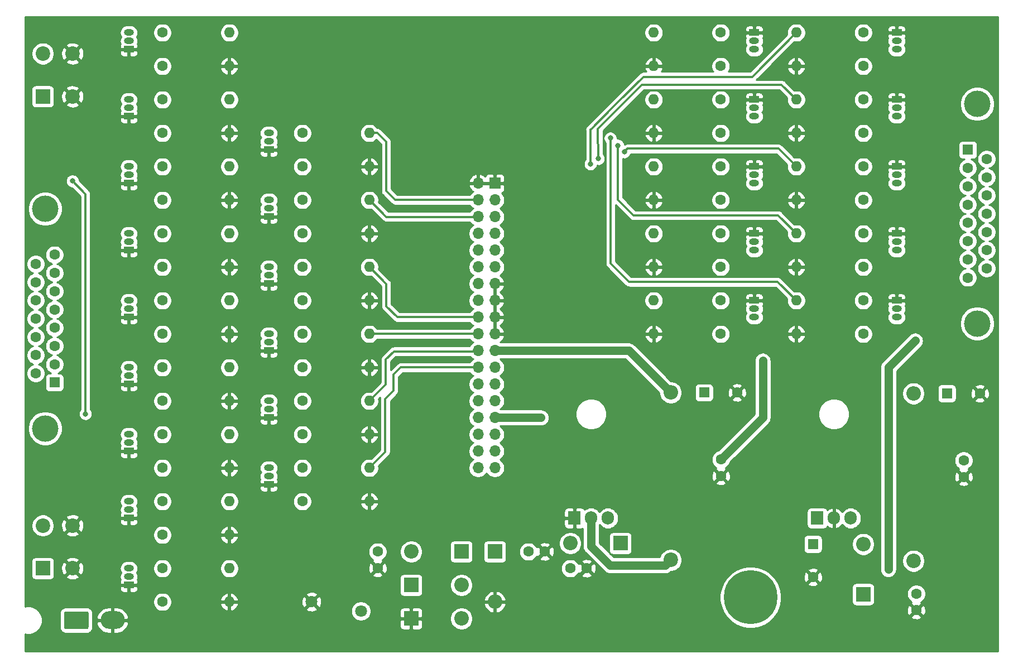
<source format=gbr>
%TF.GenerationSoftware,KiCad,Pcbnew,(5.1.6)-1*%
%TF.CreationDate,2020-07-26T20:56:43-07:00*%
%TF.ProjectId,BPEM488TDHAux,4250454d-3438-4385-9444-484175782e6b,rev?*%
%TF.SameCoordinates,Original*%
%TF.FileFunction,Copper,L2,Bot*%
%TF.FilePolarity,Positive*%
%FSLAX46Y46*%
G04 Gerber Fmt 4.6, Leading zero omitted, Abs format (unit mm)*
G04 Created by KiCad (PCBNEW (5.1.6)-1) date 2020-07-26 20:56:43*
%MOMM*%
%LPD*%
G01*
G04 APERTURE LIST*
%TA.AperFunction,ComponentPad*%
%ADD10C,4.000000*%
%TD*%
%TA.AperFunction,ComponentPad*%
%ADD11C,1.600000*%
%TD*%
%TA.AperFunction,ComponentPad*%
%ADD12R,1.600000X1.600000*%
%TD*%
%TA.AperFunction,ComponentPad*%
%ADD13C,8.128000*%
%TD*%
%TA.AperFunction,ComponentPad*%
%ADD14O,1.905000X2.000000*%
%TD*%
%TA.AperFunction,ComponentPad*%
%ADD15R,1.905000X2.000000*%
%TD*%
%TA.AperFunction,ComponentPad*%
%ADD16C,1.800000*%
%TD*%
%TA.AperFunction,ComponentPad*%
%ADD17R,2.200000X2.200000*%
%TD*%
%TA.AperFunction,ComponentPad*%
%ADD18O,2.200000X2.200000*%
%TD*%
%TA.AperFunction,ComponentPad*%
%ADD19O,3.700000X2.700000*%
%TD*%
%TA.AperFunction,ComponentPad*%
%ADD20C,2.200000*%
%TD*%
%TA.AperFunction,ComponentPad*%
%ADD21O,1.500000X1.000000*%
%TD*%
%TA.AperFunction,ComponentPad*%
%ADD22R,1.500000X1.000000*%
%TD*%
%TA.AperFunction,ComponentPad*%
%ADD23O,1.600000X1.600000*%
%TD*%
%TA.AperFunction,ComponentPad*%
%ADD24R,1.700000X1.700000*%
%TD*%
%TA.AperFunction,ComponentPad*%
%ADD25O,1.700000X1.700000*%
%TD*%
%TA.AperFunction,ViaPad*%
%ADD26C,0.800000*%
%TD*%
%TA.AperFunction,ViaPad*%
%ADD27C,1.000000*%
%TD*%
%TA.AperFunction,Conductor*%
%ADD28C,1.270000*%
%TD*%
%TA.AperFunction,Conductor*%
%ADD29C,0.300000*%
%TD*%
%TA.AperFunction,Conductor*%
%ADD30C,0.254000*%
%TD*%
G04 APERTURE END LIST*
D10*
%TO.P,J4,0*%
%TO.N,N/C*%
X197635000Y-66705000D03*
X197635000Y-100005000D03*
D11*
%TO.P,J4,15*%
%TO.N,VDD*%
X199055000Y-91665000D03*
%TO.P,J4,14*%
%TO.N,Net-(J4-Pad14)*%
X199055000Y-88895000D03*
%TO.P,J4,13*%
%TO.N,/Ign5*%
X199055000Y-86125000D03*
%TO.P,J4,12*%
%TO.N,/Ign4*%
X199055000Y-83355000D03*
%TO.P,J4,11*%
%TO.N,/Ign3*%
X199055000Y-80585000D03*
%TO.P,J4,10*%
%TO.N,/Ign2*%
X199055000Y-77815000D03*
%TO.P,J4,9*%
%TO.N,/Inj5*%
X199055000Y-75045000D03*
%TO.P,J4,8*%
%TO.N,+BATT*%
X196215000Y-93050000D03*
%TO.P,J4,7*%
%TO.N,Net-(J4-Pad7)*%
X196215000Y-90280000D03*
%TO.P,J4,6*%
%TO.N,Net-(J4-Pad6)*%
X196215000Y-87510000D03*
%TO.P,J4,5*%
%TO.N,/Inj1*%
X196215000Y-84740000D03*
%TO.P,J4,4*%
%TO.N,/Inj2*%
X196215000Y-81970000D03*
%TO.P,J4,3*%
%TO.N,/Inj3*%
X196215000Y-79200000D03*
%TO.P,J4,2*%
%TO.N,/Inj4*%
X196215000Y-76430000D03*
D12*
%TO.P,J4,1*%
%TO.N,/Ign1*%
X196215000Y-73660000D03*
%TD*%
D10*
%TO.P,J3,0*%
%TO.N,N/C*%
X56238000Y-115921000D03*
X56238000Y-82621000D03*
D11*
%TO.P,J3,15*%
%TO.N,/LFP*%
X54818000Y-90961000D03*
%TO.P,J3,14*%
%TO.N,/FP*%
X54818000Y-93731000D03*
%TO.P,J3,13*%
%TO.N,/ASD*%
X54818000Y-96501000D03*
%TO.P,J3,12*%
%TO.N,/Alarm*%
X54818000Y-99271000D03*
%TO.P,J3,11*%
%TO.N,/AIOT*%
X54818000Y-102041000D03*
%TO.P,J3,10*%
%TO.N,/PB4out*%
X54818000Y-104811000D03*
%TO.P,J3,9*%
%TO.N,/PB6out*%
X54818000Y-107581000D03*
%TO.P,J3,8*%
%TO.N,/HFT*%
X57658000Y-89576000D03*
%TO.P,J3,7*%
%TO.N,/HFP*%
X57658000Y-92346000D03*
%TO.P,J3,6*%
%TO.N,/PP5out*%
X57658000Y-95116000D03*
%TO.P,J3,5*%
%TO.N,/HEGT*%
X57658000Y-97886000D03*
%TO.P,J3,4*%
%TO.N,/HET*%
X57658000Y-100656000D03*
%TO.P,J3,3*%
%TO.N,/HOT*%
X57658000Y-103426000D03*
%TO.P,J3,2*%
%TO.N,/LOP*%
X57658000Y-106196000D03*
D12*
%TO.P,J3,1*%
%TO.N,/PB5out*%
X57658000Y-108966000D03*
%TD*%
D13*
%TO.P,REF\u002A\u002A,*%
%TO.N,*%
X163260000Y-141560000D03*
%TD*%
D14*
%TO.P,U2,3*%
%TO.N,Net-(C5-Pad1)*%
X178435000Y-129540000D03*
%TO.P,U2,2*%
%TO.N,GND*%
X175895000Y-129540000D03*
D15*
%TO.P,U2,1*%
%TO.N,+12V*%
X173355000Y-129540000D03*
%TD*%
D14*
%TO.P,U1,3*%
%TO.N,+12V*%
X141605000Y-129540000D03*
%TO.P,U1,2*%
%TO.N,Net-(C4-Pad1)*%
X139065000Y-129540000D03*
D15*
%TO.P,U1,1*%
%TO.N,GND*%
X136525000Y-129540000D03*
%TD*%
D16*
%TO.P,RV1,2*%
%TO.N,GND*%
X96640000Y-142237000D03*
%TO.P,RV1,1*%
%TO.N,+BATT*%
X104140000Y-143637000D03*
%TD*%
D11*
%TO.P,C1,1*%
%TO.N,+BATT*%
X106680000Y-134620000D03*
%TO.P,C1,2*%
%TO.N,GND*%
X106680000Y-137120000D03*
%TD*%
%TO.P,C3,2*%
%TO.N,GND*%
X172720000Y-138479540D03*
D12*
%TO.P,C3,1*%
%TO.N,+12V*%
X172720000Y-133479540D03*
%TD*%
D11*
%TO.P,C6,2*%
%TO.N,GND*%
X158750000Y-123150000D03*
%TO.P,C6,1*%
%TO.N,VDD*%
X158750000Y-120650000D03*
%TD*%
%TO.P,C7,1*%
%TO.N,+8V*%
X195580000Y-120779540D03*
%TO.P,C7,2*%
%TO.N,GND*%
X195580000Y-123279540D03*
%TD*%
%TO.P,C8,2*%
%TO.N,GND*%
X161210000Y-110490000D03*
D12*
%TO.P,C8,1*%
%TO.N,VDD*%
X156210000Y-110490000D03*
%TD*%
%TO.P,C9,1*%
%TO.N,+8V*%
X193040000Y-110619540D03*
D11*
%TO.P,C9,2*%
%TO.N,GND*%
X198040000Y-110619540D03*
%TD*%
D17*
%TO.P,D1,1*%
%TO.N,+BATT*%
X111760000Y-139700000D03*
D18*
%TO.P,D1,2*%
%TO.N,Net-(D1-Pad2)*%
X119380000Y-139700000D03*
%TD*%
%TO.P,D2,2*%
%TO.N,Net-(D1-Pad2)*%
X119380000Y-144780000D03*
D17*
%TO.P,D2,1*%
%TO.N,GND*%
X111760000Y-144780000D03*
%TD*%
%TO.P,D3,1*%
%TO.N,+12V*%
X119380000Y-134620000D03*
D18*
%TO.P,D3,2*%
%TO.N,+BATT*%
X111760000Y-134620000D03*
%TD*%
%TO.P,D4,2*%
%TO.N,GND*%
X124460000Y-142240000D03*
D17*
%TO.P,D4,1*%
%TO.N,+12V*%
X124460000Y-134620000D03*
%TD*%
D18*
%TO.P,D5,2*%
%TO.N,Net-(C4-Pad1)*%
X135890000Y-133350000D03*
D17*
%TO.P,D5,1*%
%TO.N,+12V*%
X143510000Y-133350000D03*
%TD*%
%TO.P,D6,1*%
%TO.N,+12V*%
X180340000Y-141099540D03*
D18*
%TO.P,D6,2*%
%TO.N,Net-(C5-Pad1)*%
X180340000Y-133479540D03*
%TD*%
%TO.P,J1,1*%
%TO.N,+BATT*%
%TA.AperFunction,ComponentPad*%
G36*
G01*
X62559999Y-146384000D02*
X59360001Y-146384000D01*
G75*
G02*
X59110000Y-146133999I0J250001D01*
G01*
X59110000Y-143934001D01*
G75*
G02*
X59360001Y-143684000I250001J0D01*
G01*
X62559999Y-143684000D01*
G75*
G02*
X62810000Y-143934001I0J-250001D01*
G01*
X62810000Y-146133999D01*
G75*
G02*
X62559999Y-146384000I-250001J0D01*
G01*
G37*
%TD.AperFunction*%
D19*
%TO.P,J1,2*%
%TO.N,GND*%
X66460000Y-145034000D03*
%TD*%
D20*
%TO.P,L1,1*%
%TO.N,Net-(C4-Pad1)*%
X151130000Y-135890000D03*
D18*
%TO.P,L1,2*%
%TO.N,VDD*%
X151130000Y-110490000D03*
%TD*%
%TO.P,L2,2*%
%TO.N,+8V*%
X187960000Y-110619540D03*
D20*
%TO.P,L2,1*%
%TO.N,Net-(C5-Pad1)*%
X187960000Y-136019540D03*
%TD*%
D21*
%TO.P,Q1,2*%
%TO.N,Net-(Q1-Pad2)*%
X68940680Y-77470000D03*
%TO.P,Q1,3*%
%TO.N,/FP*%
X68940680Y-76200000D03*
D22*
%TO.P,Q1,1*%
%TO.N,GND*%
X68940680Y-78740000D03*
%TD*%
%TO.P,Q2,1*%
%TO.N,GND*%
X68940680Y-88900000D03*
D21*
%TO.P,Q2,3*%
%TO.N,/ASD*%
X68940680Y-86360000D03*
%TO.P,Q2,2*%
%TO.N,Net-(Q2-Pad2)*%
X68940680Y-87630000D03*
%TD*%
D22*
%TO.P,Q3,1*%
%TO.N,GND*%
X68940680Y-99060000D03*
D21*
%TO.P,Q3,3*%
%TO.N,/Alarm*%
X68940680Y-96520000D03*
%TO.P,Q3,2*%
%TO.N,Net-(Q3-Pad2)*%
X68940680Y-97790000D03*
%TD*%
%TO.P,Q4,2*%
%TO.N,Net-(Q4-Pad2)*%
X68940680Y-107950000D03*
%TO.P,Q4,3*%
%TO.N,/AIOT*%
X68940680Y-106680000D03*
D22*
%TO.P,Q4,1*%
%TO.N,GND*%
X68940680Y-109220000D03*
%TD*%
%TO.P,Q5,1*%
%TO.N,GND*%
X68940680Y-119380000D03*
D21*
%TO.P,Q5,3*%
%TO.N,/PB4out*%
X68940680Y-116840000D03*
%TO.P,Q5,2*%
%TO.N,Net-(Q5-Pad2)*%
X68940680Y-118110000D03*
%TD*%
D22*
%TO.P,Q6,1*%
%TO.N,GND*%
X90170000Y-83820000D03*
D21*
%TO.P,Q6,3*%
%TO.N,/PP5out*%
X90170000Y-81280000D03*
%TO.P,Q6,2*%
%TO.N,Net-(Q6-Pad2)*%
X90170000Y-82550000D03*
%TD*%
%TO.P,Q7,2*%
%TO.N,Net-(Q7-Pad2)*%
X68940680Y-128270000D03*
%TO.P,Q7,3*%
%TO.N,/PB5out*%
X68940680Y-127000000D03*
D22*
%TO.P,Q7,1*%
%TO.N,GND*%
X68940680Y-129540000D03*
%TD*%
%TO.P,Q8,1*%
%TO.N,GND*%
X68940680Y-139700000D03*
D21*
%TO.P,Q8,3*%
%TO.N,/PB6out*%
X68940680Y-137160000D03*
%TO.P,Q8,2*%
%TO.N,Net-(Q8-Pad2)*%
X68940680Y-138430000D03*
%TD*%
%TO.P,Q9,2*%
%TO.N,Net-(Q9-Pad2)*%
X90170000Y-123190000D03*
%TO.P,Q9,3*%
%TO.N,/LOP*%
X90170000Y-121920000D03*
D22*
%TO.P,Q9,1*%
%TO.N,GND*%
X90170000Y-124460000D03*
%TD*%
%TO.P,Q10,1*%
%TO.N,GND*%
X90170000Y-114300000D03*
D21*
%TO.P,Q10,3*%
%TO.N,/HOT*%
X90170000Y-111760000D03*
%TO.P,Q10,2*%
%TO.N,Net-(Q10-Pad2)*%
X90170000Y-113030000D03*
%TD*%
%TO.P,Q11,2*%
%TO.N,Net-(Q11-Pad2)*%
X90170000Y-102870000D03*
%TO.P,Q11,3*%
%TO.N,/HET*%
X90170000Y-101600000D03*
D22*
%TO.P,Q11,1*%
%TO.N,GND*%
X90170000Y-104140000D03*
%TD*%
D21*
%TO.P,Q12,2*%
%TO.N,Net-(Q12-Pad2)*%
X90170000Y-92710000D03*
%TO.P,Q12,3*%
%TO.N,/HEGT*%
X90170000Y-91440000D03*
D22*
%TO.P,Q12,1*%
%TO.N,GND*%
X90170000Y-93980000D03*
%TD*%
D21*
%TO.P,Q13,2*%
%TO.N,Net-(Q13-Pad2)*%
X163804600Y-57150000D03*
%TO.P,Q13,3*%
%TO.N,/Ign1*%
X163804600Y-58420000D03*
D22*
%TO.P,Q13,1*%
%TO.N,GND*%
X163804600Y-55880000D03*
%TD*%
%TO.P,Q14,1*%
%TO.N,GND*%
X163804600Y-66040000D03*
D21*
%TO.P,Q14,3*%
%TO.N,/Ign2*%
X163804600Y-68580000D03*
%TO.P,Q14,2*%
%TO.N,Net-(Q14-Pad2)*%
X163804600Y-67310000D03*
%TD*%
%TO.P,Q15,2*%
%TO.N,Net-(Q15-Pad2)*%
X163804600Y-77470000D03*
%TO.P,Q15,3*%
%TO.N,/Ign3*%
X163804600Y-78740000D03*
D22*
%TO.P,Q15,1*%
%TO.N,GND*%
X163804600Y-76200000D03*
%TD*%
%TO.P,Q16,1*%
%TO.N,GND*%
X163804600Y-86360000D03*
D21*
%TO.P,Q16,3*%
%TO.N,/Ign4*%
X163804600Y-88900000D03*
%TO.P,Q16,2*%
%TO.N,Net-(Q16-Pad2)*%
X163804600Y-87630000D03*
%TD*%
%TO.P,Q17,2*%
%TO.N,Net-(Q17-Pad2)*%
X163804600Y-97790000D03*
%TO.P,Q17,3*%
%TO.N,/Ign5*%
X163804600Y-99060000D03*
D22*
%TO.P,Q17,1*%
%TO.N,GND*%
X163804600Y-96520000D03*
%TD*%
%TO.P,Q18,1*%
%TO.N,GND*%
X68940680Y-68580000D03*
D21*
%TO.P,Q18,3*%
%TO.N,/HFT*%
X68940680Y-66040000D03*
%TO.P,Q18,2*%
%TO.N,Net-(Q18-Pad2)*%
X68940680Y-67310000D03*
%TD*%
%TO.P,Q19,2*%
%TO.N,Net-(Q19-Pad2)*%
X68940680Y-57150000D03*
%TO.P,Q19,3*%
%TO.N,/LFP*%
X68940680Y-55880000D03*
D22*
%TO.P,Q19,1*%
%TO.N,GND*%
X68940680Y-58420000D03*
%TD*%
%TO.P,Q20,1*%
%TO.N,GND*%
X90170000Y-73660000D03*
D21*
%TO.P,Q20,3*%
%TO.N,/HFP*%
X90170000Y-71120000D03*
%TO.P,Q20,2*%
%TO.N,Net-(Q20-Pad2)*%
X90170000Y-72390000D03*
%TD*%
%TO.P,Q21,2*%
%TO.N,Net-(Q21-Pad2)*%
X185420000Y-97790000D03*
%TO.P,Q21,3*%
%TO.N,/Inj1*%
X185420000Y-99060000D03*
D22*
%TO.P,Q21,1*%
%TO.N,GND*%
X185420000Y-96520000D03*
%TD*%
%TO.P,Q22,1*%
%TO.N,GND*%
X185420000Y-86360000D03*
D21*
%TO.P,Q22,3*%
%TO.N,/Inj2*%
X185420000Y-88900000D03*
%TO.P,Q22,2*%
%TO.N,Net-(Q22-Pad2)*%
X185420000Y-87630000D03*
%TD*%
%TO.P,Q23,2*%
%TO.N,Net-(Q23-Pad2)*%
X185420000Y-77470000D03*
%TO.P,Q23,3*%
%TO.N,/Inj3*%
X185420000Y-78740000D03*
D22*
%TO.P,Q23,1*%
%TO.N,GND*%
X185420000Y-76200000D03*
%TD*%
%TO.P,Q24,1*%
%TO.N,GND*%
X185420000Y-66040000D03*
D21*
%TO.P,Q24,3*%
%TO.N,/Inj4*%
X185420000Y-68580000D03*
%TO.P,Q24,2*%
%TO.N,Net-(Q24-Pad2)*%
X185420000Y-67310000D03*
%TD*%
%TO.P,Q25,2*%
%TO.N,Net-(Q25-Pad2)*%
X185420000Y-57150000D03*
%TO.P,Q25,3*%
%TO.N,/Inj5*%
X185420000Y-58420000D03*
D22*
%TO.P,Q25,1*%
%TO.N,GND*%
X185420000Y-55880000D03*
%TD*%
D23*
%TO.P,R1,2*%
%TO.N,/PB0*%
X84180680Y-76200000D03*
D11*
%TO.P,R1,1*%
%TO.N,Net-(Q1-Pad2)*%
X74020680Y-76200000D03*
%TD*%
%TO.P,R2,1*%
%TO.N,Net-(Q1-Pad2)*%
X74020680Y-81280000D03*
D23*
%TO.P,R2,2*%
%TO.N,GND*%
X84180680Y-81280000D03*
%TD*%
%TO.P,R3,2*%
%TO.N,/PB1*%
X84180680Y-86360000D03*
D11*
%TO.P,R3,1*%
%TO.N,Net-(Q2-Pad2)*%
X74020680Y-86360000D03*
%TD*%
%TO.P,R4,1*%
%TO.N,Net-(Q2-Pad2)*%
X74020680Y-91440000D03*
D23*
%TO.P,R4,2*%
%TO.N,GND*%
X84180680Y-91440000D03*
%TD*%
D11*
%TO.P,R5,1*%
%TO.N,Net-(Q3-Pad2)*%
X74020680Y-96520000D03*
D23*
%TO.P,R5,2*%
%TO.N,/PB2*%
X84180680Y-96520000D03*
%TD*%
D11*
%TO.P,R6,1*%
%TO.N,Net-(Q3-Pad2)*%
X74020680Y-101600000D03*
D23*
%TO.P,R6,2*%
%TO.N,GND*%
X84180680Y-101600000D03*
%TD*%
%TO.P,R7,2*%
%TO.N,/PB3*%
X84180680Y-106680000D03*
D11*
%TO.P,R7,1*%
%TO.N,Net-(Q4-Pad2)*%
X74020680Y-106680000D03*
%TD*%
D23*
%TO.P,R8,2*%
%TO.N,GND*%
X84180680Y-111760000D03*
D11*
%TO.P,R8,1*%
%TO.N,Net-(Q4-Pad2)*%
X74020680Y-111760000D03*
%TD*%
%TO.P,R9,1*%
%TO.N,Net-(Q5-Pad2)*%
X74020680Y-116840000D03*
D23*
%TO.P,R9,2*%
%TO.N,/PB4*%
X84180680Y-116840000D03*
%TD*%
D11*
%TO.P,R10,1*%
%TO.N,Net-(Q5-Pad2)*%
X74020680Y-121920000D03*
D23*
%TO.P,R10,2*%
%TO.N,GND*%
X84180680Y-121920000D03*
%TD*%
%TO.P,R11,2*%
%TO.N,/PP5*%
X105410000Y-81280000D03*
D11*
%TO.P,R11,1*%
%TO.N,Net-(Q6-Pad2)*%
X95250000Y-81280000D03*
%TD*%
D23*
%TO.P,R12,2*%
%TO.N,GND*%
X105410000Y-86360000D03*
D11*
%TO.P,R12,1*%
%TO.N,Net-(Q6-Pad2)*%
X95250000Y-86360000D03*
%TD*%
D23*
%TO.P,R13,2*%
%TO.N,/PB5*%
X84180680Y-127000000D03*
D11*
%TO.P,R13,1*%
%TO.N,Net-(Q7-Pad2)*%
X74020680Y-127000000D03*
%TD*%
%TO.P,R14,1*%
%TO.N,Net-(Q7-Pad2)*%
X74020680Y-132080000D03*
D23*
%TO.P,R14,2*%
%TO.N,GND*%
X84180680Y-132080000D03*
%TD*%
D11*
%TO.P,R15,1*%
%TO.N,Net-(Q8-Pad2)*%
X74020680Y-137160000D03*
D23*
%TO.P,R15,2*%
%TO.N,/PB6*%
X84180680Y-137160000D03*
%TD*%
%TO.P,R16,2*%
%TO.N,GND*%
X84180680Y-142240000D03*
D11*
%TO.P,R16,1*%
%TO.N,Net-(Q8-Pad2)*%
X74020680Y-142240000D03*
%TD*%
D23*
%TO.P,R17,2*%
%TO.N,/PK0*%
X105410000Y-121920000D03*
D11*
%TO.P,R17,1*%
%TO.N,Net-(Q9-Pad2)*%
X95250000Y-121920000D03*
%TD*%
D23*
%TO.P,R18,2*%
%TO.N,GND*%
X105410000Y-127000000D03*
D11*
%TO.P,R18,1*%
%TO.N,Net-(Q9-Pad2)*%
X95250000Y-127000000D03*
%TD*%
%TO.P,R19,1*%
%TO.N,Net-(Q10-Pad2)*%
X95250000Y-111760000D03*
D23*
%TO.P,R19,2*%
%TO.N,/PK1*%
X105410000Y-111760000D03*
%TD*%
D11*
%TO.P,R20,1*%
%TO.N,Net-(Q10-Pad2)*%
X95250000Y-116840000D03*
D23*
%TO.P,R20,2*%
%TO.N,GND*%
X105410000Y-116840000D03*
%TD*%
%TO.P,R21,2*%
%TO.N,/PK2*%
X105410000Y-101600000D03*
D11*
%TO.P,R21,1*%
%TO.N,Net-(Q11-Pad2)*%
X95250000Y-101600000D03*
%TD*%
D23*
%TO.P,R22,2*%
%TO.N,GND*%
X105410000Y-106680000D03*
D11*
%TO.P,R22,1*%
%TO.N,Net-(Q11-Pad2)*%
X95250000Y-106680000D03*
%TD*%
%TO.P,R23,1*%
%TO.N,Net-(Q12-Pad2)*%
X95250000Y-91440000D03*
D23*
%TO.P,R23,2*%
%TO.N,/PK3*%
X105410000Y-91440000D03*
%TD*%
D11*
%TO.P,R24,1*%
%TO.N,Net-(Q12-Pad2)*%
X95250000Y-96520000D03*
D23*
%TO.P,R24,2*%
%TO.N,GND*%
X105410000Y-96520000D03*
%TD*%
D11*
%TO.P,R25,1*%
%TO.N,Net-(Q13-Pad2)*%
X158724600Y-55880000D03*
D23*
%TO.P,R25,2*%
%TO.N,/PT3*%
X148564600Y-55880000D03*
%TD*%
D11*
%TO.P,R26,1*%
%TO.N,Net-(Q13-Pad2)*%
X158724600Y-60960000D03*
D23*
%TO.P,R26,2*%
%TO.N,GND*%
X148564600Y-60960000D03*
%TD*%
D11*
%TO.P,R27,1*%
%TO.N,Net-(Q14-Pad2)*%
X158724600Y-66040000D03*
D23*
%TO.P,R27,2*%
%TO.N,/PT4*%
X148564600Y-66040000D03*
%TD*%
%TO.P,R28,2*%
%TO.N,GND*%
X148564600Y-71120000D03*
D11*
%TO.P,R28,1*%
%TO.N,Net-(Q14-Pad2)*%
X158724600Y-71120000D03*
%TD*%
D23*
%TO.P,R29,2*%
%TO.N,/PT5*%
X148564600Y-76200000D03*
D11*
%TO.P,R29,1*%
%TO.N,Net-(Q15-Pad2)*%
X158724600Y-76200000D03*
%TD*%
%TO.P,R30,1*%
%TO.N,Net-(Q15-Pad2)*%
X158724600Y-81280000D03*
D23*
%TO.P,R30,2*%
%TO.N,GND*%
X148564600Y-81280000D03*
%TD*%
D11*
%TO.P,R31,1*%
%TO.N,Net-(Q16-Pad2)*%
X158724600Y-86360000D03*
D23*
%TO.P,R31,2*%
%TO.N,/PT6*%
X148564600Y-86360000D03*
%TD*%
%TO.P,R32,2*%
%TO.N,GND*%
X148564600Y-91440000D03*
D11*
%TO.P,R32,1*%
%TO.N,Net-(Q16-Pad2)*%
X158724600Y-91440000D03*
%TD*%
%TO.P,R33,1*%
%TO.N,Net-(Q17-Pad2)*%
X158724600Y-96520000D03*
D23*
%TO.P,R33,2*%
%TO.N,/PT7*%
X148564600Y-96520000D03*
%TD*%
D11*
%TO.P,R34,1*%
%TO.N,Net-(Q17-Pad2)*%
X158724600Y-101600000D03*
D23*
%TO.P,R34,2*%
%TO.N,GND*%
X148564600Y-101600000D03*
%TD*%
%TO.P,R35,2*%
%TO.N,/PK4*%
X84180680Y-66040000D03*
D11*
%TO.P,R35,1*%
%TO.N,Net-(Q18-Pad2)*%
X74020680Y-66040000D03*
%TD*%
D23*
%TO.P,R36,2*%
%TO.N,GND*%
X84180680Y-71120000D03*
D11*
%TO.P,R36,1*%
%TO.N,Net-(Q18-Pad2)*%
X74020680Y-71120000D03*
%TD*%
%TO.P,R37,1*%
%TO.N,Net-(Q19-Pad2)*%
X74020680Y-55880000D03*
D23*
%TO.P,R37,2*%
%TO.N,/PK5*%
X84180680Y-55880000D03*
%TD*%
%TO.P,R38,2*%
%TO.N,GND*%
X84180680Y-60960000D03*
D11*
%TO.P,R38,1*%
%TO.N,Net-(Q19-Pad2)*%
X74020680Y-60960000D03*
%TD*%
%TO.P,R39,1*%
%TO.N,Net-(Q20-Pad2)*%
X95250000Y-71120000D03*
D23*
%TO.P,R39,2*%
%TO.N,/PK7*%
X105410000Y-71120000D03*
%TD*%
D11*
%TO.P,R40,1*%
%TO.N,Net-(Q20-Pad2)*%
X95250000Y-76200000D03*
D23*
%TO.P,R40,2*%
%TO.N,GND*%
X105410000Y-76200000D03*
%TD*%
%TO.P,R41,2*%
%TO.N,/PP0*%
X170180000Y-96520000D03*
D11*
%TO.P,R41,1*%
%TO.N,Net-(Q21-Pad2)*%
X180340000Y-96520000D03*
%TD*%
D23*
%TO.P,R42,2*%
%TO.N,GND*%
X170180000Y-101600000D03*
D11*
%TO.P,R42,1*%
%TO.N,Net-(Q21-Pad2)*%
X180340000Y-101600000D03*
%TD*%
D23*
%TO.P,R43,2*%
%TO.N,/PP1*%
X170180000Y-86360000D03*
D11*
%TO.P,R43,1*%
%TO.N,Net-(Q22-Pad2)*%
X180340000Y-86360000D03*
%TD*%
%TO.P,R44,1*%
%TO.N,Net-(Q22-Pad2)*%
X180340000Y-91440000D03*
D23*
%TO.P,R44,2*%
%TO.N,GND*%
X170180000Y-91440000D03*
%TD*%
D11*
%TO.P,R45,1*%
%TO.N,Net-(Q23-Pad2)*%
X180340000Y-76200000D03*
D23*
%TO.P,R45,2*%
%TO.N,/PP2*%
X170180000Y-76200000D03*
%TD*%
%TO.P,R46,2*%
%TO.N,GND*%
X170180000Y-81280000D03*
D11*
%TO.P,R46,1*%
%TO.N,Net-(Q23-Pad2)*%
X180340000Y-81280000D03*
%TD*%
D23*
%TO.P,R47,2*%
%TO.N,/PP3*%
X170180000Y-66040000D03*
D11*
%TO.P,R47,1*%
%TO.N,Net-(Q24-Pad2)*%
X180340000Y-66040000D03*
%TD*%
%TO.P,R48,1*%
%TO.N,Net-(Q24-Pad2)*%
X180340000Y-71120000D03*
D23*
%TO.P,R48,2*%
%TO.N,GND*%
X170180000Y-71120000D03*
%TD*%
%TO.P,R49,2*%
%TO.N,/PP4*%
X170180000Y-55880000D03*
D11*
%TO.P,R49,1*%
%TO.N,Net-(Q25-Pad2)*%
X180340000Y-55880000D03*
%TD*%
D23*
%TO.P,R50,2*%
%TO.N,GND*%
X170180000Y-60960000D03*
D11*
%TO.P,R50,1*%
%TO.N,Net-(Q25-Pad2)*%
X180340000Y-60960000D03*
%TD*%
D20*
%TO.P,S1,3*%
%TO.N,GND*%
X60380000Y-65570100D03*
%TO.P,S1,4*%
X60380000Y-59070100D03*
%TO.P,S1,2*%
%TO.N,/PA0*%
X55880000Y-59070100D03*
D17*
%TO.P,S1,1*%
X55880000Y-65570100D03*
%TD*%
%TO.P,S2,1*%
%TO.N,/RESET*%
X55880000Y-137160000D03*
D20*
%TO.P,S2,2*%
X55880000Y-130660000D03*
%TO.P,S2,4*%
%TO.N,GND*%
X60380000Y-130660000D03*
%TO.P,S2,3*%
X60380000Y-137160000D03*
%TD*%
D24*
%TO.P,J2,1*%
%TO.N,GND*%
X124460000Y-78740000D03*
D25*
%TO.P,J2,2*%
X121920000Y-78740000D03*
%TO.P,J2,3*%
%TO.N,/PT3*%
X124460000Y-81280000D03*
%TO.P,J2,4*%
%TO.N,/PK7*%
X121920000Y-81280000D03*
%TO.P,J2,5*%
%TO.N,/PT4*%
X124460000Y-83820000D03*
%TO.P,J2,6*%
%TO.N,/PP5*%
X121920000Y-83820000D03*
%TO.P,J2,7*%
%TO.N,/PT5*%
X124460000Y-86360000D03*
%TO.P,J2,8*%
%TO.N,/PP4*%
X121920000Y-86360000D03*
%TO.P,J2,9*%
%TO.N,/PT6*%
X124460000Y-88900000D03*
%TO.P,J2,10*%
%TO.N,/PP3*%
X121920000Y-88900000D03*
%TO.P,J2,11*%
%TO.N,/PT7*%
X124460000Y-91440000D03*
%TO.P,J2,12*%
%TO.N,/PP2*%
X121920000Y-91440000D03*
%TO.P,J2,13*%
%TO.N,GND*%
X124460000Y-93980000D03*
%TO.P,J2,14*%
%TO.N,/PP1*%
X121920000Y-93980000D03*
%TO.P,J2,15*%
%TO.N,GND*%
X124460000Y-96520000D03*
%TO.P,J2,16*%
%TO.N,/PP0*%
X121920000Y-96520000D03*
%TO.P,J2,17*%
%TO.N,GND*%
X124460000Y-99060000D03*
%TO.P,J2,18*%
%TO.N,/PK3*%
X121920000Y-99060000D03*
%TO.P,J2,19*%
%TO.N,GND*%
X124460000Y-101600000D03*
%TO.P,J2,20*%
%TO.N,/PK2*%
X121920000Y-101600000D03*
%TO.P,J2,21*%
%TO.N,VDD*%
X124460000Y-104140000D03*
%TO.P,J2,22*%
%TO.N,/PK1*%
X121920000Y-104140000D03*
%TO.P,J2,23*%
%TO.N,+BATT*%
X124460000Y-106680000D03*
%TO.P,J2,24*%
%TO.N,/PK0*%
X121920000Y-106680000D03*
%TO.P,J2,25*%
%TO.N,/RESET*%
X124460000Y-109220000D03*
%TO.P,J2,26*%
%TO.N,/PK5*%
X121920000Y-109220000D03*
%TO.P,J2,27*%
%TO.N,/PA0*%
X124460000Y-111760000D03*
%TO.P,J2,28*%
%TO.N,/PK4*%
X121920000Y-111760000D03*
%TO.P,J2,29*%
%TO.N,+8V*%
X124460000Y-114300000D03*
%TO.P,J2,30*%
%TO.N,/PB0*%
X121920000Y-114300000D03*
%TO.P,J2,31*%
%TO.N,/PB6*%
X124460000Y-116840000D03*
%TO.P,J2,32*%
%TO.N,/PB1*%
X121920000Y-116840000D03*
%TO.P,J2,33*%
%TO.N,/PB5*%
X124460000Y-119380000D03*
%TO.P,J2,34*%
%TO.N,/PB2*%
X121920000Y-119380000D03*
%TO.P,J2,35*%
%TO.N,/PB4*%
X124460000Y-121920000D03*
%TO.P,J2,36*%
%TO.N,/PB3*%
X121920000Y-121920000D03*
%TD*%
D11*
%TO.P,C2,2*%
%TO.N,GND*%
X132040000Y-134620000D03*
%TO.P,C2,1*%
%TO.N,+12V*%
X129540000Y-134620000D03*
%TD*%
%TO.P,C4,1*%
%TO.N,Net-(C4-Pad1)*%
X135890000Y-137160000D03*
%TO.P,C4,2*%
%TO.N,GND*%
X138390000Y-137160000D03*
%TD*%
%TO.P,C5,1*%
%TO.N,Net-(C5-Pad1)*%
X188390000Y-141010000D03*
%TO.P,C5,2*%
%TO.N,GND*%
X188390000Y-143510000D03*
%TD*%
D26*
%TO.N,GND*%
X128090000Y-82400000D03*
X139720000Y-82480000D03*
X144790000Y-79910000D03*
X145850000Y-81770000D03*
X143720000Y-84260000D03*
X139900000Y-85060000D03*
X128270000Y-85240000D03*
X116900000Y-87640000D03*
X116810000Y-90300000D03*
X116720000Y-92610000D03*
X116810000Y-95270000D03*
X112550000Y-97140000D03*
X115120000Y-100420000D03*
X115120000Y-102820000D03*
X115390000Y-108330000D03*
X115570000Y-110370000D03*
X115480000Y-113210000D03*
X115300000Y-115970000D03*
X115390000Y-118450000D03*
X115390000Y-120760000D03*
X115740000Y-123600000D03*
X127020000Y-107970000D03*
X126760000Y-110460000D03*
X127290000Y-116320000D03*
X126580000Y-118630000D03*
X126140000Y-123520000D03*
X197360000Y-94920000D03*
X192300000Y-88350000D03*
X190880000Y-94470000D03*
X115310000Y-105450000D03*
D27*
%TO.N,+BATT*%
X188214000Y-102616000D03*
X184150000Y-137289540D03*
%TO.N,VDD*%
X165100000Y-105664000D03*
%TO.N,+8V*%
X131445000Y-114300000D03*
D26*
%TO.N,/PP0*%
X141980000Y-71880000D03*
%TO.N,/PP1*%
X143100000Y-73000000D03*
%TO.N,/PP2*%
X144090000Y-73990000D03*
%TO.N,/PP3*%
X140170000Y-75000000D03*
%TO.N,/PP4*%
X138950000Y-75820000D03*
%TO.N,/PA0*%
X62357000Y-113715800D03*
X60375800Y-78384400D03*
%TD*%
D28*
%TO.N,+BATT*%
X188214000Y-102616000D02*
X184150000Y-106680000D01*
X184150000Y-106680000D02*
X184150000Y-137289540D01*
%TO.N,Net-(C4-Pad1)*%
X139065000Y-129540000D02*
X139065000Y-133815000D01*
X139065000Y-133815000D02*
X141970000Y-136720000D01*
X150300000Y-136720000D02*
X151130000Y-135890000D01*
X141970000Y-136720000D02*
X150300000Y-136720000D01*
%TO.N,VDD*%
X144780000Y-104140000D02*
X151130000Y-110490000D01*
X124460000Y-104140000D02*
X144780000Y-104140000D01*
X165100000Y-114300000D02*
X158750000Y-120650000D01*
X165100000Y-105664000D02*
X165100000Y-114300000D01*
%TO.N,+8V*%
X124460000Y-114300000D02*
X131445000Y-114300000D01*
D29*
%TO.N,/PK0*%
X109060000Y-110220000D02*
X109060000Y-107780000D01*
X105410000Y-121920000D02*
X107830000Y-119500000D01*
X110160000Y-106680000D02*
X121920000Y-106680000D01*
X107830000Y-111450000D02*
X109060000Y-110220000D01*
X107830000Y-119500000D02*
X107830000Y-111450000D01*
X109060000Y-107780000D02*
X110160000Y-106680000D01*
%TO.N,/PK1*%
X105410000Y-111760000D02*
X107910000Y-109260000D01*
X107910000Y-109260000D02*
X107910000Y-105460000D01*
X107910000Y-105460000D02*
X109130000Y-104240000D01*
X121820000Y-104240000D02*
X121920000Y-104140000D01*
X109130000Y-104240000D02*
X121820000Y-104240000D01*
%TO.N,/PK2*%
X105410000Y-101600000D02*
X106900000Y-101600000D01*
X106900000Y-101600000D02*
X121920000Y-101600000D01*
%TO.N,/PK7*%
X105410000Y-71120000D02*
X106640000Y-71120000D01*
X106640000Y-71120000D02*
X107960000Y-72440000D01*
X107960000Y-72440000D02*
X107960000Y-79890000D01*
X109350000Y-81280000D02*
X121920000Y-81280000D01*
X107960000Y-79890000D02*
X109350000Y-81280000D01*
%TO.N,/PK3*%
X105410000Y-91440000D02*
X107990000Y-94020000D01*
X107990000Y-94020000D02*
X107990000Y-97390000D01*
X107990000Y-97390000D02*
X109650000Y-99050000D01*
X121910000Y-99050000D02*
X121920000Y-99060000D01*
X109650000Y-99050000D02*
X121910000Y-99050000D01*
%TO.N,/PP0*%
X170180000Y-96520000D02*
X167370000Y-93710000D01*
X148990000Y-93710000D02*
X148840000Y-93710000D01*
X167370000Y-93710000D02*
X148990000Y-93710000D01*
X144830000Y-93710000D02*
X148990000Y-93710000D01*
X142031175Y-90911175D02*
X144830000Y-93710000D01*
X142010000Y-78080000D02*
X142031175Y-90911175D01*
X142010000Y-78080000D02*
X142010000Y-71910000D01*
X142010000Y-71910000D02*
X141980000Y-71880000D01*
%TO.N,/PP1*%
X145500000Y-83610000D02*
X167430000Y-83610000D01*
X167430000Y-83610000D02*
X170180000Y-86360000D01*
X143130000Y-81240000D02*
X145500000Y-83610000D01*
X143130000Y-78080000D02*
X143130000Y-81240000D01*
X143130000Y-78080000D02*
X143130000Y-73030000D01*
X143130000Y-73030000D02*
X143100000Y-73000000D01*
%TO.N,/PP2*%
X144920000Y-73490000D02*
X144890000Y-73490000D01*
X170180000Y-76200000D02*
X167470000Y-73490000D01*
X167470000Y-73490000D02*
X144920000Y-73490000D01*
X144920000Y-73490000D02*
X144590000Y-73490000D01*
X144590000Y-73490000D02*
X144090000Y-73990000D01*
%TO.N,/PP3*%
X167950000Y-63810000D02*
X170180000Y-66040000D01*
X147010000Y-63770000D02*
X167950000Y-63810000D01*
X140170000Y-75000000D02*
X140100000Y-70540000D01*
X140100000Y-70540000D02*
X140040000Y-70480000D01*
X140040000Y-70480000D02*
X146750000Y-63770000D01*
X146750000Y-63770000D02*
X147010000Y-63770000D01*
%TO.N,/PP4*%
X163480000Y-62580000D02*
X146990000Y-62580000D01*
X170180000Y-55880000D02*
X163480000Y-62580000D01*
X143229999Y-66340001D02*
X143209999Y-66340001D01*
X146990000Y-62580000D02*
X143229999Y-66340001D01*
X142160000Y-67390000D02*
X142000000Y-67550000D01*
X143209999Y-66340001D02*
X142160000Y-67390000D01*
X139010000Y-70540000D02*
X142160000Y-67390000D01*
X138950000Y-70600000D02*
X139010000Y-70540000D01*
X138950000Y-75820000D02*
X138950000Y-70600000D01*
%TO.N,/PP5*%
X105410000Y-81280000D02*
X107970000Y-83840000D01*
X121900000Y-83840000D02*
X121920000Y-83820000D01*
X107970000Y-83840000D02*
X121900000Y-83840000D01*
%TO.N,/PT6*%
X148564600Y-86360000D02*
X148640000Y-86360000D01*
%TO.N,/PA0*%
X62357000Y-113715800D02*
X62357000Y-80365600D01*
X62357000Y-80365600D02*
X60375800Y-78384400D01*
%TD*%
D30*
%TO.N,GND*%
G36*
X200787000Y-149733000D02*
G01*
X53213000Y-149733000D01*
X53213000Y-147121913D01*
X53449721Y-147169000D01*
X53870279Y-147169000D01*
X54282756Y-147086953D01*
X54671302Y-146926012D01*
X55020983Y-146692363D01*
X55318363Y-146394983D01*
X55552012Y-146045302D01*
X55712953Y-145656756D01*
X55795000Y-145244279D01*
X55795000Y-144823721D01*
X55712953Y-144411244D01*
X55552012Y-144022698D01*
X55492747Y-143934001D01*
X58471928Y-143934001D01*
X58471928Y-146133999D01*
X58488992Y-146307253D01*
X58539529Y-146473850D01*
X58621595Y-146627386D01*
X58732039Y-146761961D01*
X58866614Y-146872405D01*
X59020150Y-146954471D01*
X59186747Y-147005008D01*
X59360001Y-147022072D01*
X62559999Y-147022072D01*
X62733253Y-147005008D01*
X62899850Y-146954471D01*
X63053386Y-146872405D01*
X63187961Y-146761961D01*
X63298405Y-146627386D01*
X63380471Y-146473850D01*
X63431008Y-146307253D01*
X63448072Y-146133999D01*
X63448072Y-145469323D01*
X64023323Y-145469323D01*
X64077499Y-145676295D01*
X64238976Y-146031211D01*
X64466591Y-146347805D01*
X64751597Y-146613910D01*
X65083041Y-146819300D01*
X65448186Y-146956082D01*
X65833000Y-147019000D01*
X66333000Y-147019000D01*
X66333000Y-145161000D01*
X66587000Y-145161000D01*
X66587000Y-147019000D01*
X67087000Y-147019000D01*
X67471814Y-146956082D01*
X67836959Y-146819300D01*
X68168403Y-146613910D01*
X68453409Y-146347805D01*
X68681024Y-146031211D01*
X68749820Y-145880000D01*
X110021928Y-145880000D01*
X110034188Y-146004482D01*
X110070498Y-146124180D01*
X110129463Y-146234494D01*
X110208815Y-146331185D01*
X110305506Y-146410537D01*
X110415820Y-146469502D01*
X110535518Y-146505812D01*
X110660000Y-146518072D01*
X111474250Y-146515000D01*
X111633000Y-146356250D01*
X111633000Y-144907000D01*
X111887000Y-144907000D01*
X111887000Y-146356250D01*
X112045750Y-146515000D01*
X112860000Y-146518072D01*
X112984482Y-146505812D01*
X113104180Y-146469502D01*
X113214494Y-146410537D01*
X113311185Y-146331185D01*
X113390537Y-146234494D01*
X113449502Y-146124180D01*
X113485812Y-146004482D01*
X113498072Y-145880000D01*
X113495000Y-145065750D01*
X113336250Y-144907000D01*
X111887000Y-144907000D01*
X111633000Y-144907000D01*
X110183750Y-144907000D01*
X110025000Y-145065750D01*
X110021928Y-145880000D01*
X68749820Y-145880000D01*
X68842501Y-145676295D01*
X68896677Y-145469323D01*
X68781829Y-145161000D01*
X66587000Y-145161000D01*
X66333000Y-145161000D01*
X64138171Y-145161000D01*
X64023323Y-145469323D01*
X63448072Y-145469323D01*
X63448072Y-144598677D01*
X64023323Y-144598677D01*
X64138171Y-144907000D01*
X66333000Y-144907000D01*
X66333000Y-143049000D01*
X66587000Y-143049000D01*
X66587000Y-144907000D01*
X68781829Y-144907000D01*
X68896677Y-144598677D01*
X68842501Y-144391705D01*
X68681024Y-144036789D01*
X68453409Y-143720195D01*
X68168403Y-143454090D01*
X67836959Y-143248700D01*
X67471814Y-143111918D01*
X67087000Y-143049000D01*
X66587000Y-143049000D01*
X66333000Y-143049000D01*
X65833000Y-143049000D01*
X65448186Y-143111918D01*
X65083041Y-143248700D01*
X64751597Y-143454090D01*
X64466591Y-143720195D01*
X64238976Y-144036789D01*
X64077499Y-144391705D01*
X64023323Y-144598677D01*
X63448072Y-144598677D01*
X63448072Y-143934001D01*
X63431008Y-143760747D01*
X63380471Y-143594150D01*
X63298405Y-143440614D01*
X63187961Y-143306039D01*
X63053386Y-143195595D01*
X62899850Y-143113529D01*
X62733253Y-143062992D01*
X62559999Y-143045928D01*
X59360001Y-143045928D01*
X59186747Y-143062992D01*
X59020150Y-143113529D01*
X58866614Y-143195595D01*
X58732039Y-143306039D01*
X58621595Y-143440614D01*
X58539529Y-143594150D01*
X58488992Y-143760747D01*
X58471928Y-143934001D01*
X55492747Y-143934001D01*
X55318363Y-143673017D01*
X55020983Y-143375637D01*
X54671302Y-143141988D01*
X54282756Y-142981047D01*
X53870279Y-142899000D01*
X53449721Y-142899000D01*
X53213000Y-142946087D01*
X53213000Y-142098665D01*
X72585680Y-142098665D01*
X72585680Y-142381335D01*
X72640827Y-142658574D01*
X72749000Y-142919727D01*
X72906043Y-143154759D01*
X73105921Y-143354637D01*
X73340953Y-143511680D01*
X73602106Y-143619853D01*
X73879345Y-143675000D01*
X74162015Y-143675000D01*
X74439254Y-143619853D01*
X74700407Y-143511680D01*
X74935439Y-143354637D01*
X75135317Y-143154759D01*
X75292360Y-142919727D01*
X75400533Y-142658574D01*
X75414364Y-142589039D01*
X82788776Y-142589039D01*
X82829434Y-142723087D01*
X82949643Y-142977420D01*
X83117161Y-143203414D01*
X83325549Y-143392385D01*
X83566799Y-143537070D01*
X83831640Y-143631909D01*
X84053680Y-143510624D01*
X84053680Y-142367000D01*
X84307680Y-142367000D01*
X84307680Y-143510624D01*
X84529720Y-143631909D01*
X84794561Y-143537070D01*
X85035811Y-143392385D01*
X85136497Y-143301080D01*
X95755525Y-143301080D01*
X95839208Y-143555261D01*
X96111775Y-143686158D01*
X96404642Y-143761365D01*
X96706553Y-143777991D01*
X97005907Y-143735397D01*
X97291199Y-143635222D01*
X97440792Y-143555261D01*
X97463655Y-143485816D01*
X102605000Y-143485816D01*
X102605000Y-143788184D01*
X102663989Y-144084743D01*
X102779701Y-144364095D01*
X102947688Y-144615505D01*
X103161495Y-144829312D01*
X103412905Y-144997299D01*
X103692257Y-145113011D01*
X103988816Y-145172000D01*
X104291184Y-145172000D01*
X104587743Y-145113011D01*
X104867095Y-144997299D01*
X105118505Y-144829312D01*
X105332312Y-144615505D01*
X105500299Y-144364095D01*
X105616011Y-144084743D01*
X105675000Y-143788184D01*
X105675000Y-143680000D01*
X110021928Y-143680000D01*
X110025000Y-144494250D01*
X110183750Y-144653000D01*
X111633000Y-144653000D01*
X111633000Y-143203750D01*
X111887000Y-143203750D01*
X111887000Y-144653000D01*
X113336250Y-144653000D01*
X113380133Y-144609117D01*
X117645000Y-144609117D01*
X117645000Y-144950883D01*
X117711675Y-145286081D01*
X117842463Y-145601831D01*
X118032337Y-145885998D01*
X118274002Y-146127663D01*
X118558169Y-146317537D01*
X118873919Y-146448325D01*
X119209117Y-146515000D01*
X119550883Y-146515000D01*
X119886081Y-146448325D01*
X120201831Y-146317537D01*
X120485998Y-146127663D01*
X120727663Y-145885998D01*
X120917537Y-145601831D01*
X121048325Y-145286081D01*
X121115000Y-144950883D01*
X121115000Y-144609117D01*
X121048325Y-144273919D01*
X120917537Y-143958169D01*
X120727663Y-143674002D01*
X120485998Y-143432337D01*
X120201831Y-143242463D01*
X119886081Y-143111675D01*
X119550883Y-143045000D01*
X119209117Y-143045000D01*
X118873919Y-143111675D01*
X118558169Y-143242463D01*
X118274002Y-143432337D01*
X118032337Y-143674002D01*
X117842463Y-143958169D01*
X117711675Y-144273919D01*
X117645000Y-144609117D01*
X113380133Y-144609117D01*
X113495000Y-144494250D01*
X113498072Y-143680000D01*
X113485812Y-143555518D01*
X113449502Y-143435820D01*
X113390537Y-143325506D01*
X113311185Y-143228815D01*
X113214494Y-143149463D01*
X113104180Y-143090498D01*
X112984482Y-143054188D01*
X112860000Y-143041928D01*
X112045750Y-143045000D01*
X111887000Y-143203750D01*
X111633000Y-143203750D01*
X111474250Y-143045000D01*
X110660000Y-143041928D01*
X110535518Y-143054188D01*
X110415820Y-143090498D01*
X110305506Y-143149463D01*
X110208815Y-143228815D01*
X110129463Y-143325506D01*
X110070498Y-143435820D01*
X110034188Y-143555518D01*
X110021928Y-143680000D01*
X105675000Y-143680000D01*
X105675000Y-143485816D01*
X105616011Y-143189257D01*
X105500299Y-142909905D01*
X105332312Y-142658495D01*
X105309940Y-142636123D01*
X122770821Y-142636123D01*
X122880558Y-142958054D01*
X123050992Y-143252391D01*
X123275573Y-143507822D01*
X123545671Y-143714531D01*
X123850906Y-143864575D01*
X124063878Y-143929175D01*
X124333000Y-143811125D01*
X124333000Y-142367000D01*
X124587000Y-142367000D01*
X124587000Y-143811125D01*
X124856122Y-143929175D01*
X125069094Y-143864575D01*
X125374329Y-143714531D01*
X125644427Y-143507822D01*
X125869008Y-143252391D01*
X126039442Y-142958054D01*
X126149179Y-142636123D01*
X126031600Y-142367000D01*
X124587000Y-142367000D01*
X124333000Y-142367000D01*
X122888400Y-142367000D01*
X122770821Y-142636123D01*
X105309940Y-142636123D01*
X105118505Y-142444688D01*
X104867095Y-142276701D01*
X104587743Y-142160989D01*
X104291184Y-142102000D01*
X103988816Y-142102000D01*
X103692257Y-142160989D01*
X103412905Y-142276701D01*
X103161495Y-142444688D01*
X102947688Y-142658495D01*
X102779701Y-142909905D01*
X102663989Y-143189257D01*
X102605000Y-143485816D01*
X97463655Y-143485816D01*
X97524475Y-143301080D01*
X96640000Y-142416605D01*
X95755525Y-143301080D01*
X85136497Y-143301080D01*
X85244199Y-143203414D01*
X85411717Y-142977420D01*
X85531926Y-142723087D01*
X85572584Y-142589039D01*
X85450595Y-142367000D01*
X84307680Y-142367000D01*
X84053680Y-142367000D01*
X82910765Y-142367000D01*
X82788776Y-142589039D01*
X75414364Y-142589039D01*
X75455680Y-142381335D01*
X75455680Y-142303553D01*
X95099009Y-142303553D01*
X95141603Y-142602907D01*
X95241778Y-142888199D01*
X95321739Y-143037792D01*
X95575920Y-143121475D01*
X96460395Y-142237000D01*
X96819605Y-142237000D01*
X97704080Y-143121475D01*
X97958261Y-143037792D01*
X98089158Y-142765225D01*
X98164365Y-142472358D01*
X98180991Y-142170447D01*
X98138397Y-141871093D01*
X98128841Y-141843877D01*
X122770821Y-141843877D01*
X122888400Y-142113000D01*
X124333000Y-142113000D01*
X124333000Y-140668875D01*
X124587000Y-140668875D01*
X124587000Y-142113000D01*
X126031600Y-142113000D01*
X126149179Y-141843877D01*
X126039442Y-141521946D01*
X125869008Y-141227609D01*
X125754340Y-141097189D01*
X158561000Y-141097189D01*
X158561000Y-142022811D01*
X158741580Y-142930648D01*
X159095801Y-143785811D01*
X159610049Y-144555438D01*
X160264562Y-145209951D01*
X161034189Y-145724199D01*
X161889352Y-146078420D01*
X162797189Y-146259000D01*
X163722811Y-146259000D01*
X164630648Y-146078420D01*
X165485811Y-145724199D01*
X166255438Y-145209951D01*
X166909951Y-144555438D01*
X166945188Y-144502702D01*
X187576903Y-144502702D01*
X187648486Y-144746671D01*
X187903996Y-144867571D01*
X188178184Y-144936300D01*
X188460512Y-144950217D01*
X188740130Y-144908787D01*
X189006292Y-144813603D01*
X189131514Y-144746671D01*
X189203097Y-144502702D01*
X188390000Y-143689605D01*
X187576903Y-144502702D01*
X166945188Y-144502702D01*
X167424199Y-143785811D01*
X167509236Y-143580512D01*
X186949783Y-143580512D01*
X186991213Y-143860130D01*
X187086397Y-144126292D01*
X187153329Y-144251514D01*
X187397298Y-144323097D01*
X188210395Y-143510000D01*
X188569605Y-143510000D01*
X189382702Y-144323097D01*
X189626671Y-144251514D01*
X189747571Y-143996004D01*
X189816300Y-143721816D01*
X189830217Y-143439488D01*
X189788787Y-143159870D01*
X189693603Y-142893708D01*
X189626671Y-142768486D01*
X189382702Y-142696903D01*
X188569605Y-143510000D01*
X188210395Y-143510000D01*
X187397298Y-142696903D01*
X187153329Y-142768486D01*
X187032429Y-143023996D01*
X186963700Y-143298184D01*
X186949783Y-143580512D01*
X167509236Y-143580512D01*
X167778420Y-142930648D01*
X167959000Y-142022811D01*
X167959000Y-141097189D01*
X167778420Y-140189352D01*
X167699798Y-139999540D01*
X178601928Y-139999540D01*
X178601928Y-142199540D01*
X178614188Y-142324022D01*
X178650498Y-142443720D01*
X178709463Y-142554034D01*
X178788815Y-142650725D01*
X178885506Y-142730077D01*
X178995820Y-142789042D01*
X179115518Y-142825352D01*
X179240000Y-142837612D01*
X181440000Y-142837612D01*
X181564482Y-142825352D01*
X181684180Y-142789042D01*
X181794494Y-142730077D01*
X181891185Y-142650725D01*
X181970537Y-142554034D01*
X182029502Y-142443720D01*
X182065812Y-142324022D01*
X182078072Y-142199540D01*
X182078072Y-140868665D01*
X186955000Y-140868665D01*
X186955000Y-141151335D01*
X187010147Y-141428574D01*
X187118320Y-141689727D01*
X187275363Y-141924759D01*
X187475241Y-142124637D01*
X187675869Y-142258692D01*
X187648486Y-142273329D01*
X187576903Y-142517298D01*
X188390000Y-143330395D01*
X189203097Y-142517298D01*
X189131514Y-142273329D01*
X189102659Y-142259676D01*
X189304759Y-142124637D01*
X189504637Y-141924759D01*
X189661680Y-141689727D01*
X189769853Y-141428574D01*
X189825000Y-141151335D01*
X189825000Y-140868665D01*
X189769853Y-140591426D01*
X189661680Y-140330273D01*
X189504637Y-140095241D01*
X189304759Y-139895363D01*
X189069727Y-139738320D01*
X188808574Y-139630147D01*
X188531335Y-139575000D01*
X188248665Y-139575000D01*
X187971426Y-139630147D01*
X187710273Y-139738320D01*
X187475241Y-139895363D01*
X187275363Y-140095241D01*
X187118320Y-140330273D01*
X187010147Y-140591426D01*
X186955000Y-140868665D01*
X182078072Y-140868665D01*
X182078072Y-139999540D01*
X182065812Y-139875058D01*
X182029502Y-139755360D01*
X181970537Y-139645046D01*
X181891185Y-139548355D01*
X181794494Y-139469003D01*
X181684180Y-139410038D01*
X181564482Y-139373728D01*
X181440000Y-139361468D01*
X179240000Y-139361468D01*
X179115518Y-139373728D01*
X178995820Y-139410038D01*
X178885506Y-139469003D01*
X178788815Y-139548355D01*
X178709463Y-139645046D01*
X178650498Y-139755360D01*
X178614188Y-139875058D01*
X178601928Y-139999540D01*
X167699798Y-139999540D01*
X167481383Y-139472242D01*
X171906903Y-139472242D01*
X171978486Y-139716211D01*
X172233996Y-139837111D01*
X172508184Y-139905840D01*
X172790512Y-139919757D01*
X173070130Y-139878327D01*
X173336292Y-139783143D01*
X173461514Y-139716211D01*
X173533097Y-139472242D01*
X172720000Y-138659145D01*
X171906903Y-139472242D01*
X167481383Y-139472242D01*
X167424199Y-139334189D01*
X166909951Y-138564562D01*
X166895441Y-138550052D01*
X171279783Y-138550052D01*
X171321213Y-138829670D01*
X171416397Y-139095832D01*
X171483329Y-139221054D01*
X171727298Y-139292637D01*
X172540395Y-138479540D01*
X172899605Y-138479540D01*
X173712702Y-139292637D01*
X173956671Y-139221054D01*
X174077571Y-138965544D01*
X174146300Y-138691356D01*
X174160217Y-138409028D01*
X174118787Y-138129410D01*
X174023603Y-137863248D01*
X173956671Y-137738026D01*
X173712702Y-137666443D01*
X172899605Y-138479540D01*
X172540395Y-138479540D01*
X171727298Y-137666443D01*
X171483329Y-137738026D01*
X171362429Y-137993536D01*
X171293700Y-138267724D01*
X171279783Y-138550052D01*
X166895441Y-138550052D01*
X166255438Y-137910049D01*
X165622058Y-137486838D01*
X171906903Y-137486838D01*
X172720000Y-138299935D01*
X173533097Y-137486838D01*
X173461514Y-137242869D01*
X173206004Y-137121969D01*
X172931816Y-137053240D01*
X172649488Y-137039323D01*
X172369870Y-137080753D01*
X172103708Y-137175937D01*
X171978486Y-137242869D01*
X171906903Y-137486838D01*
X165622058Y-137486838D01*
X165485811Y-137395801D01*
X164630648Y-137041580D01*
X163722811Y-136861000D01*
X162797189Y-136861000D01*
X161889352Y-137041580D01*
X161034189Y-137395801D01*
X160264562Y-137910049D01*
X159610049Y-138564562D01*
X159095801Y-139334189D01*
X158741580Y-140189352D01*
X158561000Y-141097189D01*
X125754340Y-141097189D01*
X125644427Y-140972178D01*
X125374329Y-140765469D01*
X125069094Y-140615425D01*
X124856122Y-140550825D01*
X124587000Y-140668875D01*
X124333000Y-140668875D01*
X124063878Y-140550825D01*
X123850906Y-140615425D01*
X123545671Y-140765469D01*
X123275573Y-140972178D01*
X123050992Y-141227609D01*
X122880558Y-141521946D01*
X122770821Y-141843877D01*
X98128841Y-141843877D01*
X98038222Y-141585801D01*
X97958261Y-141436208D01*
X97704080Y-141352525D01*
X96819605Y-142237000D01*
X96460395Y-142237000D01*
X95575920Y-141352525D01*
X95321739Y-141436208D01*
X95190842Y-141708775D01*
X95115635Y-142001642D01*
X95099009Y-142303553D01*
X75455680Y-142303553D01*
X75455680Y-142098665D01*
X75414365Y-141890961D01*
X82788776Y-141890961D01*
X82910765Y-142113000D01*
X84053680Y-142113000D01*
X84053680Y-140969376D01*
X84307680Y-140969376D01*
X84307680Y-142113000D01*
X85450595Y-142113000D01*
X85572584Y-141890961D01*
X85531926Y-141756913D01*
X85411717Y-141502580D01*
X85244199Y-141276586D01*
X85129882Y-141172920D01*
X95755525Y-141172920D01*
X96640000Y-142057395D01*
X97524475Y-141172920D01*
X97440792Y-140918739D01*
X97168225Y-140787842D01*
X96875358Y-140712635D01*
X96573447Y-140696009D01*
X96274093Y-140738603D01*
X95988801Y-140838778D01*
X95839208Y-140918739D01*
X95755525Y-141172920D01*
X85129882Y-141172920D01*
X85035811Y-141087615D01*
X84794561Y-140942930D01*
X84529720Y-140848091D01*
X84307680Y-140969376D01*
X84053680Y-140969376D01*
X83831640Y-140848091D01*
X83566799Y-140942930D01*
X83325549Y-141087615D01*
X83117161Y-141276586D01*
X82949643Y-141502580D01*
X82829434Y-141756913D01*
X82788776Y-141890961D01*
X75414365Y-141890961D01*
X75400533Y-141821426D01*
X75292360Y-141560273D01*
X75135317Y-141325241D01*
X74935439Y-141125363D01*
X74700407Y-140968320D01*
X74439254Y-140860147D01*
X74162015Y-140805000D01*
X73879345Y-140805000D01*
X73602106Y-140860147D01*
X73340953Y-140968320D01*
X73105921Y-141125363D01*
X72906043Y-141325241D01*
X72749000Y-141560273D01*
X72640827Y-141821426D01*
X72585680Y-142098665D01*
X53213000Y-142098665D01*
X53213000Y-140200000D01*
X67552608Y-140200000D01*
X67564868Y-140324482D01*
X67601178Y-140444180D01*
X67660143Y-140554494D01*
X67739495Y-140651185D01*
X67836186Y-140730537D01*
X67946500Y-140789502D01*
X68066198Y-140825812D01*
X68190680Y-140838072D01*
X68654930Y-140835000D01*
X68813680Y-140676250D01*
X68813680Y-139827000D01*
X69067680Y-139827000D01*
X69067680Y-140676250D01*
X69226430Y-140835000D01*
X69690680Y-140838072D01*
X69815162Y-140825812D01*
X69934860Y-140789502D01*
X70045174Y-140730537D01*
X70141865Y-140651185D01*
X70221217Y-140554494D01*
X70280182Y-140444180D01*
X70316492Y-140324482D01*
X70328752Y-140200000D01*
X70325680Y-139985750D01*
X70166930Y-139827000D01*
X69067680Y-139827000D01*
X68813680Y-139827000D01*
X67714430Y-139827000D01*
X67555680Y-139985750D01*
X67552608Y-140200000D01*
X53213000Y-140200000D01*
X53213000Y-136060000D01*
X54141928Y-136060000D01*
X54141928Y-138260000D01*
X54154188Y-138384482D01*
X54190498Y-138504180D01*
X54249463Y-138614494D01*
X54328815Y-138711185D01*
X54425506Y-138790537D01*
X54535820Y-138849502D01*
X54655518Y-138885812D01*
X54780000Y-138898072D01*
X56980000Y-138898072D01*
X57104482Y-138885812D01*
X57224180Y-138849502D01*
X57334494Y-138790537D01*
X57431185Y-138711185D01*
X57510537Y-138614494D01*
X57569502Y-138504180D01*
X57605812Y-138384482D01*
X57607562Y-138366712D01*
X59352893Y-138366712D01*
X59460726Y-138641338D01*
X59767384Y-138792216D01*
X60097585Y-138880369D01*
X60438639Y-138902409D01*
X60777439Y-138857489D01*
X61100966Y-138747336D01*
X61299274Y-138641338D01*
X61407107Y-138366712D01*
X60380000Y-137339605D01*
X59352893Y-138366712D01*
X57607562Y-138366712D01*
X57618072Y-138260000D01*
X57618072Y-137218639D01*
X58637591Y-137218639D01*
X58682511Y-137557439D01*
X58792664Y-137880966D01*
X58898662Y-138079274D01*
X59173288Y-138187107D01*
X60200395Y-137160000D01*
X60559605Y-137160000D01*
X61586712Y-138187107D01*
X61861338Y-138079274D01*
X62012216Y-137772616D01*
X62100369Y-137442415D01*
X62118619Y-137160000D01*
X67550189Y-137160000D01*
X67572103Y-137382499D01*
X67637004Y-137596447D01*
X67742396Y-137793623D01*
X67743526Y-137795000D01*
X67742396Y-137796377D01*
X67637004Y-137993553D01*
X67572103Y-138207501D01*
X67550189Y-138430000D01*
X67572103Y-138652499D01*
X67637004Y-138866447D01*
X67642977Y-138877621D01*
X67601178Y-138955820D01*
X67564868Y-139075518D01*
X67552608Y-139200000D01*
X67555680Y-139414250D01*
X67714430Y-139573000D01*
X68813680Y-139573000D01*
X68813680Y-139565000D01*
X69067680Y-139565000D01*
X69067680Y-139573000D01*
X70166930Y-139573000D01*
X70325680Y-139414250D01*
X70328752Y-139200000D01*
X70316492Y-139075518D01*
X70280182Y-138955820D01*
X70238383Y-138877621D01*
X70244356Y-138866447D01*
X70309257Y-138652499D01*
X70314427Y-138600000D01*
X110021928Y-138600000D01*
X110021928Y-140800000D01*
X110034188Y-140924482D01*
X110070498Y-141044180D01*
X110129463Y-141154494D01*
X110208815Y-141251185D01*
X110305506Y-141330537D01*
X110415820Y-141389502D01*
X110535518Y-141425812D01*
X110660000Y-141438072D01*
X112860000Y-141438072D01*
X112984482Y-141425812D01*
X113104180Y-141389502D01*
X113214494Y-141330537D01*
X113311185Y-141251185D01*
X113390537Y-141154494D01*
X113449502Y-141044180D01*
X113485812Y-140924482D01*
X113498072Y-140800000D01*
X113498072Y-139529117D01*
X117645000Y-139529117D01*
X117645000Y-139870883D01*
X117711675Y-140206081D01*
X117842463Y-140521831D01*
X118032337Y-140805998D01*
X118274002Y-141047663D01*
X118558169Y-141237537D01*
X118873919Y-141368325D01*
X119209117Y-141435000D01*
X119550883Y-141435000D01*
X119886081Y-141368325D01*
X120201831Y-141237537D01*
X120485998Y-141047663D01*
X120727663Y-140805998D01*
X120917537Y-140521831D01*
X121048325Y-140206081D01*
X121115000Y-139870883D01*
X121115000Y-139529117D01*
X121048325Y-139193919D01*
X120917537Y-138878169D01*
X120727663Y-138594002D01*
X120485998Y-138352337D01*
X120201831Y-138162463D01*
X119886081Y-138031675D01*
X119550883Y-137965000D01*
X119209117Y-137965000D01*
X118873919Y-138031675D01*
X118558169Y-138162463D01*
X118274002Y-138352337D01*
X118032337Y-138594002D01*
X117842463Y-138878169D01*
X117711675Y-139193919D01*
X117645000Y-139529117D01*
X113498072Y-139529117D01*
X113498072Y-138600000D01*
X113485812Y-138475518D01*
X113449502Y-138355820D01*
X113390537Y-138245506D01*
X113311185Y-138148815D01*
X113214494Y-138069463D01*
X113104180Y-138010498D01*
X112984482Y-137974188D01*
X112860000Y-137961928D01*
X110660000Y-137961928D01*
X110535518Y-137974188D01*
X110415820Y-138010498D01*
X110305506Y-138069463D01*
X110208815Y-138148815D01*
X110129463Y-138245506D01*
X110070498Y-138355820D01*
X110034188Y-138475518D01*
X110021928Y-138600000D01*
X70314427Y-138600000D01*
X70331171Y-138430000D01*
X70309257Y-138207501D01*
X70244356Y-137993553D01*
X70138964Y-137796377D01*
X70137834Y-137795000D01*
X70138964Y-137793623D01*
X70244356Y-137596447D01*
X70309257Y-137382499D01*
X70331171Y-137160000D01*
X70317251Y-137018665D01*
X72585680Y-137018665D01*
X72585680Y-137301335D01*
X72640827Y-137578574D01*
X72749000Y-137839727D01*
X72906043Y-138074759D01*
X73105921Y-138274637D01*
X73340953Y-138431680D01*
X73602106Y-138539853D01*
X73879345Y-138595000D01*
X74162015Y-138595000D01*
X74439254Y-138539853D01*
X74700407Y-138431680D01*
X74935439Y-138274637D01*
X75135317Y-138074759D01*
X75292360Y-137839727D01*
X75400533Y-137578574D01*
X75455680Y-137301335D01*
X75455680Y-137018665D01*
X82745680Y-137018665D01*
X82745680Y-137301335D01*
X82800827Y-137578574D01*
X82909000Y-137839727D01*
X83066043Y-138074759D01*
X83265921Y-138274637D01*
X83500953Y-138431680D01*
X83762106Y-138539853D01*
X84039345Y-138595000D01*
X84322015Y-138595000D01*
X84599254Y-138539853D01*
X84860407Y-138431680D01*
X85095439Y-138274637D01*
X85257374Y-138112702D01*
X105866903Y-138112702D01*
X105938486Y-138356671D01*
X106193996Y-138477571D01*
X106468184Y-138546300D01*
X106750512Y-138560217D01*
X107030130Y-138518787D01*
X107296292Y-138423603D01*
X107421514Y-138356671D01*
X107493097Y-138112702D01*
X106680000Y-137299605D01*
X105866903Y-138112702D01*
X85257374Y-138112702D01*
X85295317Y-138074759D01*
X85452360Y-137839727D01*
X85560533Y-137578574D01*
X85615680Y-137301335D01*
X85615680Y-137190512D01*
X105239783Y-137190512D01*
X105281213Y-137470130D01*
X105376397Y-137736292D01*
X105443329Y-137861514D01*
X105687298Y-137933097D01*
X106500395Y-137120000D01*
X106859605Y-137120000D01*
X107672702Y-137933097D01*
X107916671Y-137861514D01*
X108037571Y-137606004D01*
X108106300Y-137331816D01*
X108120217Y-137049488D01*
X108115651Y-137018665D01*
X134455000Y-137018665D01*
X134455000Y-137301335D01*
X134510147Y-137578574D01*
X134618320Y-137839727D01*
X134775363Y-138074759D01*
X134975241Y-138274637D01*
X135210273Y-138431680D01*
X135471426Y-138539853D01*
X135748665Y-138595000D01*
X136031335Y-138595000D01*
X136308574Y-138539853D01*
X136569727Y-138431680D01*
X136804759Y-138274637D01*
X136926694Y-138152702D01*
X137576903Y-138152702D01*
X137648486Y-138396671D01*
X137903996Y-138517571D01*
X138178184Y-138586300D01*
X138460512Y-138600217D01*
X138740130Y-138558787D01*
X139006292Y-138463603D01*
X139131514Y-138396671D01*
X139203097Y-138152702D01*
X138390000Y-137339605D01*
X137576903Y-138152702D01*
X136926694Y-138152702D01*
X137004637Y-138074759D01*
X137138692Y-137874131D01*
X137153329Y-137901514D01*
X137397298Y-137973097D01*
X138210395Y-137160000D01*
X138569605Y-137160000D01*
X139382702Y-137973097D01*
X139626671Y-137901514D01*
X139747571Y-137646004D01*
X139816300Y-137371816D01*
X139830217Y-137089488D01*
X139788787Y-136809870D01*
X139693603Y-136543708D01*
X139626671Y-136418486D01*
X139382702Y-136346903D01*
X138569605Y-137160000D01*
X138210395Y-137160000D01*
X137397298Y-136346903D01*
X137153329Y-136418486D01*
X137139676Y-136447341D01*
X137004637Y-136245241D01*
X136926694Y-136167298D01*
X137576903Y-136167298D01*
X138390000Y-136980395D01*
X139203097Y-136167298D01*
X139131514Y-135923329D01*
X138876004Y-135802429D01*
X138601816Y-135733700D01*
X138319488Y-135719783D01*
X138039870Y-135761213D01*
X137773708Y-135856397D01*
X137648486Y-135923329D01*
X137576903Y-136167298D01*
X136926694Y-136167298D01*
X136804759Y-136045363D01*
X136569727Y-135888320D01*
X136308574Y-135780147D01*
X136031335Y-135725000D01*
X135748665Y-135725000D01*
X135471426Y-135780147D01*
X135210273Y-135888320D01*
X134975241Y-136045363D01*
X134775363Y-136245241D01*
X134618320Y-136480273D01*
X134510147Y-136741426D01*
X134455000Y-137018665D01*
X108115651Y-137018665D01*
X108078787Y-136769870D01*
X107983603Y-136503708D01*
X107916671Y-136378486D01*
X107672702Y-136306903D01*
X106859605Y-137120000D01*
X106500395Y-137120000D01*
X105687298Y-136306903D01*
X105443329Y-136378486D01*
X105322429Y-136633996D01*
X105253700Y-136908184D01*
X105239783Y-137190512D01*
X85615680Y-137190512D01*
X85615680Y-137018665D01*
X85560533Y-136741426D01*
X85452360Y-136480273D01*
X85295317Y-136245241D01*
X85095439Y-136045363D01*
X84860407Y-135888320D01*
X84599254Y-135780147D01*
X84322015Y-135725000D01*
X84039345Y-135725000D01*
X83762106Y-135780147D01*
X83500953Y-135888320D01*
X83265921Y-136045363D01*
X83066043Y-136245241D01*
X82909000Y-136480273D01*
X82800827Y-136741426D01*
X82745680Y-137018665D01*
X75455680Y-137018665D01*
X75400533Y-136741426D01*
X75292360Y-136480273D01*
X75135317Y-136245241D01*
X74935439Y-136045363D01*
X74700407Y-135888320D01*
X74439254Y-135780147D01*
X74162015Y-135725000D01*
X73879345Y-135725000D01*
X73602106Y-135780147D01*
X73340953Y-135888320D01*
X73105921Y-136045363D01*
X72906043Y-136245241D01*
X72749000Y-136480273D01*
X72640827Y-136741426D01*
X72585680Y-137018665D01*
X70317251Y-137018665D01*
X70309257Y-136937501D01*
X70244356Y-136723553D01*
X70138964Y-136526377D01*
X69997129Y-136353551D01*
X69824303Y-136211716D01*
X69627127Y-136106324D01*
X69413179Y-136041423D01*
X69246432Y-136025000D01*
X68634928Y-136025000D01*
X68468181Y-136041423D01*
X68254233Y-136106324D01*
X68057057Y-136211716D01*
X67884231Y-136353551D01*
X67742396Y-136526377D01*
X67637004Y-136723553D01*
X67572103Y-136937501D01*
X67550189Y-137160000D01*
X62118619Y-137160000D01*
X62122409Y-137101361D01*
X62077489Y-136762561D01*
X61967336Y-136439034D01*
X61861338Y-136240726D01*
X61586712Y-136132893D01*
X60559605Y-137160000D01*
X60200395Y-137160000D01*
X59173288Y-136132893D01*
X58898662Y-136240726D01*
X58747784Y-136547384D01*
X58659631Y-136877585D01*
X58637591Y-137218639D01*
X57618072Y-137218639D01*
X57618072Y-136060000D01*
X57607563Y-135953288D01*
X59352893Y-135953288D01*
X60380000Y-136980395D01*
X61407107Y-135953288D01*
X61299274Y-135678662D01*
X60992616Y-135527784D01*
X60662415Y-135439631D01*
X60321361Y-135417591D01*
X59982561Y-135462511D01*
X59659034Y-135572664D01*
X59460726Y-135678662D01*
X59352893Y-135953288D01*
X57607563Y-135953288D01*
X57605812Y-135935518D01*
X57569502Y-135815820D01*
X57510537Y-135705506D01*
X57431185Y-135608815D01*
X57334494Y-135529463D01*
X57224180Y-135470498D01*
X57104482Y-135434188D01*
X56980000Y-135421928D01*
X54780000Y-135421928D01*
X54655518Y-135434188D01*
X54535820Y-135470498D01*
X54425506Y-135529463D01*
X54328815Y-135608815D01*
X54249463Y-135705506D01*
X54190498Y-135815820D01*
X54154188Y-135935518D01*
X54141928Y-136060000D01*
X53213000Y-136060000D01*
X53213000Y-134478665D01*
X105245000Y-134478665D01*
X105245000Y-134761335D01*
X105300147Y-135038574D01*
X105408320Y-135299727D01*
X105565363Y-135534759D01*
X105765241Y-135734637D01*
X105965869Y-135868692D01*
X105938486Y-135883329D01*
X105866903Y-136127298D01*
X106680000Y-136940395D01*
X107493097Y-136127298D01*
X107421514Y-135883329D01*
X107392659Y-135869676D01*
X107594759Y-135734637D01*
X107794637Y-135534759D01*
X107951680Y-135299727D01*
X108059853Y-135038574D01*
X108115000Y-134761335D01*
X108115000Y-134478665D01*
X108109123Y-134449117D01*
X110025000Y-134449117D01*
X110025000Y-134790883D01*
X110091675Y-135126081D01*
X110222463Y-135441831D01*
X110412337Y-135725998D01*
X110654002Y-135967663D01*
X110938169Y-136157537D01*
X111253919Y-136288325D01*
X111589117Y-136355000D01*
X111930883Y-136355000D01*
X112266081Y-136288325D01*
X112581831Y-136157537D01*
X112865998Y-135967663D01*
X113107663Y-135725998D01*
X113297537Y-135441831D01*
X113428325Y-135126081D01*
X113495000Y-134790883D01*
X113495000Y-134449117D01*
X113428325Y-134113919D01*
X113297537Y-133798169D01*
X113111671Y-133520000D01*
X117641928Y-133520000D01*
X117641928Y-135720000D01*
X117654188Y-135844482D01*
X117690498Y-135964180D01*
X117749463Y-136074494D01*
X117828815Y-136171185D01*
X117925506Y-136250537D01*
X118035820Y-136309502D01*
X118155518Y-136345812D01*
X118280000Y-136358072D01*
X120480000Y-136358072D01*
X120604482Y-136345812D01*
X120724180Y-136309502D01*
X120834494Y-136250537D01*
X120931185Y-136171185D01*
X121010537Y-136074494D01*
X121069502Y-135964180D01*
X121105812Y-135844482D01*
X121118072Y-135720000D01*
X121118072Y-133520000D01*
X122721928Y-133520000D01*
X122721928Y-135720000D01*
X122734188Y-135844482D01*
X122770498Y-135964180D01*
X122829463Y-136074494D01*
X122908815Y-136171185D01*
X123005506Y-136250537D01*
X123115820Y-136309502D01*
X123235518Y-136345812D01*
X123360000Y-136358072D01*
X125560000Y-136358072D01*
X125684482Y-136345812D01*
X125804180Y-136309502D01*
X125914494Y-136250537D01*
X126011185Y-136171185D01*
X126090537Y-136074494D01*
X126149502Y-135964180D01*
X126185812Y-135844482D01*
X126198072Y-135720000D01*
X126198072Y-134478665D01*
X128105000Y-134478665D01*
X128105000Y-134761335D01*
X128160147Y-135038574D01*
X128268320Y-135299727D01*
X128425363Y-135534759D01*
X128625241Y-135734637D01*
X128860273Y-135891680D01*
X129121426Y-135999853D01*
X129398665Y-136055000D01*
X129681335Y-136055000D01*
X129958574Y-135999853D01*
X130219727Y-135891680D01*
X130454759Y-135734637D01*
X130576694Y-135612702D01*
X131226903Y-135612702D01*
X131298486Y-135856671D01*
X131553996Y-135977571D01*
X131828184Y-136046300D01*
X132110512Y-136060217D01*
X132390130Y-136018787D01*
X132656292Y-135923603D01*
X132781514Y-135856671D01*
X132853097Y-135612702D01*
X132040000Y-134799605D01*
X131226903Y-135612702D01*
X130576694Y-135612702D01*
X130654637Y-135534759D01*
X130788692Y-135334131D01*
X130803329Y-135361514D01*
X131047298Y-135433097D01*
X131860395Y-134620000D01*
X132219605Y-134620000D01*
X133032702Y-135433097D01*
X133276671Y-135361514D01*
X133397571Y-135106004D01*
X133466300Y-134831816D01*
X133480217Y-134549488D01*
X133438787Y-134269870D01*
X133343603Y-134003708D01*
X133276671Y-133878486D01*
X133032702Y-133806903D01*
X132219605Y-134620000D01*
X131860395Y-134620000D01*
X131047298Y-133806903D01*
X130803329Y-133878486D01*
X130789676Y-133907341D01*
X130654637Y-133705241D01*
X130576694Y-133627298D01*
X131226903Y-133627298D01*
X132040000Y-134440395D01*
X132853097Y-133627298D01*
X132781514Y-133383329D01*
X132526004Y-133262429D01*
X132251816Y-133193700D01*
X131969488Y-133179783D01*
X131689870Y-133221213D01*
X131423708Y-133316397D01*
X131298486Y-133383329D01*
X131226903Y-133627298D01*
X130576694Y-133627298D01*
X130454759Y-133505363D01*
X130219727Y-133348320D01*
X129958574Y-133240147D01*
X129681335Y-133185000D01*
X129398665Y-133185000D01*
X129121426Y-133240147D01*
X128860273Y-133348320D01*
X128625241Y-133505363D01*
X128425363Y-133705241D01*
X128268320Y-133940273D01*
X128160147Y-134201426D01*
X128105000Y-134478665D01*
X126198072Y-134478665D01*
X126198072Y-133520000D01*
X126185812Y-133395518D01*
X126149502Y-133275820D01*
X126097813Y-133179117D01*
X134155000Y-133179117D01*
X134155000Y-133520883D01*
X134221675Y-133856081D01*
X134352463Y-134171831D01*
X134542337Y-134455998D01*
X134784002Y-134697663D01*
X135068169Y-134887537D01*
X135383919Y-135018325D01*
X135719117Y-135085000D01*
X136060883Y-135085000D01*
X136396081Y-135018325D01*
X136711831Y-134887537D01*
X136995998Y-134697663D01*
X137237663Y-134455998D01*
X137427537Y-134171831D01*
X137558325Y-133856081D01*
X137625000Y-133520883D01*
X137625000Y-133179117D01*
X137558325Y-132843919D01*
X137427537Y-132528169D01*
X137237663Y-132244002D01*
X136995998Y-132002337D01*
X136711831Y-131812463D01*
X136396081Y-131681675D01*
X136060883Y-131615000D01*
X135719117Y-131615000D01*
X135383919Y-131681675D01*
X135068169Y-131812463D01*
X134784002Y-132002337D01*
X134542337Y-132244002D01*
X134352463Y-132528169D01*
X134221675Y-132843919D01*
X134155000Y-133179117D01*
X126097813Y-133179117D01*
X126090537Y-133165506D01*
X126011185Y-133068815D01*
X125914494Y-132989463D01*
X125804180Y-132930498D01*
X125684482Y-132894188D01*
X125560000Y-132881928D01*
X123360000Y-132881928D01*
X123235518Y-132894188D01*
X123115820Y-132930498D01*
X123005506Y-132989463D01*
X122908815Y-133068815D01*
X122829463Y-133165506D01*
X122770498Y-133275820D01*
X122734188Y-133395518D01*
X122721928Y-133520000D01*
X121118072Y-133520000D01*
X121105812Y-133395518D01*
X121069502Y-133275820D01*
X121010537Y-133165506D01*
X120931185Y-133068815D01*
X120834494Y-132989463D01*
X120724180Y-132930498D01*
X120604482Y-132894188D01*
X120480000Y-132881928D01*
X118280000Y-132881928D01*
X118155518Y-132894188D01*
X118035820Y-132930498D01*
X117925506Y-132989463D01*
X117828815Y-133068815D01*
X117749463Y-133165506D01*
X117690498Y-133275820D01*
X117654188Y-133395518D01*
X117641928Y-133520000D01*
X113111671Y-133520000D01*
X113107663Y-133514002D01*
X112865998Y-133272337D01*
X112581831Y-133082463D01*
X112266081Y-132951675D01*
X111930883Y-132885000D01*
X111589117Y-132885000D01*
X111253919Y-132951675D01*
X110938169Y-133082463D01*
X110654002Y-133272337D01*
X110412337Y-133514002D01*
X110222463Y-133798169D01*
X110091675Y-134113919D01*
X110025000Y-134449117D01*
X108109123Y-134449117D01*
X108059853Y-134201426D01*
X107951680Y-133940273D01*
X107794637Y-133705241D01*
X107594759Y-133505363D01*
X107359727Y-133348320D01*
X107098574Y-133240147D01*
X106821335Y-133185000D01*
X106538665Y-133185000D01*
X106261426Y-133240147D01*
X106000273Y-133348320D01*
X105765241Y-133505363D01*
X105565363Y-133705241D01*
X105408320Y-133940273D01*
X105300147Y-134201426D01*
X105245000Y-134478665D01*
X53213000Y-134478665D01*
X53213000Y-130489117D01*
X54145000Y-130489117D01*
X54145000Y-130830883D01*
X54211675Y-131166081D01*
X54342463Y-131481831D01*
X54532337Y-131765998D01*
X54774002Y-132007663D01*
X55058169Y-132197537D01*
X55373919Y-132328325D01*
X55709117Y-132395000D01*
X56050883Y-132395000D01*
X56386081Y-132328325D01*
X56701831Y-132197537D01*
X56985998Y-132007663D01*
X57126949Y-131866712D01*
X59352893Y-131866712D01*
X59460726Y-132141338D01*
X59767384Y-132292216D01*
X60097585Y-132380369D01*
X60438639Y-132402409D01*
X60777439Y-132357489D01*
X61100966Y-132247336D01*
X61299274Y-132141338D01*
X61378854Y-131938665D01*
X72585680Y-131938665D01*
X72585680Y-132221335D01*
X72640827Y-132498574D01*
X72749000Y-132759727D01*
X72906043Y-132994759D01*
X73105921Y-133194637D01*
X73340953Y-133351680D01*
X73602106Y-133459853D01*
X73879345Y-133515000D01*
X74162015Y-133515000D01*
X74439254Y-133459853D01*
X74700407Y-133351680D01*
X74935439Y-133194637D01*
X75135317Y-132994759D01*
X75292360Y-132759727D01*
X75400533Y-132498574D01*
X75414364Y-132429039D01*
X82788776Y-132429039D01*
X82829434Y-132563087D01*
X82949643Y-132817420D01*
X83117161Y-133043414D01*
X83325549Y-133232385D01*
X83566799Y-133377070D01*
X83831640Y-133471909D01*
X84053680Y-133350624D01*
X84053680Y-132207000D01*
X84307680Y-132207000D01*
X84307680Y-133350624D01*
X84529720Y-133471909D01*
X84794561Y-133377070D01*
X85035811Y-133232385D01*
X85244199Y-133043414D01*
X85411717Y-132817420D01*
X85531926Y-132563087D01*
X85572584Y-132429039D01*
X85450595Y-132207000D01*
X84307680Y-132207000D01*
X84053680Y-132207000D01*
X82910765Y-132207000D01*
X82788776Y-132429039D01*
X75414364Y-132429039D01*
X75455680Y-132221335D01*
X75455680Y-131938665D01*
X75414365Y-131730961D01*
X82788776Y-131730961D01*
X82910765Y-131953000D01*
X84053680Y-131953000D01*
X84053680Y-130809376D01*
X84307680Y-130809376D01*
X84307680Y-131953000D01*
X85450595Y-131953000D01*
X85572584Y-131730961D01*
X85531926Y-131596913D01*
X85411717Y-131342580D01*
X85244199Y-131116586D01*
X85035811Y-130927615D01*
X84794561Y-130782930D01*
X84529720Y-130688091D01*
X84307680Y-130809376D01*
X84053680Y-130809376D01*
X83831640Y-130688091D01*
X83566799Y-130782930D01*
X83325549Y-130927615D01*
X83117161Y-131116586D01*
X82949643Y-131342580D01*
X82829434Y-131596913D01*
X82788776Y-131730961D01*
X75414365Y-131730961D01*
X75400533Y-131661426D01*
X75292360Y-131400273D01*
X75135317Y-131165241D01*
X74935439Y-130965363D01*
X74700407Y-130808320D01*
X74439254Y-130700147D01*
X74162015Y-130645000D01*
X73879345Y-130645000D01*
X73602106Y-130700147D01*
X73340953Y-130808320D01*
X73105921Y-130965363D01*
X72906043Y-131165241D01*
X72749000Y-131400273D01*
X72640827Y-131661426D01*
X72585680Y-131938665D01*
X61378854Y-131938665D01*
X61407107Y-131866712D01*
X60380000Y-130839605D01*
X59352893Y-131866712D01*
X57126949Y-131866712D01*
X57227663Y-131765998D01*
X57417537Y-131481831D01*
X57548325Y-131166081D01*
X57615000Y-130830883D01*
X57615000Y-130718639D01*
X58637591Y-130718639D01*
X58682511Y-131057439D01*
X58792664Y-131380966D01*
X58898662Y-131579274D01*
X59173288Y-131687107D01*
X60200395Y-130660000D01*
X60559605Y-130660000D01*
X61586712Y-131687107D01*
X61861338Y-131579274D01*
X62012216Y-131272616D01*
X62100369Y-130942415D01*
X62122409Y-130601361D01*
X62077489Y-130262561D01*
X62001713Y-130040000D01*
X67552608Y-130040000D01*
X67564868Y-130164482D01*
X67601178Y-130284180D01*
X67660143Y-130394494D01*
X67739495Y-130491185D01*
X67836186Y-130570537D01*
X67946500Y-130629502D01*
X68066198Y-130665812D01*
X68190680Y-130678072D01*
X68654930Y-130675000D01*
X68813680Y-130516250D01*
X68813680Y-129667000D01*
X69067680Y-129667000D01*
X69067680Y-130516250D01*
X69226430Y-130675000D01*
X69690680Y-130678072D01*
X69815162Y-130665812D01*
X69934860Y-130629502D01*
X70045174Y-130570537D01*
X70082383Y-130540000D01*
X134934428Y-130540000D01*
X134946688Y-130664482D01*
X134982998Y-130784180D01*
X135041963Y-130894494D01*
X135121315Y-130991185D01*
X135218006Y-131070537D01*
X135328320Y-131129502D01*
X135448018Y-131165812D01*
X135572500Y-131178072D01*
X136239250Y-131175000D01*
X136398000Y-131016250D01*
X136398000Y-129667000D01*
X135096250Y-129667000D01*
X134937500Y-129825750D01*
X134934428Y-130540000D01*
X70082383Y-130540000D01*
X70141865Y-130491185D01*
X70221217Y-130394494D01*
X70280182Y-130284180D01*
X70316492Y-130164482D01*
X70328752Y-130040000D01*
X70325680Y-129825750D01*
X70166930Y-129667000D01*
X69067680Y-129667000D01*
X68813680Y-129667000D01*
X67714430Y-129667000D01*
X67555680Y-129825750D01*
X67552608Y-130040000D01*
X62001713Y-130040000D01*
X61967336Y-129939034D01*
X61861338Y-129740726D01*
X61586712Y-129632893D01*
X60559605Y-130660000D01*
X60200395Y-130660000D01*
X59173288Y-129632893D01*
X58898662Y-129740726D01*
X58747784Y-130047384D01*
X58659631Y-130377585D01*
X58637591Y-130718639D01*
X57615000Y-130718639D01*
X57615000Y-130489117D01*
X57548325Y-130153919D01*
X57417537Y-129838169D01*
X57227663Y-129554002D01*
X57126949Y-129453288D01*
X59352893Y-129453288D01*
X60380000Y-130480395D01*
X61407107Y-129453288D01*
X61299274Y-129178662D01*
X60992616Y-129027784D01*
X60662415Y-128939631D01*
X60321361Y-128917591D01*
X59982561Y-128962511D01*
X59659034Y-129072664D01*
X59460726Y-129178662D01*
X59352893Y-129453288D01*
X57126949Y-129453288D01*
X56985998Y-129312337D01*
X56701831Y-129122463D01*
X56386081Y-128991675D01*
X56050883Y-128925000D01*
X55709117Y-128925000D01*
X55373919Y-128991675D01*
X55058169Y-129122463D01*
X54774002Y-129312337D01*
X54532337Y-129554002D01*
X54342463Y-129838169D01*
X54211675Y-130153919D01*
X54145000Y-130489117D01*
X53213000Y-130489117D01*
X53213000Y-127000000D01*
X67550189Y-127000000D01*
X67572103Y-127222499D01*
X67637004Y-127436447D01*
X67742396Y-127633623D01*
X67743526Y-127635000D01*
X67742396Y-127636377D01*
X67637004Y-127833553D01*
X67572103Y-128047501D01*
X67550189Y-128270000D01*
X67572103Y-128492499D01*
X67637004Y-128706447D01*
X67642977Y-128717621D01*
X67601178Y-128795820D01*
X67564868Y-128915518D01*
X67552608Y-129040000D01*
X67555680Y-129254250D01*
X67714430Y-129413000D01*
X68813680Y-129413000D01*
X68813680Y-129405000D01*
X69067680Y-129405000D01*
X69067680Y-129413000D01*
X70166930Y-129413000D01*
X70325680Y-129254250D01*
X70328752Y-129040000D01*
X70316492Y-128915518D01*
X70280182Y-128795820D01*
X70238383Y-128717621D01*
X70244356Y-128706447D01*
X70294847Y-128540000D01*
X134934428Y-128540000D01*
X134937500Y-129254250D01*
X135096250Y-129413000D01*
X136398000Y-129413000D01*
X136398000Y-128063750D01*
X136652000Y-128063750D01*
X136652000Y-129413000D01*
X136672000Y-129413000D01*
X136672000Y-129667000D01*
X136652000Y-129667000D01*
X136652000Y-131016250D01*
X136810750Y-131175000D01*
X137477500Y-131178072D01*
X137601982Y-131165812D01*
X137721680Y-131129502D01*
X137795000Y-131090311D01*
X137795001Y-133752617D01*
X137788857Y-133815000D01*
X137813377Y-134063963D01*
X137880289Y-134284540D01*
X137885998Y-134303359D01*
X138003926Y-134523988D01*
X138162631Y-134717370D01*
X138211086Y-134757137D01*
X141027863Y-137573914D01*
X141067630Y-137622370D01*
X141261012Y-137781075D01*
X141481641Y-137899003D01*
X141648416Y-137949594D01*
X141721036Y-137971623D01*
X141746755Y-137974156D01*
X141907620Y-137990000D01*
X141907626Y-137990000D01*
X141969999Y-137996143D01*
X142032372Y-137990000D01*
X150237627Y-137990000D01*
X150300000Y-137996143D01*
X150362373Y-137990000D01*
X150362380Y-137990000D01*
X150548963Y-137971623D01*
X150788359Y-137899003D01*
X151008988Y-137781075D01*
X151199165Y-137625000D01*
X151300883Y-137625000D01*
X151636081Y-137558325D01*
X151951831Y-137427537D01*
X152235998Y-137237663D01*
X152477663Y-136995998D01*
X152667537Y-136711831D01*
X152798325Y-136396081D01*
X152865000Y-136060883D01*
X152865000Y-135719117D01*
X152798325Y-135383919D01*
X152667537Y-135068169D01*
X152477663Y-134784002D01*
X152235998Y-134542337D01*
X151951831Y-134352463D01*
X151636081Y-134221675D01*
X151300883Y-134155000D01*
X150959117Y-134155000D01*
X150623919Y-134221675D01*
X150308169Y-134352463D01*
X150024002Y-134542337D01*
X149782337Y-134784002D01*
X149592463Y-135068169D01*
X149461675Y-135383919D01*
X149448531Y-135450000D01*
X142496051Y-135450000D01*
X140335000Y-133288950D01*
X140335000Y-132250000D01*
X141771928Y-132250000D01*
X141771928Y-134450000D01*
X141784188Y-134574482D01*
X141820498Y-134694180D01*
X141879463Y-134804494D01*
X141958815Y-134901185D01*
X142055506Y-134980537D01*
X142165820Y-135039502D01*
X142285518Y-135075812D01*
X142410000Y-135088072D01*
X144610000Y-135088072D01*
X144734482Y-135075812D01*
X144854180Y-135039502D01*
X144964494Y-134980537D01*
X145061185Y-134901185D01*
X145140537Y-134804494D01*
X145199502Y-134694180D01*
X145235812Y-134574482D01*
X145248072Y-134450000D01*
X145248072Y-132679540D01*
X171281928Y-132679540D01*
X171281928Y-134279540D01*
X171294188Y-134404022D01*
X171330498Y-134523720D01*
X171389463Y-134634034D01*
X171468815Y-134730725D01*
X171565506Y-134810077D01*
X171675820Y-134869042D01*
X171795518Y-134905352D01*
X171920000Y-134917612D01*
X173520000Y-134917612D01*
X173644482Y-134905352D01*
X173764180Y-134869042D01*
X173874494Y-134810077D01*
X173971185Y-134730725D01*
X174050537Y-134634034D01*
X174109502Y-134523720D01*
X174145812Y-134404022D01*
X174158072Y-134279540D01*
X174158072Y-133308657D01*
X178605000Y-133308657D01*
X178605000Y-133650423D01*
X178671675Y-133985621D01*
X178802463Y-134301371D01*
X178992337Y-134585538D01*
X179234002Y-134827203D01*
X179518169Y-135017077D01*
X179833919Y-135147865D01*
X180169117Y-135214540D01*
X180510883Y-135214540D01*
X180846081Y-135147865D01*
X181161831Y-135017077D01*
X181445998Y-134827203D01*
X181687663Y-134585538D01*
X181877537Y-134301371D01*
X182008325Y-133985621D01*
X182075000Y-133650423D01*
X182075000Y-133308657D01*
X182008325Y-132973459D01*
X181877537Y-132657709D01*
X181687663Y-132373542D01*
X181445998Y-132131877D01*
X181161831Y-131942003D01*
X180846081Y-131811215D01*
X180510883Y-131744540D01*
X180169117Y-131744540D01*
X179833919Y-131811215D01*
X179518169Y-131942003D01*
X179234002Y-132131877D01*
X178992337Y-132373542D01*
X178802463Y-132657709D01*
X178671675Y-132973459D01*
X178605000Y-133308657D01*
X174158072Y-133308657D01*
X174158072Y-132679540D01*
X174145812Y-132555058D01*
X174109502Y-132435360D01*
X174050537Y-132325046D01*
X173971185Y-132228355D01*
X173874494Y-132149003D01*
X173764180Y-132090038D01*
X173644482Y-132053728D01*
X173520000Y-132041468D01*
X171920000Y-132041468D01*
X171795518Y-132053728D01*
X171675820Y-132090038D01*
X171565506Y-132149003D01*
X171468815Y-132228355D01*
X171389463Y-132325046D01*
X171330498Y-132435360D01*
X171294188Y-132555058D01*
X171281928Y-132679540D01*
X145248072Y-132679540D01*
X145248072Y-132250000D01*
X145235812Y-132125518D01*
X145199502Y-132005820D01*
X145140537Y-131895506D01*
X145061185Y-131798815D01*
X144964494Y-131719463D01*
X144854180Y-131660498D01*
X144734482Y-131624188D01*
X144610000Y-131611928D01*
X142410000Y-131611928D01*
X142285518Y-131624188D01*
X142165820Y-131660498D01*
X142055506Y-131719463D01*
X141958815Y-131798815D01*
X141879463Y-131895506D01*
X141820498Y-132005820D01*
X141784188Y-132125518D01*
X141771928Y-132250000D01*
X140335000Y-132250000D01*
X140335000Y-130542391D01*
X140477037Y-130715463D01*
X140718766Y-130913845D01*
X140994552Y-131061255D01*
X141293797Y-131152030D01*
X141605000Y-131182681D01*
X141916204Y-131152030D01*
X142215449Y-131061255D01*
X142491235Y-130913845D01*
X142732963Y-130715463D01*
X142931345Y-130473734D01*
X143078755Y-130197948D01*
X143169530Y-129898703D01*
X143192500Y-129665485D01*
X143192500Y-129414514D01*
X143169530Y-129181296D01*
X143078755Y-128882051D01*
X142931345Y-128606265D01*
X142876963Y-128540000D01*
X171764428Y-128540000D01*
X171764428Y-130540000D01*
X171776688Y-130664482D01*
X171812998Y-130784180D01*
X171871963Y-130894494D01*
X171951315Y-130991185D01*
X172048006Y-131070537D01*
X172158320Y-131129502D01*
X172278018Y-131165812D01*
X172402500Y-131178072D01*
X174307500Y-131178072D01*
X174431982Y-131165812D01*
X174551680Y-131129502D01*
X174661994Y-131070537D01*
X174758685Y-130991185D01*
X174838037Y-130894494D01*
X174887059Y-130802781D01*
X175028077Y-130915969D01*
X175303906Y-131059571D01*
X175522020Y-131130563D01*
X175768000Y-131010594D01*
X175768000Y-129667000D01*
X175748000Y-129667000D01*
X175748000Y-129413000D01*
X175768000Y-129413000D01*
X175768000Y-128069406D01*
X176022000Y-128069406D01*
X176022000Y-129413000D01*
X176042000Y-129413000D01*
X176042000Y-129667000D01*
X176022000Y-129667000D01*
X176022000Y-131010594D01*
X176267980Y-131130563D01*
X176486094Y-131059571D01*
X176761923Y-130915969D01*
X177004437Y-130721315D01*
X177159837Y-130536101D01*
X177307037Y-130715463D01*
X177548766Y-130913845D01*
X177824552Y-131061255D01*
X178123797Y-131152030D01*
X178435000Y-131182681D01*
X178746204Y-131152030D01*
X179045449Y-131061255D01*
X179321235Y-130913845D01*
X179562963Y-130715463D01*
X179761345Y-130473734D01*
X179908755Y-130197948D01*
X179999530Y-129898703D01*
X180022500Y-129665485D01*
X180022500Y-129414514D01*
X179999530Y-129181296D01*
X179908755Y-128882051D01*
X179761345Y-128606265D01*
X179562963Y-128364537D01*
X179321234Y-128166155D01*
X179045448Y-128018745D01*
X178746203Y-127927970D01*
X178435000Y-127897319D01*
X178123796Y-127927970D01*
X177824551Y-128018745D01*
X177548765Y-128166155D01*
X177307037Y-128364537D01*
X177159838Y-128543900D01*
X177004437Y-128358685D01*
X176761923Y-128164031D01*
X176486094Y-128020429D01*
X176267980Y-127949437D01*
X176022000Y-128069406D01*
X175768000Y-128069406D01*
X175522020Y-127949437D01*
X175303906Y-128020429D01*
X175028077Y-128164031D01*
X174887059Y-128277219D01*
X174838037Y-128185506D01*
X174758685Y-128088815D01*
X174661994Y-128009463D01*
X174551680Y-127950498D01*
X174431982Y-127914188D01*
X174307500Y-127901928D01*
X172402500Y-127901928D01*
X172278018Y-127914188D01*
X172158320Y-127950498D01*
X172048006Y-128009463D01*
X171951315Y-128088815D01*
X171871963Y-128185506D01*
X171812998Y-128295820D01*
X171776688Y-128415518D01*
X171764428Y-128540000D01*
X142876963Y-128540000D01*
X142732963Y-128364537D01*
X142491234Y-128166155D01*
X142215448Y-128018745D01*
X141916203Y-127927970D01*
X141605000Y-127897319D01*
X141293796Y-127927970D01*
X140994551Y-128018745D01*
X140718765Y-128166155D01*
X140477037Y-128364537D01*
X140335000Y-128537609D01*
X140192963Y-128364537D01*
X139951234Y-128166155D01*
X139675448Y-128018745D01*
X139376203Y-127927970D01*
X139065000Y-127897319D01*
X138753796Y-127927970D01*
X138454551Y-128018745D01*
X138178765Y-128166155D01*
X138052905Y-128269446D01*
X138008037Y-128185506D01*
X137928685Y-128088815D01*
X137831994Y-128009463D01*
X137721680Y-127950498D01*
X137601982Y-127914188D01*
X137477500Y-127901928D01*
X136810750Y-127905000D01*
X136652000Y-128063750D01*
X136398000Y-128063750D01*
X136239250Y-127905000D01*
X135572500Y-127901928D01*
X135448018Y-127914188D01*
X135328320Y-127950498D01*
X135218006Y-128009463D01*
X135121315Y-128088815D01*
X135041963Y-128185506D01*
X134982998Y-128295820D01*
X134946688Y-128415518D01*
X134934428Y-128540000D01*
X70294847Y-128540000D01*
X70309257Y-128492499D01*
X70331171Y-128270000D01*
X70309257Y-128047501D01*
X70244356Y-127833553D01*
X70138964Y-127636377D01*
X70137834Y-127635000D01*
X70138964Y-127633623D01*
X70244356Y-127436447D01*
X70309257Y-127222499D01*
X70331171Y-127000000D01*
X70317251Y-126858665D01*
X72585680Y-126858665D01*
X72585680Y-127141335D01*
X72640827Y-127418574D01*
X72749000Y-127679727D01*
X72906043Y-127914759D01*
X73105921Y-128114637D01*
X73340953Y-128271680D01*
X73602106Y-128379853D01*
X73879345Y-128435000D01*
X74162015Y-128435000D01*
X74439254Y-128379853D01*
X74700407Y-128271680D01*
X74935439Y-128114637D01*
X75135317Y-127914759D01*
X75292360Y-127679727D01*
X75400533Y-127418574D01*
X75455680Y-127141335D01*
X75455680Y-126858665D01*
X82745680Y-126858665D01*
X82745680Y-127141335D01*
X82800827Y-127418574D01*
X82909000Y-127679727D01*
X83066043Y-127914759D01*
X83265921Y-128114637D01*
X83500953Y-128271680D01*
X83762106Y-128379853D01*
X84039345Y-128435000D01*
X84322015Y-128435000D01*
X84599254Y-128379853D01*
X84860407Y-128271680D01*
X85095439Y-128114637D01*
X85295317Y-127914759D01*
X85452360Y-127679727D01*
X85560533Y-127418574D01*
X85615680Y-127141335D01*
X85615680Y-126858665D01*
X93815000Y-126858665D01*
X93815000Y-127141335D01*
X93870147Y-127418574D01*
X93978320Y-127679727D01*
X94135363Y-127914759D01*
X94335241Y-128114637D01*
X94570273Y-128271680D01*
X94831426Y-128379853D01*
X95108665Y-128435000D01*
X95391335Y-128435000D01*
X95668574Y-128379853D01*
X95929727Y-128271680D01*
X96164759Y-128114637D01*
X96364637Y-127914759D01*
X96521680Y-127679727D01*
X96629853Y-127418574D01*
X96643684Y-127349039D01*
X104018096Y-127349039D01*
X104058754Y-127483087D01*
X104178963Y-127737420D01*
X104346481Y-127963414D01*
X104554869Y-128152385D01*
X104796119Y-128297070D01*
X105060960Y-128391909D01*
X105283000Y-128270624D01*
X105283000Y-127127000D01*
X105537000Y-127127000D01*
X105537000Y-128270624D01*
X105759040Y-128391909D01*
X106023881Y-128297070D01*
X106265131Y-128152385D01*
X106473519Y-127963414D01*
X106641037Y-127737420D01*
X106761246Y-127483087D01*
X106801904Y-127349039D01*
X106679915Y-127127000D01*
X105537000Y-127127000D01*
X105283000Y-127127000D01*
X104140085Y-127127000D01*
X104018096Y-127349039D01*
X96643684Y-127349039D01*
X96685000Y-127141335D01*
X96685000Y-126858665D01*
X96643685Y-126650961D01*
X104018096Y-126650961D01*
X104140085Y-126873000D01*
X105283000Y-126873000D01*
X105283000Y-125729376D01*
X105537000Y-125729376D01*
X105537000Y-126873000D01*
X106679915Y-126873000D01*
X106801904Y-126650961D01*
X106761246Y-126516913D01*
X106641037Y-126262580D01*
X106473519Y-126036586D01*
X106265131Y-125847615D01*
X106023881Y-125702930D01*
X105759040Y-125608091D01*
X105537000Y-125729376D01*
X105283000Y-125729376D01*
X105060960Y-125608091D01*
X104796119Y-125702930D01*
X104554869Y-125847615D01*
X104346481Y-126036586D01*
X104178963Y-126262580D01*
X104058754Y-126516913D01*
X104018096Y-126650961D01*
X96643685Y-126650961D01*
X96629853Y-126581426D01*
X96521680Y-126320273D01*
X96364637Y-126085241D01*
X96164759Y-125885363D01*
X95929727Y-125728320D01*
X95668574Y-125620147D01*
X95391335Y-125565000D01*
X95108665Y-125565000D01*
X94831426Y-125620147D01*
X94570273Y-125728320D01*
X94335241Y-125885363D01*
X94135363Y-126085241D01*
X93978320Y-126320273D01*
X93870147Y-126581426D01*
X93815000Y-126858665D01*
X85615680Y-126858665D01*
X85560533Y-126581426D01*
X85452360Y-126320273D01*
X85295317Y-126085241D01*
X85095439Y-125885363D01*
X84860407Y-125728320D01*
X84599254Y-125620147D01*
X84322015Y-125565000D01*
X84039345Y-125565000D01*
X83762106Y-125620147D01*
X83500953Y-125728320D01*
X83265921Y-125885363D01*
X83066043Y-126085241D01*
X82909000Y-126320273D01*
X82800827Y-126581426D01*
X82745680Y-126858665D01*
X75455680Y-126858665D01*
X75400533Y-126581426D01*
X75292360Y-126320273D01*
X75135317Y-126085241D01*
X74935439Y-125885363D01*
X74700407Y-125728320D01*
X74439254Y-125620147D01*
X74162015Y-125565000D01*
X73879345Y-125565000D01*
X73602106Y-125620147D01*
X73340953Y-125728320D01*
X73105921Y-125885363D01*
X72906043Y-126085241D01*
X72749000Y-126320273D01*
X72640827Y-126581426D01*
X72585680Y-126858665D01*
X70317251Y-126858665D01*
X70309257Y-126777501D01*
X70244356Y-126563553D01*
X70138964Y-126366377D01*
X69997129Y-126193551D01*
X69824303Y-126051716D01*
X69627127Y-125946324D01*
X69413179Y-125881423D01*
X69246432Y-125865000D01*
X68634928Y-125865000D01*
X68468181Y-125881423D01*
X68254233Y-125946324D01*
X68057057Y-126051716D01*
X67884231Y-126193551D01*
X67742396Y-126366377D01*
X67637004Y-126563553D01*
X67572103Y-126777501D01*
X67550189Y-127000000D01*
X53213000Y-127000000D01*
X53213000Y-124960000D01*
X88781928Y-124960000D01*
X88794188Y-125084482D01*
X88830498Y-125204180D01*
X88889463Y-125314494D01*
X88968815Y-125411185D01*
X89065506Y-125490537D01*
X89175820Y-125549502D01*
X89295518Y-125585812D01*
X89420000Y-125598072D01*
X89884250Y-125595000D01*
X90043000Y-125436250D01*
X90043000Y-124587000D01*
X90297000Y-124587000D01*
X90297000Y-125436250D01*
X90455750Y-125595000D01*
X90920000Y-125598072D01*
X91044482Y-125585812D01*
X91164180Y-125549502D01*
X91274494Y-125490537D01*
X91371185Y-125411185D01*
X91450537Y-125314494D01*
X91509502Y-125204180D01*
X91545812Y-125084482D01*
X91558072Y-124960000D01*
X91555000Y-124745750D01*
X91396250Y-124587000D01*
X90297000Y-124587000D01*
X90043000Y-124587000D01*
X88943750Y-124587000D01*
X88785000Y-124745750D01*
X88781928Y-124960000D01*
X53213000Y-124960000D01*
X53213000Y-121778665D01*
X72585680Y-121778665D01*
X72585680Y-122061335D01*
X72640827Y-122338574D01*
X72749000Y-122599727D01*
X72906043Y-122834759D01*
X73105921Y-123034637D01*
X73340953Y-123191680D01*
X73602106Y-123299853D01*
X73879345Y-123355000D01*
X74162015Y-123355000D01*
X74439254Y-123299853D01*
X74700407Y-123191680D01*
X74935439Y-123034637D01*
X75135317Y-122834759D01*
X75292360Y-122599727D01*
X75400533Y-122338574D01*
X75414364Y-122269039D01*
X82788776Y-122269039D01*
X82829434Y-122403087D01*
X82949643Y-122657420D01*
X83117161Y-122883414D01*
X83325549Y-123072385D01*
X83566799Y-123217070D01*
X83831640Y-123311909D01*
X84053680Y-123190624D01*
X84053680Y-122047000D01*
X84307680Y-122047000D01*
X84307680Y-123190624D01*
X84529720Y-123311909D01*
X84794561Y-123217070D01*
X85035811Y-123072385D01*
X85244199Y-122883414D01*
X85411717Y-122657420D01*
X85531926Y-122403087D01*
X85572584Y-122269039D01*
X85450595Y-122047000D01*
X84307680Y-122047000D01*
X84053680Y-122047000D01*
X82910765Y-122047000D01*
X82788776Y-122269039D01*
X75414364Y-122269039D01*
X75455680Y-122061335D01*
X75455680Y-121920000D01*
X88779509Y-121920000D01*
X88801423Y-122142499D01*
X88866324Y-122356447D01*
X88971716Y-122553623D01*
X88972846Y-122555000D01*
X88971716Y-122556377D01*
X88866324Y-122753553D01*
X88801423Y-122967501D01*
X88779509Y-123190000D01*
X88801423Y-123412499D01*
X88866324Y-123626447D01*
X88872297Y-123637621D01*
X88830498Y-123715820D01*
X88794188Y-123835518D01*
X88781928Y-123960000D01*
X88785000Y-124174250D01*
X88943750Y-124333000D01*
X90043000Y-124333000D01*
X90043000Y-124325000D01*
X90297000Y-124325000D01*
X90297000Y-124333000D01*
X91396250Y-124333000D01*
X91555000Y-124174250D01*
X91555452Y-124142702D01*
X157936903Y-124142702D01*
X158008486Y-124386671D01*
X158263996Y-124507571D01*
X158538184Y-124576300D01*
X158820512Y-124590217D01*
X159100130Y-124548787D01*
X159366292Y-124453603D01*
X159491514Y-124386671D01*
X159563097Y-124142702D01*
X158750000Y-123329605D01*
X157936903Y-124142702D01*
X91555452Y-124142702D01*
X91558072Y-123960000D01*
X91545812Y-123835518D01*
X91509502Y-123715820D01*
X91467703Y-123637621D01*
X91473676Y-123626447D01*
X91538577Y-123412499D01*
X91560491Y-123190000D01*
X91538577Y-122967501D01*
X91473676Y-122753553D01*
X91368284Y-122556377D01*
X91367154Y-122555000D01*
X91368284Y-122553623D01*
X91473676Y-122356447D01*
X91538577Y-122142499D01*
X91560491Y-121920000D01*
X91546571Y-121778665D01*
X93815000Y-121778665D01*
X93815000Y-122061335D01*
X93870147Y-122338574D01*
X93978320Y-122599727D01*
X94135363Y-122834759D01*
X94335241Y-123034637D01*
X94570273Y-123191680D01*
X94831426Y-123299853D01*
X95108665Y-123355000D01*
X95391335Y-123355000D01*
X95668574Y-123299853D01*
X95929727Y-123191680D01*
X96164759Y-123034637D01*
X96364637Y-122834759D01*
X96521680Y-122599727D01*
X96629853Y-122338574D01*
X96685000Y-122061335D01*
X96685000Y-121778665D01*
X96629853Y-121501426D01*
X96521680Y-121240273D01*
X96364637Y-121005241D01*
X96164759Y-120805363D01*
X95929727Y-120648320D01*
X95668574Y-120540147D01*
X95391335Y-120485000D01*
X95108665Y-120485000D01*
X94831426Y-120540147D01*
X94570273Y-120648320D01*
X94335241Y-120805363D01*
X94135363Y-121005241D01*
X93978320Y-121240273D01*
X93870147Y-121501426D01*
X93815000Y-121778665D01*
X91546571Y-121778665D01*
X91538577Y-121697501D01*
X91473676Y-121483553D01*
X91368284Y-121286377D01*
X91226449Y-121113551D01*
X91053623Y-120971716D01*
X90856447Y-120866324D01*
X90642499Y-120801423D01*
X90475752Y-120785000D01*
X89864248Y-120785000D01*
X89697501Y-120801423D01*
X89483553Y-120866324D01*
X89286377Y-120971716D01*
X89113551Y-121113551D01*
X88971716Y-121286377D01*
X88866324Y-121483553D01*
X88801423Y-121697501D01*
X88779509Y-121920000D01*
X75455680Y-121920000D01*
X75455680Y-121778665D01*
X75414365Y-121570961D01*
X82788776Y-121570961D01*
X82910765Y-121793000D01*
X84053680Y-121793000D01*
X84053680Y-120649376D01*
X84307680Y-120649376D01*
X84307680Y-121793000D01*
X85450595Y-121793000D01*
X85572584Y-121570961D01*
X85531926Y-121436913D01*
X85411717Y-121182580D01*
X85244199Y-120956586D01*
X85035811Y-120767615D01*
X84794561Y-120622930D01*
X84529720Y-120528091D01*
X84307680Y-120649376D01*
X84053680Y-120649376D01*
X83831640Y-120528091D01*
X83566799Y-120622930D01*
X83325549Y-120767615D01*
X83117161Y-120956586D01*
X82949643Y-121182580D01*
X82829434Y-121436913D01*
X82788776Y-121570961D01*
X75414365Y-121570961D01*
X75400533Y-121501426D01*
X75292360Y-121240273D01*
X75135317Y-121005241D01*
X74935439Y-120805363D01*
X74700407Y-120648320D01*
X74439254Y-120540147D01*
X74162015Y-120485000D01*
X73879345Y-120485000D01*
X73602106Y-120540147D01*
X73340953Y-120648320D01*
X73105921Y-120805363D01*
X72906043Y-121005241D01*
X72749000Y-121240273D01*
X72640827Y-121501426D01*
X72585680Y-121778665D01*
X53213000Y-121778665D01*
X53213000Y-119880000D01*
X67552608Y-119880000D01*
X67564868Y-120004482D01*
X67601178Y-120124180D01*
X67660143Y-120234494D01*
X67739495Y-120331185D01*
X67836186Y-120410537D01*
X67946500Y-120469502D01*
X68066198Y-120505812D01*
X68190680Y-120518072D01*
X68654930Y-120515000D01*
X68813680Y-120356250D01*
X68813680Y-119507000D01*
X69067680Y-119507000D01*
X69067680Y-120356250D01*
X69226430Y-120515000D01*
X69690680Y-120518072D01*
X69815162Y-120505812D01*
X69934860Y-120469502D01*
X70045174Y-120410537D01*
X70141865Y-120331185D01*
X70221217Y-120234494D01*
X70280182Y-120124180D01*
X70316492Y-120004482D01*
X70328752Y-119880000D01*
X70325680Y-119665750D01*
X70166930Y-119507000D01*
X69067680Y-119507000D01*
X68813680Y-119507000D01*
X67714430Y-119507000D01*
X67555680Y-119665750D01*
X67552608Y-119880000D01*
X53213000Y-119880000D01*
X53213000Y-115661475D01*
X53603000Y-115661475D01*
X53603000Y-116180525D01*
X53704261Y-116689601D01*
X53902893Y-117169141D01*
X54191262Y-117600715D01*
X54558285Y-117967738D01*
X54989859Y-118256107D01*
X55469399Y-118454739D01*
X55978475Y-118556000D01*
X56497525Y-118556000D01*
X57006601Y-118454739D01*
X57486141Y-118256107D01*
X57917715Y-117967738D01*
X58284738Y-117600715D01*
X58573107Y-117169141D01*
X58709441Y-116840000D01*
X67550189Y-116840000D01*
X67572103Y-117062499D01*
X67637004Y-117276447D01*
X67742396Y-117473623D01*
X67743526Y-117475000D01*
X67742396Y-117476377D01*
X67637004Y-117673553D01*
X67572103Y-117887501D01*
X67550189Y-118110000D01*
X67572103Y-118332499D01*
X67637004Y-118546447D01*
X67642977Y-118557621D01*
X67601178Y-118635820D01*
X67564868Y-118755518D01*
X67552608Y-118880000D01*
X67555680Y-119094250D01*
X67714430Y-119253000D01*
X68813680Y-119253000D01*
X68813680Y-119245000D01*
X69067680Y-119245000D01*
X69067680Y-119253000D01*
X70166930Y-119253000D01*
X70325680Y-119094250D01*
X70328752Y-118880000D01*
X70316492Y-118755518D01*
X70280182Y-118635820D01*
X70238383Y-118557621D01*
X70244356Y-118546447D01*
X70309257Y-118332499D01*
X70331171Y-118110000D01*
X70309257Y-117887501D01*
X70244356Y-117673553D01*
X70138964Y-117476377D01*
X70137834Y-117475000D01*
X70138964Y-117473623D01*
X70244356Y-117276447D01*
X70309257Y-117062499D01*
X70331171Y-116840000D01*
X70317251Y-116698665D01*
X72585680Y-116698665D01*
X72585680Y-116981335D01*
X72640827Y-117258574D01*
X72749000Y-117519727D01*
X72906043Y-117754759D01*
X73105921Y-117954637D01*
X73340953Y-118111680D01*
X73602106Y-118219853D01*
X73879345Y-118275000D01*
X74162015Y-118275000D01*
X74439254Y-118219853D01*
X74700407Y-118111680D01*
X74935439Y-117954637D01*
X75135317Y-117754759D01*
X75292360Y-117519727D01*
X75400533Y-117258574D01*
X75455680Y-116981335D01*
X75455680Y-116698665D01*
X82745680Y-116698665D01*
X82745680Y-116981335D01*
X82800827Y-117258574D01*
X82909000Y-117519727D01*
X83066043Y-117754759D01*
X83265921Y-117954637D01*
X83500953Y-118111680D01*
X83762106Y-118219853D01*
X84039345Y-118275000D01*
X84322015Y-118275000D01*
X84599254Y-118219853D01*
X84860407Y-118111680D01*
X85095439Y-117954637D01*
X85295317Y-117754759D01*
X85452360Y-117519727D01*
X85560533Y-117258574D01*
X85615680Y-116981335D01*
X85615680Y-116698665D01*
X93815000Y-116698665D01*
X93815000Y-116981335D01*
X93870147Y-117258574D01*
X93978320Y-117519727D01*
X94135363Y-117754759D01*
X94335241Y-117954637D01*
X94570273Y-118111680D01*
X94831426Y-118219853D01*
X95108665Y-118275000D01*
X95391335Y-118275000D01*
X95668574Y-118219853D01*
X95929727Y-118111680D01*
X96164759Y-117954637D01*
X96364637Y-117754759D01*
X96521680Y-117519727D01*
X96629853Y-117258574D01*
X96643684Y-117189039D01*
X104018096Y-117189039D01*
X104058754Y-117323087D01*
X104178963Y-117577420D01*
X104346481Y-117803414D01*
X104554869Y-117992385D01*
X104796119Y-118137070D01*
X105060960Y-118231909D01*
X105283000Y-118110624D01*
X105283000Y-116967000D01*
X105537000Y-116967000D01*
X105537000Y-118110624D01*
X105759040Y-118231909D01*
X106023881Y-118137070D01*
X106265131Y-117992385D01*
X106473519Y-117803414D01*
X106641037Y-117577420D01*
X106761246Y-117323087D01*
X106801904Y-117189039D01*
X106679915Y-116967000D01*
X105537000Y-116967000D01*
X105283000Y-116967000D01*
X104140085Y-116967000D01*
X104018096Y-117189039D01*
X96643684Y-117189039D01*
X96685000Y-116981335D01*
X96685000Y-116698665D01*
X96643685Y-116490961D01*
X104018096Y-116490961D01*
X104140085Y-116713000D01*
X105283000Y-116713000D01*
X105283000Y-115569376D01*
X105537000Y-115569376D01*
X105537000Y-116713000D01*
X106679915Y-116713000D01*
X106801904Y-116490961D01*
X106761246Y-116356913D01*
X106641037Y-116102580D01*
X106473519Y-115876586D01*
X106265131Y-115687615D01*
X106023881Y-115542930D01*
X105759040Y-115448091D01*
X105537000Y-115569376D01*
X105283000Y-115569376D01*
X105060960Y-115448091D01*
X104796119Y-115542930D01*
X104554869Y-115687615D01*
X104346481Y-115876586D01*
X104178963Y-116102580D01*
X104058754Y-116356913D01*
X104018096Y-116490961D01*
X96643685Y-116490961D01*
X96629853Y-116421426D01*
X96521680Y-116160273D01*
X96364637Y-115925241D01*
X96164759Y-115725363D01*
X95929727Y-115568320D01*
X95668574Y-115460147D01*
X95391335Y-115405000D01*
X95108665Y-115405000D01*
X94831426Y-115460147D01*
X94570273Y-115568320D01*
X94335241Y-115725363D01*
X94135363Y-115925241D01*
X93978320Y-116160273D01*
X93870147Y-116421426D01*
X93815000Y-116698665D01*
X85615680Y-116698665D01*
X85560533Y-116421426D01*
X85452360Y-116160273D01*
X85295317Y-115925241D01*
X85095439Y-115725363D01*
X84860407Y-115568320D01*
X84599254Y-115460147D01*
X84322015Y-115405000D01*
X84039345Y-115405000D01*
X83762106Y-115460147D01*
X83500953Y-115568320D01*
X83265921Y-115725363D01*
X83066043Y-115925241D01*
X82909000Y-116160273D01*
X82800827Y-116421426D01*
X82745680Y-116698665D01*
X75455680Y-116698665D01*
X75400533Y-116421426D01*
X75292360Y-116160273D01*
X75135317Y-115925241D01*
X74935439Y-115725363D01*
X74700407Y-115568320D01*
X74439254Y-115460147D01*
X74162015Y-115405000D01*
X73879345Y-115405000D01*
X73602106Y-115460147D01*
X73340953Y-115568320D01*
X73105921Y-115725363D01*
X72906043Y-115925241D01*
X72749000Y-116160273D01*
X72640827Y-116421426D01*
X72585680Y-116698665D01*
X70317251Y-116698665D01*
X70309257Y-116617501D01*
X70244356Y-116403553D01*
X70138964Y-116206377D01*
X69997129Y-116033551D01*
X69824303Y-115891716D01*
X69627127Y-115786324D01*
X69413179Y-115721423D01*
X69246432Y-115705000D01*
X68634928Y-115705000D01*
X68468181Y-115721423D01*
X68254233Y-115786324D01*
X68057057Y-115891716D01*
X67884231Y-116033551D01*
X67742396Y-116206377D01*
X67637004Y-116403553D01*
X67572103Y-116617501D01*
X67550189Y-116840000D01*
X58709441Y-116840000D01*
X58771739Y-116689601D01*
X58873000Y-116180525D01*
X58873000Y-115661475D01*
X58771739Y-115152399D01*
X58625771Y-114800000D01*
X88781928Y-114800000D01*
X88794188Y-114924482D01*
X88830498Y-115044180D01*
X88889463Y-115154494D01*
X88968815Y-115251185D01*
X89065506Y-115330537D01*
X89175820Y-115389502D01*
X89295518Y-115425812D01*
X89420000Y-115438072D01*
X89884250Y-115435000D01*
X90043000Y-115276250D01*
X90043000Y-114427000D01*
X90297000Y-114427000D01*
X90297000Y-115276250D01*
X90455750Y-115435000D01*
X90920000Y-115438072D01*
X91044482Y-115425812D01*
X91164180Y-115389502D01*
X91274494Y-115330537D01*
X91371185Y-115251185D01*
X91450537Y-115154494D01*
X91509502Y-115044180D01*
X91545812Y-114924482D01*
X91558072Y-114800000D01*
X91555000Y-114585750D01*
X91396250Y-114427000D01*
X90297000Y-114427000D01*
X90043000Y-114427000D01*
X88943750Y-114427000D01*
X88785000Y-114585750D01*
X88781928Y-114800000D01*
X58625771Y-114800000D01*
X58573107Y-114672859D01*
X58284738Y-114241285D01*
X57917715Y-113874262D01*
X57486141Y-113585893D01*
X57006601Y-113387261D01*
X56497525Y-113286000D01*
X55978475Y-113286000D01*
X55469399Y-113387261D01*
X54989859Y-113585893D01*
X54558285Y-113874262D01*
X54191262Y-114241285D01*
X53902893Y-114672859D01*
X53704261Y-115152399D01*
X53603000Y-115661475D01*
X53213000Y-115661475D01*
X53213000Y-90819665D01*
X53383000Y-90819665D01*
X53383000Y-91102335D01*
X53438147Y-91379574D01*
X53546320Y-91640727D01*
X53703363Y-91875759D01*
X53903241Y-92075637D01*
X54138273Y-92232680D01*
X54399426Y-92340853D01*
X54425301Y-92346000D01*
X54399426Y-92351147D01*
X54138273Y-92459320D01*
X53903241Y-92616363D01*
X53703363Y-92816241D01*
X53546320Y-93051273D01*
X53438147Y-93312426D01*
X53383000Y-93589665D01*
X53383000Y-93872335D01*
X53438147Y-94149574D01*
X53546320Y-94410727D01*
X53703363Y-94645759D01*
X53903241Y-94845637D01*
X54138273Y-95002680D01*
X54399426Y-95110853D01*
X54425301Y-95116000D01*
X54399426Y-95121147D01*
X54138273Y-95229320D01*
X53903241Y-95386363D01*
X53703363Y-95586241D01*
X53546320Y-95821273D01*
X53438147Y-96082426D01*
X53383000Y-96359665D01*
X53383000Y-96642335D01*
X53438147Y-96919574D01*
X53546320Y-97180727D01*
X53703363Y-97415759D01*
X53903241Y-97615637D01*
X54138273Y-97772680D01*
X54399426Y-97880853D01*
X54425301Y-97886000D01*
X54399426Y-97891147D01*
X54138273Y-97999320D01*
X53903241Y-98156363D01*
X53703363Y-98356241D01*
X53546320Y-98591273D01*
X53438147Y-98852426D01*
X53383000Y-99129665D01*
X53383000Y-99412335D01*
X53438147Y-99689574D01*
X53546320Y-99950727D01*
X53703363Y-100185759D01*
X53903241Y-100385637D01*
X54138273Y-100542680D01*
X54399426Y-100650853D01*
X54425301Y-100656000D01*
X54399426Y-100661147D01*
X54138273Y-100769320D01*
X53903241Y-100926363D01*
X53703363Y-101126241D01*
X53546320Y-101361273D01*
X53438147Y-101622426D01*
X53383000Y-101899665D01*
X53383000Y-102182335D01*
X53438147Y-102459574D01*
X53546320Y-102720727D01*
X53703363Y-102955759D01*
X53903241Y-103155637D01*
X54138273Y-103312680D01*
X54399426Y-103420853D01*
X54425301Y-103426000D01*
X54399426Y-103431147D01*
X54138273Y-103539320D01*
X53903241Y-103696363D01*
X53703363Y-103896241D01*
X53546320Y-104131273D01*
X53438147Y-104392426D01*
X53383000Y-104669665D01*
X53383000Y-104952335D01*
X53438147Y-105229574D01*
X53546320Y-105490727D01*
X53703363Y-105725759D01*
X53903241Y-105925637D01*
X54138273Y-106082680D01*
X54399426Y-106190853D01*
X54425301Y-106196000D01*
X54399426Y-106201147D01*
X54138273Y-106309320D01*
X53903241Y-106466363D01*
X53703363Y-106666241D01*
X53546320Y-106901273D01*
X53438147Y-107162426D01*
X53383000Y-107439665D01*
X53383000Y-107722335D01*
X53438147Y-107999574D01*
X53546320Y-108260727D01*
X53703363Y-108495759D01*
X53903241Y-108695637D01*
X54138273Y-108852680D01*
X54399426Y-108960853D01*
X54676665Y-109016000D01*
X54959335Y-109016000D01*
X55236574Y-108960853D01*
X55497727Y-108852680D01*
X55732759Y-108695637D01*
X55932637Y-108495759D01*
X56089680Y-108260727D01*
X56128917Y-108166000D01*
X56219928Y-108166000D01*
X56219928Y-109766000D01*
X56232188Y-109890482D01*
X56268498Y-110010180D01*
X56327463Y-110120494D01*
X56406815Y-110217185D01*
X56503506Y-110296537D01*
X56613820Y-110355502D01*
X56733518Y-110391812D01*
X56858000Y-110404072D01*
X58458000Y-110404072D01*
X58582482Y-110391812D01*
X58702180Y-110355502D01*
X58812494Y-110296537D01*
X58909185Y-110217185D01*
X58988537Y-110120494D01*
X59047502Y-110010180D01*
X59083812Y-109890482D01*
X59096072Y-109766000D01*
X59096072Y-108166000D01*
X59083812Y-108041518D01*
X59047502Y-107921820D01*
X58988537Y-107811506D01*
X58909185Y-107714815D01*
X58812494Y-107635463D01*
X58702180Y-107576498D01*
X58582482Y-107540188D01*
X58458000Y-107527928D01*
X58192275Y-107527928D01*
X58337727Y-107467680D01*
X58572759Y-107310637D01*
X58772637Y-107110759D01*
X58929680Y-106875727D01*
X59037853Y-106614574D01*
X59093000Y-106337335D01*
X59093000Y-106054665D01*
X59037853Y-105777426D01*
X58929680Y-105516273D01*
X58772637Y-105281241D01*
X58572759Y-105081363D01*
X58337727Y-104924320D01*
X58076574Y-104816147D01*
X58050699Y-104811000D01*
X58076574Y-104805853D01*
X58337727Y-104697680D01*
X58572759Y-104540637D01*
X58772637Y-104340759D01*
X58929680Y-104105727D01*
X59037853Y-103844574D01*
X59093000Y-103567335D01*
X59093000Y-103284665D01*
X59037853Y-103007426D01*
X58929680Y-102746273D01*
X58772637Y-102511241D01*
X58572759Y-102311363D01*
X58337727Y-102154320D01*
X58076574Y-102046147D01*
X58050699Y-102041000D01*
X58076574Y-102035853D01*
X58337727Y-101927680D01*
X58572759Y-101770637D01*
X58772637Y-101570759D01*
X58929680Y-101335727D01*
X59037853Y-101074574D01*
X59093000Y-100797335D01*
X59093000Y-100514665D01*
X59037853Y-100237426D01*
X58929680Y-99976273D01*
X58772637Y-99741241D01*
X58572759Y-99541363D01*
X58337727Y-99384320D01*
X58076574Y-99276147D01*
X58050699Y-99271000D01*
X58076574Y-99265853D01*
X58337727Y-99157680D01*
X58572759Y-99000637D01*
X58772637Y-98800759D01*
X58929680Y-98565727D01*
X59037853Y-98304574D01*
X59093000Y-98027335D01*
X59093000Y-97744665D01*
X59037853Y-97467426D01*
X58929680Y-97206273D01*
X58772637Y-96971241D01*
X58572759Y-96771363D01*
X58337727Y-96614320D01*
X58076574Y-96506147D01*
X58050699Y-96501000D01*
X58076574Y-96495853D01*
X58337727Y-96387680D01*
X58572759Y-96230637D01*
X58772637Y-96030759D01*
X58929680Y-95795727D01*
X59037853Y-95534574D01*
X59093000Y-95257335D01*
X59093000Y-94974665D01*
X59037853Y-94697426D01*
X58929680Y-94436273D01*
X58772637Y-94201241D01*
X58572759Y-94001363D01*
X58337727Y-93844320D01*
X58076574Y-93736147D01*
X58050699Y-93731000D01*
X58076574Y-93725853D01*
X58337727Y-93617680D01*
X58572759Y-93460637D01*
X58772637Y-93260759D01*
X58929680Y-93025727D01*
X59037853Y-92764574D01*
X59093000Y-92487335D01*
X59093000Y-92204665D01*
X59037853Y-91927426D01*
X58929680Y-91666273D01*
X58772637Y-91431241D01*
X58572759Y-91231363D01*
X58337727Y-91074320D01*
X58076574Y-90966147D01*
X58050699Y-90961000D01*
X58076574Y-90955853D01*
X58337727Y-90847680D01*
X58572759Y-90690637D01*
X58772637Y-90490759D01*
X58929680Y-90255727D01*
X59037853Y-89994574D01*
X59093000Y-89717335D01*
X59093000Y-89434665D01*
X59037853Y-89157426D01*
X58929680Y-88896273D01*
X58772637Y-88661241D01*
X58572759Y-88461363D01*
X58337727Y-88304320D01*
X58076574Y-88196147D01*
X57799335Y-88141000D01*
X57516665Y-88141000D01*
X57239426Y-88196147D01*
X56978273Y-88304320D01*
X56743241Y-88461363D01*
X56543363Y-88661241D01*
X56386320Y-88896273D01*
X56278147Y-89157426D01*
X56223000Y-89434665D01*
X56223000Y-89717335D01*
X56278147Y-89994574D01*
X56386320Y-90255727D01*
X56543363Y-90490759D01*
X56743241Y-90690637D01*
X56978273Y-90847680D01*
X57239426Y-90955853D01*
X57265301Y-90961000D01*
X57239426Y-90966147D01*
X56978273Y-91074320D01*
X56743241Y-91231363D01*
X56543363Y-91431241D01*
X56386320Y-91666273D01*
X56278147Y-91927426D01*
X56223000Y-92204665D01*
X56223000Y-92487335D01*
X56278147Y-92764574D01*
X56386320Y-93025727D01*
X56543363Y-93260759D01*
X56743241Y-93460637D01*
X56978273Y-93617680D01*
X57239426Y-93725853D01*
X57265301Y-93731000D01*
X57239426Y-93736147D01*
X56978273Y-93844320D01*
X56743241Y-94001363D01*
X56543363Y-94201241D01*
X56386320Y-94436273D01*
X56278147Y-94697426D01*
X56223000Y-94974665D01*
X56223000Y-95257335D01*
X56278147Y-95534574D01*
X56386320Y-95795727D01*
X56543363Y-96030759D01*
X56743241Y-96230637D01*
X56978273Y-96387680D01*
X57239426Y-96495853D01*
X57265301Y-96501000D01*
X57239426Y-96506147D01*
X56978273Y-96614320D01*
X56743241Y-96771363D01*
X56543363Y-96971241D01*
X56386320Y-97206273D01*
X56278147Y-97467426D01*
X56223000Y-97744665D01*
X56223000Y-98027335D01*
X56278147Y-98304574D01*
X56386320Y-98565727D01*
X56543363Y-98800759D01*
X56743241Y-99000637D01*
X56978273Y-99157680D01*
X57239426Y-99265853D01*
X57265301Y-99271000D01*
X57239426Y-99276147D01*
X56978273Y-99384320D01*
X56743241Y-99541363D01*
X56543363Y-99741241D01*
X56386320Y-99976273D01*
X56278147Y-100237426D01*
X56223000Y-100514665D01*
X56223000Y-100797335D01*
X56278147Y-101074574D01*
X56386320Y-101335727D01*
X56543363Y-101570759D01*
X56743241Y-101770637D01*
X56978273Y-101927680D01*
X57239426Y-102035853D01*
X57265301Y-102041000D01*
X57239426Y-102046147D01*
X56978273Y-102154320D01*
X56743241Y-102311363D01*
X56543363Y-102511241D01*
X56386320Y-102746273D01*
X56278147Y-103007426D01*
X56223000Y-103284665D01*
X56223000Y-103567335D01*
X56278147Y-103844574D01*
X56386320Y-104105727D01*
X56543363Y-104340759D01*
X56743241Y-104540637D01*
X56978273Y-104697680D01*
X57239426Y-104805853D01*
X57265301Y-104811000D01*
X57239426Y-104816147D01*
X56978273Y-104924320D01*
X56743241Y-105081363D01*
X56543363Y-105281241D01*
X56386320Y-105516273D01*
X56278147Y-105777426D01*
X56223000Y-106054665D01*
X56223000Y-106337335D01*
X56278147Y-106614574D01*
X56386320Y-106875727D01*
X56543363Y-107110759D01*
X56743241Y-107310637D01*
X56978273Y-107467680D01*
X57123725Y-107527928D01*
X56858000Y-107527928D01*
X56733518Y-107540188D01*
X56613820Y-107576498D01*
X56503506Y-107635463D01*
X56406815Y-107714815D01*
X56327463Y-107811506D01*
X56268498Y-107921820D01*
X56232188Y-108041518D01*
X56219928Y-108166000D01*
X56128917Y-108166000D01*
X56197853Y-107999574D01*
X56253000Y-107722335D01*
X56253000Y-107439665D01*
X56197853Y-107162426D01*
X56089680Y-106901273D01*
X55932637Y-106666241D01*
X55732759Y-106466363D01*
X55497727Y-106309320D01*
X55236574Y-106201147D01*
X55210699Y-106196000D01*
X55236574Y-106190853D01*
X55497727Y-106082680D01*
X55732759Y-105925637D01*
X55932637Y-105725759D01*
X56089680Y-105490727D01*
X56197853Y-105229574D01*
X56253000Y-104952335D01*
X56253000Y-104669665D01*
X56197853Y-104392426D01*
X56089680Y-104131273D01*
X55932637Y-103896241D01*
X55732759Y-103696363D01*
X55497727Y-103539320D01*
X55236574Y-103431147D01*
X55210699Y-103426000D01*
X55236574Y-103420853D01*
X55497727Y-103312680D01*
X55732759Y-103155637D01*
X55932637Y-102955759D01*
X56089680Y-102720727D01*
X56197853Y-102459574D01*
X56253000Y-102182335D01*
X56253000Y-101899665D01*
X56197853Y-101622426D01*
X56089680Y-101361273D01*
X55932637Y-101126241D01*
X55732759Y-100926363D01*
X55497727Y-100769320D01*
X55236574Y-100661147D01*
X55210699Y-100656000D01*
X55236574Y-100650853D01*
X55497727Y-100542680D01*
X55732759Y-100385637D01*
X55932637Y-100185759D01*
X56089680Y-99950727D01*
X56197853Y-99689574D01*
X56253000Y-99412335D01*
X56253000Y-99129665D01*
X56197853Y-98852426D01*
X56089680Y-98591273D01*
X55932637Y-98356241D01*
X55732759Y-98156363D01*
X55497727Y-97999320D01*
X55236574Y-97891147D01*
X55210699Y-97886000D01*
X55236574Y-97880853D01*
X55497727Y-97772680D01*
X55732759Y-97615637D01*
X55932637Y-97415759D01*
X56089680Y-97180727D01*
X56197853Y-96919574D01*
X56253000Y-96642335D01*
X56253000Y-96359665D01*
X56197853Y-96082426D01*
X56089680Y-95821273D01*
X55932637Y-95586241D01*
X55732759Y-95386363D01*
X55497727Y-95229320D01*
X55236574Y-95121147D01*
X55210699Y-95116000D01*
X55236574Y-95110853D01*
X55497727Y-95002680D01*
X55732759Y-94845637D01*
X55932637Y-94645759D01*
X56089680Y-94410727D01*
X56197853Y-94149574D01*
X56253000Y-93872335D01*
X56253000Y-93589665D01*
X56197853Y-93312426D01*
X56089680Y-93051273D01*
X55932637Y-92816241D01*
X55732759Y-92616363D01*
X55497727Y-92459320D01*
X55236574Y-92351147D01*
X55210699Y-92346000D01*
X55236574Y-92340853D01*
X55497727Y-92232680D01*
X55732759Y-92075637D01*
X55932637Y-91875759D01*
X56089680Y-91640727D01*
X56197853Y-91379574D01*
X56253000Y-91102335D01*
X56253000Y-90819665D01*
X56197853Y-90542426D01*
X56089680Y-90281273D01*
X55932637Y-90046241D01*
X55732759Y-89846363D01*
X55497727Y-89689320D01*
X55236574Y-89581147D01*
X54959335Y-89526000D01*
X54676665Y-89526000D01*
X54399426Y-89581147D01*
X54138273Y-89689320D01*
X53903241Y-89846363D01*
X53703363Y-90046241D01*
X53546320Y-90281273D01*
X53438147Y-90542426D01*
X53383000Y-90819665D01*
X53213000Y-90819665D01*
X53213000Y-82361475D01*
X53603000Y-82361475D01*
X53603000Y-82880525D01*
X53704261Y-83389601D01*
X53902893Y-83869141D01*
X54191262Y-84300715D01*
X54558285Y-84667738D01*
X54989859Y-84956107D01*
X55469399Y-85154739D01*
X55978475Y-85256000D01*
X56497525Y-85256000D01*
X57006601Y-85154739D01*
X57486141Y-84956107D01*
X57917715Y-84667738D01*
X58284738Y-84300715D01*
X58573107Y-83869141D01*
X58771739Y-83389601D01*
X58873000Y-82880525D01*
X58873000Y-82361475D01*
X58771739Y-81852399D01*
X58573107Y-81372859D01*
X58284738Y-80941285D01*
X57917715Y-80574262D01*
X57486141Y-80285893D01*
X57006601Y-80087261D01*
X56497525Y-79986000D01*
X55978475Y-79986000D01*
X55469399Y-80087261D01*
X54989859Y-80285893D01*
X54558285Y-80574262D01*
X54191262Y-80941285D01*
X53902893Y-81372859D01*
X53704261Y-81852399D01*
X53603000Y-82361475D01*
X53213000Y-82361475D01*
X53213000Y-78282461D01*
X59340800Y-78282461D01*
X59340800Y-78486339D01*
X59380574Y-78686298D01*
X59458595Y-78874656D01*
X59571863Y-79044174D01*
X59716026Y-79188337D01*
X59885544Y-79301605D01*
X60073902Y-79379626D01*
X60273861Y-79419400D01*
X60300643Y-79419400D01*
X61572001Y-80690759D01*
X61572000Y-113037089D01*
X61553063Y-113056026D01*
X61439795Y-113225544D01*
X61361774Y-113413902D01*
X61322000Y-113613861D01*
X61322000Y-113817739D01*
X61361774Y-114017698D01*
X61439795Y-114206056D01*
X61553063Y-114375574D01*
X61697226Y-114519737D01*
X61866744Y-114633005D01*
X62055102Y-114711026D01*
X62255061Y-114750800D01*
X62458939Y-114750800D01*
X62658898Y-114711026D01*
X62847256Y-114633005D01*
X63016774Y-114519737D01*
X63160937Y-114375574D01*
X63274205Y-114206056D01*
X63352226Y-114017698D01*
X63392000Y-113817739D01*
X63392000Y-113613861D01*
X63352226Y-113413902D01*
X63274205Y-113225544D01*
X63160937Y-113056026D01*
X63142000Y-113037089D01*
X63142000Y-111618665D01*
X72585680Y-111618665D01*
X72585680Y-111901335D01*
X72640827Y-112178574D01*
X72749000Y-112439727D01*
X72906043Y-112674759D01*
X73105921Y-112874637D01*
X73340953Y-113031680D01*
X73602106Y-113139853D01*
X73879345Y-113195000D01*
X74162015Y-113195000D01*
X74439254Y-113139853D01*
X74700407Y-113031680D01*
X74935439Y-112874637D01*
X75135317Y-112674759D01*
X75292360Y-112439727D01*
X75400533Y-112178574D01*
X75414364Y-112109039D01*
X82788776Y-112109039D01*
X82829434Y-112243087D01*
X82949643Y-112497420D01*
X83117161Y-112723414D01*
X83325549Y-112912385D01*
X83566799Y-113057070D01*
X83831640Y-113151909D01*
X84053680Y-113030624D01*
X84053680Y-111887000D01*
X84307680Y-111887000D01*
X84307680Y-113030624D01*
X84529720Y-113151909D01*
X84794561Y-113057070D01*
X85035811Y-112912385D01*
X85244199Y-112723414D01*
X85411717Y-112497420D01*
X85531926Y-112243087D01*
X85572584Y-112109039D01*
X85450595Y-111887000D01*
X84307680Y-111887000D01*
X84053680Y-111887000D01*
X82910765Y-111887000D01*
X82788776Y-112109039D01*
X75414364Y-112109039D01*
X75455680Y-111901335D01*
X75455680Y-111760000D01*
X88779509Y-111760000D01*
X88801423Y-111982499D01*
X88866324Y-112196447D01*
X88971716Y-112393623D01*
X88972846Y-112395000D01*
X88971716Y-112396377D01*
X88866324Y-112593553D01*
X88801423Y-112807501D01*
X88779509Y-113030000D01*
X88801423Y-113252499D01*
X88866324Y-113466447D01*
X88872297Y-113477621D01*
X88830498Y-113555820D01*
X88794188Y-113675518D01*
X88781928Y-113800000D01*
X88785000Y-114014250D01*
X88943750Y-114173000D01*
X90043000Y-114173000D01*
X90043000Y-114165000D01*
X90297000Y-114165000D01*
X90297000Y-114173000D01*
X91396250Y-114173000D01*
X91555000Y-114014250D01*
X91558072Y-113800000D01*
X91545812Y-113675518D01*
X91509502Y-113555820D01*
X91467703Y-113477621D01*
X91473676Y-113466447D01*
X91538577Y-113252499D01*
X91560491Y-113030000D01*
X91538577Y-112807501D01*
X91473676Y-112593553D01*
X91368284Y-112396377D01*
X91367154Y-112395000D01*
X91368284Y-112393623D01*
X91473676Y-112196447D01*
X91538577Y-111982499D01*
X91560491Y-111760000D01*
X91546571Y-111618665D01*
X93815000Y-111618665D01*
X93815000Y-111901335D01*
X93870147Y-112178574D01*
X93978320Y-112439727D01*
X94135363Y-112674759D01*
X94335241Y-112874637D01*
X94570273Y-113031680D01*
X94831426Y-113139853D01*
X95108665Y-113195000D01*
X95391335Y-113195000D01*
X95668574Y-113139853D01*
X95929727Y-113031680D01*
X96164759Y-112874637D01*
X96364637Y-112674759D01*
X96521680Y-112439727D01*
X96629853Y-112178574D01*
X96685000Y-111901335D01*
X96685000Y-111618665D01*
X96629853Y-111341426D01*
X96521680Y-111080273D01*
X96364637Y-110845241D01*
X96164759Y-110645363D01*
X95929727Y-110488320D01*
X95668574Y-110380147D01*
X95391335Y-110325000D01*
X95108665Y-110325000D01*
X94831426Y-110380147D01*
X94570273Y-110488320D01*
X94335241Y-110645363D01*
X94135363Y-110845241D01*
X93978320Y-111080273D01*
X93870147Y-111341426D01*
X93815000Y-111618665D01*
X91546571Y-111618665D01*
X91538577Y-111537501D01*
X91473676Y-111323553D01*
X91368284Y-111126377D01*
X91226449Y-110953551D01*
X91053623Y-110811716D01*
X90856447Y-110706324D01*
X90642499Y-110641423D01*
X90475752Y-110625000D01*
X89864248Y-110625000D01*
X89697501Y-110641423D01*
X89483553Y-110706324D01*
X89286377Y-110811716D01*
X89113551Y-110953551D01*
X88971716Y-111126377D01*
X88866324Y-111323553D01*
X88801423Y-111537501D01*
X88779509Y-111760000D01*
X75455680Y-111760000D01*
X75455680Y-111618665D01*
X75414365Y-111410961D01*
X82788776Y-111410961D01*
X82910765Y-111633000D01*
X84053680Y-111633000D01*
X84053680Y-110489376D01*
X84307680Y-110489376D01*
X84307680Y-111633000D01*
X85450595Y-111633000D01*
X85572584Y-111410961D01*
X85531926Y-111276913D01*
X85411717Y-111022580D01*
X85244199Y-110796586D01*
X85035811Y-110607615D01*
X84794561Y-110462930D01*
X84529720Y-110368091D01*
X84307680Y-110489376D01*
X84053680Y-110489376D01*
X83831640Y-110368091D01*
X83566799Y-110462930D01*
X83325549Y-110607615D01*
X83117161Y-110796586D01*
X82949643Y-111022580D01*
X82829434Y-111276913D01*
X82788776Y-111410961D01*
X75414365Y-111410961D01*
X75400533Y-111341426D01*
X75292360Y-111080273D01*
X75135317Y-110845241D01*
X74935439Y-110645363D01*
X74700407Y-110488320D01*
X74439254Y-110380147D01*
X74162015Y-110325000D01*
X73879345Y-110325000D01*
X73602106Y-110380147D01*
X73340953Y-110488320D01*
X73105921Y-110645363D01*
X72906043Y-110845241D01*
X72749000Y-111080273D01*
X72640827Y-111341426D01*
X72585680Y-111618665D01*
X63142000Y-111618665D01*
X63142000Y-109720000D01*
X67552608Y-109720000D01*
X67564868Y-109844482D01*
X67601178Y-109964180D01*
X67660143Y-110074494D01*
X67739495Y-110171185D01*
X67836186Y-110250537D01*
X67946500Y-110309502D01*
X68066198Y-110345812D01*
X68190680Y-110358072D01*
X68654930Y-110355000D01*
X68813680Y-110196250D01*
X68813680Y-109347000D01*
X69067680Y-109347000D01*
X69067680Y-110196250D01*
X69226430Y-110355000D01*
X69690680Y-110358072D01*
X69815162Y-110345812D01*
X69934860Y-110309502D01*
X70045174Y-110250537D01*
X70141865Y-110171185D01*
X70221217Y-110074494D01*
X70280182Y-109964180D01*
X70316492Y-109844482D01*
X70328752Y-109720000D01*
X70325680Y-109505750D01*
X70166930Y-109347000D01*
X69067680Y-109347000D01*
X68813680Y-109347000D01*
X67714430Y-109347000D01*
X67555680Y-109505750D01*
X67552608Y-109720000D01*
X63142000Y-109720000D01*
X63142000Y-106680000D01*
X67550189Y-106680000D01*
X67572103Y-106902499D01*
X67637004Y-107116447D01*
X67742396Y-107313623D01*
X67743526Y-107315000D01*
X67742396Y-107316377D01*
X67637004Y-107513553D01*
X67572103Y-107727501D01*
X67550189Y-107950000D01*
X67572103Y-108172499D01*
X67637004Y-108386447D01*
X67642977Y-108397621D01*
X67601178Y-108475820D01*
X67564868Y-108595518D01*
X67552608Y-108720000D01*
X67555680Y-108934250D01*
X67714430Y-109093000D01*
X68813680Y-109093000D01*
X68813680Y-109085000D01*
X69067680Y-109085000D01*
X69067680Y-109093000D01*
X70166930Y-109093000D01*
X70325680Y-108934250D01*
X70328752Y-108720000D01*
X70316492Y-108595518D01*
X70280182Y-108475820D01*
X70238383Y-108397621D01*
X70244356Y-108386447D01*
X70309257Y-108172499D01*
X70331171Y-107950000D01*
X70309257Y-107727501D01*
X70244356Y-107513553D01*
X70138964Y-107316377D01*
X70137834Y-107315000D01*
X70138964Y-107313623D01*
X70244356Y-107116447D01*
X70309257Y-106902499D01*
X70331171Y-106680000D01*
X70317251Y-106538665D01*
X72585680Y-106538665D01*
X72585680Y-106821335D01*
X72640827Y-107098574D01*
X72749000Y-107359727D01*
X72906043Y-107594759D01*
X73105921Y-107794637D01*
X73340953Y-107951680D01*
X73602106Y-108059853D01*
X73879345Y-108115000D01*
X74162015Y-108115000D01*
X74439254Y-108059853D01*
X74700407Y-107951680D01*
X74935439Y-107794637D01*
X75135317Y-107594759D01*
X75292360Y-107359727D01*
X75400533Y-107098574D01*
X75455680Y-106821335D01*
X75455680Y-106538665D01*
X82745680Y-106538665D01*
X82745680Y-106821335D01*
X82800827Y-107098574D01*
X82909000Y-107359727D01*
X83066043Y-107594759D01*
X83265921Y-107794637D01*
X83500953Y-107951680D01*
X83762106Y-108059853D01*
X84039345Y-108115000D01*
X84322015Y-108115000D01*
X84599254Y-108059853D01*
X84860407Y-107951680D01*
X85095439Y-107794637D01*
X85295317Y-107594759D01*
X85452360Y-107359727D01*
X85560533Y-107098574D01*
X85615680Y-106821335D01*
X85615680Y-106538665D01*
X93815000Y-106538665D01*
X93815000Y-106821335D01*
X93870147Y-107098574D01*
X93978320Y-107359727D01*
X94135363Y-107594759D01*
X94335241Y-107794637D01*
X94570273Y-107951680D01*
X94831426Y-108059853D01*
X95108665Y-108115000D01*
X95391335Y-108115000D01*
X95668574Y-108059853D01*
X95929727Y-107951680D01*
X96164759Y-107794637D01*
X96364637Y-107594759D01*
X96521680Y-107359727D01*
X96629853Y-107098574D01*
X96643684Y-107029039D01*
X104018096Y-107029039D01*
X104058754Y-107163087D01*
X104178963Y-107417420D01*
X104346481Y-107643414D01*
X104554869Y-107832385D01*
X104796119Y-107977070D01*
X105060960Y-108071909D01*
X105283000Y-107950624D01*
X105283000Y-106807000D01*
X105537000Y-106807000D01*
X105537000Y-107950624D01*
X105759040Y-108071909D01*
X106023881Y-107977070D01*
X106265131Y-107832385D01*
X106473519Y-107643414D01*
X106641037Y-107417420D01*
X106761246Y-107163087D01*
X106801904Y-107029039D01*
X106679915Y-106807000D01*
X105537000Y-106807000D01*
X105283000Y-106807000D01*
X104140085Y-106807000D01*
X104018096Y-107029039D01*
X96643684Y-107029039D01*
X96685000Y-106821335D01*
X96685000Y-106538665D01*
X96643685Y-106330961D01*
X104018096Y-106330961D01*
X104140085Y-106553000D01*
X105283000Y-106553000D01*
X105283000Y-105409376D01*
X105537000Y-105409376D01*
X105537000Y-106553000D01*
X106679915Y-106553000D01*
X106801904Y-106330961D01*
X106761246Y-106196913D01*
X106641037Y-105942580D01*
X106473519Y-105716586D01*
X106265131Y-105527615D01*
X106023881Y-105382930D01*
X105759040Y-105288091D01*
X105537000Y-105409376D01*
X105283000Y-105409376D01*
X105060960Y-105288091D01*
X104796119Y-105382930D01*
X104554869Y-105527615D01*
X104346481Y-105716586D01*
X104178963Y-105942580D01*
X104058754Y-106196913D01*
X104018096Y-106330961D01*
X96643685Y-106330961D01*
X96629853Y-106261426D01*
X96521680Y-106000273D01*
X96364637Y-105765241D01*
X96164759Y-105565363D01*
X95929727Y-105408320D01*
X95668574Y-105300147D01*
X95391335Y-105245000D01*
X95108665Y-105245000D01*
X94831426Y-105300147D01*
X94570273Y-105408320D01*
X94335241Y-105565363D01*
X94135363Y-105765241D01*
X93978320Y-106000273D01*
X93870147Y-106261426D01*
X93815000Y-106538665D01*
X85615680Y-106538665D01*
X85560533Y-106261426D01*
X85452360Y-106000273D01*
X85295317Y-105765241D01*
X85095439Y-105565363D01*
X84860407Y-105408320D01*
X84599254Y-105300147D01*
X84322015Y-105245000D01*
X84039345Y-105245000D01*
X83762106Y-105300147D01*
X83500953Y-105408320D01*
X83265921Y-105565363D01*
X83066043Y-105765241D01*
X82909000Y-106000273D01*
X82800827Y-106261426D01*
X82745680Y-106538665D01*
X75455680Y-106538665D01*
X75400533Y-106261426D01*
X75292360Y-106000273D01*
X75135317Y-105765241D01*
X74935439Y-105565363D01*
X74700407Y-105408320D01*
X74439254Y-105300147D01*
X74162015Y-105245000D01*
X73879345Y-105245000D01*
X73602106Y-105300147D01*
X73340953Y-105408320D01*
X73105921Y-105565363D01*
X72906043Y-105765241D01*
X72749000Y-106000273D01*
X72640827Y-106261426D01*
X72585680Y-106538665D01*
X70317251Y-106538665D01*
X70309257Y-106457501D01*
X70244356Y-106243553D01*
X70138964Y-106046377D01*
X69997129Y-105873551D01*
X69824303Y-105731716D01*
X69627127Y-105626324D01*
X69413179Y-105561423D01*
X69246432Y-105545000D01*
X68634928Y-105545000D01*
X68468181Y-105561423D01*
X68254233Y-105626324D01*
X68057057Y-105731716D01*
X67884231Y-105873551D01*
X67742396Y-106046377D01*
X67637004Y-106243553D01*
X67572103Y-106457501D01*
X67550189Y-106680000D01*
X63142000Y-106680000D01*
X63142000Y-104640000D01*
X88781928Y-104640000D01*
X88794188Y-104764482D01*
X88830498Y-104884180D01*
X88889463Y-104994494D01*
X88968815Y-105091185D01*
X89065506Y-105170537D01*
X89175820Y-105229502D01*
X89295518Y-105265812D01*
X89420000Y-105278072D01*
X89884250Y-105275000D01*
X90043000Y-105116250D01*
X90043000Y-104267000D01*
X90297000Y-104267000D01*
X90297000Y-105116250D01*
X90455750Y-105275000D01*
X90920000Y-105278072D01*
X91044482Y-105265812D01*
X91164180Y-105229502D01*
X91274494Y-105170537D01*
X91371185Y-105091185D01*
X91450537Y-104994494D01*
X91509502Y-104884180D01*
X91545812Y-104764482D01*
X91558072Y-104640000D01*
X91555000Y-104425750D01*
X91396250Y-104267000D01*
X90297000Y-104267000D01*
X90043000Y-104267000D01*
X88943750Y-104267000D01*
X88785000Y-104425750D01*
X88781928Y-104640000D01*
X63142000Y-104640000D01*
X63142000Y-101458665D01*
X72585680Y-101458665D01*
X72585680Y-101741335D01*
X72640827Y-102018574D01*
X72749000Y-102279727D01*
X72906043Y-102514759D01*
X73105921Y-102714637D01*
X73340953Y-102871680D01*
X73602106Y-102979853D01*
X73879345Y-103035000D01*
X74162015Y-103035000D01*
X74439254Y-102979853D01*
X74700407Y-102871680D01*
X74935439Y-102714637D01*
X75135317Y-102514759D01*
X75292360Y-102279727D01*
X75400533Y-102018574D01*
X75414364Y-101949039D01*
X82788776Y-101949039D01*
X82829434Y-102083087D01*
X82949643Y-102337420D01*
X83117161Y-102563414D01*
X83325549Y-102752385D01*
X83566799Y-102897070D01*
X83831640Y-102991909D01*
X84053680Y-102870624D01*
X84053680Y-101727000D01*
X84307680Y-101727000D01*
X84307680Y-102870624D01*
X84529720Y-102991909D01*
X84794561Y-102897070D01*
X85035811Y-102752385D01*
X85244199Y-102563414D01*
X85411717Y-102337420D01*
X85531926Y-102083087D01*
X85572584Y-101949039D01*
X85450595Y-101727000D01*
X84307680Y-101727000D01*
X84053680Y-101727000D01*
X82910765Y-101727000D01*
X82788776Y-101949039D01*
X75414364Y-101949039D01*
X75455680Y-101741335D01*
X75455680Y-101600000D01*
X88779509Y-101600000D01*
X88801423Y-101822499D01*
X88866324Y-102036447D01*
X88971716Y-102233623D01*
X88972846Y-102235000D01*
X88971716Y-102236377D01*
X88866324Y-102433553D01*
X88801423Y-102647501D01*
X88779509Y-102870000D01*
X88801423Y-103092499D01*
X88866324Y-103306447D01*
X88872297Y-103317621D01*
X88830498Y-103395820D01*
X88794188Y-103515518D01*
X88781928Y-103640000D01*
X88785000Y-103854250D01*
X88943750Y-104013000D01*
X90043000Y-104013000D01*
X90043000Y-104005000D01*
X90297000Y-104005000D01*
X90297000Y-104013000D01*
X91396250Y-104013000D01*
X91555000Y-103854250D01*
X91558072Y-103640000D01*
X91545812Y-103515518D01*
X91509502Y-103395820D01*
X91467703Y-103317621D01*
X91473676Y-103306447D01*
X91538577Y-103092499D01*
X91560491Y-102870000D01*
X91538577Y-102647501D01*
X91473676Y-102433553D01*
X91368284Y-102236377D01*
X91367154Y-102235000D01*
X91368284Y-102233623D01*
X91473676Y-102036447D01*
X91538577Y-101822499D01*
X91560491Y-101600000D01*
X91546571Y-101458665D01*
X93815000Y-101458665D01*
X93815000Y-101741335D01*
X93870147Y-102018574D01*
X93978320Y-102279727D01*
X94135363Y-102514759D01*
X94335241Y-102714637D01*
X94570273Y-102871680D01*
X94831426Y-102979853D01*
X95108665Y-103035000D01*
X95391335Y-103035000D01*
X95668574Y-102979853D01*
X95929727Y-102871680D01*
X96164759Y-102714637D01*
X96364637Y-102514759D01*
X96521680Y-102279727D01*
X96629853Y-102018574D01*
X96685000Y-101741335D01*
X96685000Y-101458665D01*
X96629853Y-101181426D01*
X96521680Y-100920273D01*
X96364637Y-100685241D01*
X96164759Y-100485363D01*
X95929727Y-100328320D01*
X95668574Y-100220147D01*
X95391335Y-100165000D01*
X95108665Y-100165000D01*
X94831426Y-100220147D01*
X94570273Y-100328320D01*
X94335241Y-100485363D01*
X94135363Y-100685241D01*
X93978320Y-100920273D01*
X93870147Y-101181426D01*
X93815000Y-101458665D01*
X91546571Y-101458665D01*
X91538577Y-101377501D01*
X91473676Y-101163553D01*
X91368284Y-100966377D01*
X91226449Y-100793551D01*
X91053623Y-100651716D01*
X90856447Y-100546324D01*
X90642499Y-100481423D01*
X90475752Y-100465000D01*
X89864248Y-100465000D01*
X89697501Y-100481423D01*
X89483553Y-100546324D01*
X89286377Y-100651716D01*
X89113551Y-100793551D01*
X88971716Y-100966377D01*
X88866324Y-101163553D01*
X88801423Y-101377501D01*
X88779509Y-101600000D01*
X75455680Y-101600000D01*
X75455680Y-101458665D01*
X75414365Y-101250961D01*
X82788776Y-101250961D01*
X82910765Y-101473000D01*
X84053680Y-101473000D01*
X84053680Y-100329376D01*
X84307680Y-100329376D01*
X84307680Y-101473000D01*
X85450595Y-101473000D01*
X85572584Y-101250961D01*
X85531926Y-101116913D01*
X85411717Y-100862580D01*
X85244199Y-100636586D01*
X85035811Y-100447615D01*
X84794561Y-100302930D01*
X84529720Y-100208091D01*
X84307680Y-100329376D01*
X84053680Y-100329376D01*
X83831640Y-100208091D01*
X83566799Y-100302930D01*
X83325549Y-100447615D01*
X83117161Y-100636586D01*
X82949643Y-100862580D01*
X82829434Y-101116913D01*
X82788776Y-101250961D01*
X75414365Y-101250961D01*
X75400533Y-101181426D01*
X75292360Y-100920273D01*
X75135317Y-100685241D01*
X74935439Y-100485363D01*
X74700407Y-100328320D01*
X74439254Y-100220147D01*
X74162015Y-100165000D01*
X73879345Y-100165000D01*
X73602106Y-100220147D01*
X73340953Y-100328320D01*
X73105921Y-100485363D01*
X72906043Y-100685241D01*
X72749000Y-100920273D01*
X72640827Y-101181426D01*
X72585680Y-101458665D01*
X63142000Y-101458665D01*
X63142000Y-99560000D01*
X67552608Y-99560000D01*
X67564868Y-99684482D01*
X67601178Y-99804180D01*
X67660143Y-99914494D01*
X67739495Y-100011185D01*
X67836186Y-100090537D01*
X67946500Y-100149502D01*
X68066198Y-100185812D01*
X68190680Y-100198072D01*
X68654930Y-100195000D01*
X68813680Y-100036250D01*
X68813680Y-99187000D01*
X69067680Y-99187000D01*
X69067680Y-100036250D01*
X69226430Y-100195000D01*
X69690680Y-100198072D01*
X69815162Y-100185812D01*
X69934860Y-100149502D01*
X70045174Y-100090537D01*
X70141865Y-100011185D01*
X70221217Y-99914494D01*
X70280182Y-99804180D01*
X70316492Y-99684482D01*
X70328752Y-99560000D01*
X70325680Y-99345750D01*
X70166930Y-99187000D01*
X69067680Y-99187000D01*
X68813680Y-99187000D01*
X67714430Y-99187000D01*
X67555680Y-99345750D01*
X67552608Y-99560000D01*
X63142000Y-99560000D01*
X63142000Y-96520000D01*
X67550189Y-96520000D01*
X67572103Y-96742499D01*
X67637004Y-96956447D01*
X67742396Y-97153623D01*
X67743526Y-97155000D01*
X67742396Y-97156377D01*
X67637004Y-97353553D01*
X67572103Y-97567501D01*
X67550189Y-97790000D01*
X67572103Y-98012499D01*
X67637004Y-98226447D01*
X67642977Y-98237621D01*
X67601178Y-98315820D01*
X67564868Y-98435518D01*
X67552608Y-98560000D01*
X67555680Y-98774250D01*
X67714430Y-98933000D01*
X68813680Y-98933000D01*
X68813680Y-98925000D01*
X69067680Y-98925000D01*
X69067680Y-98933000D01*
X70166930Y-98933000D01*
X70325680Y-98774250D01*
X70328752Y-98560000D01*
X70316492Y-98435518D01*
X70280182Y-98315820D01*
X70238383Y-98237621D01*
X70244356Y-98226447D01*
X70309257Y-98012499D01*
X70331171Y-97790000D01*
X70309257Y-97567501D01*
X70244356Y-97353553D01*
X70138964Y-97156377D01*
X70137834Y-97155000D01*
X70138964Y-97153623D01*
X70244356Y-96956447D01*
X70309257Y-96742499D01*
X70331171Y-96520000D01*
X70317251Y-96378665D01*
X72585680Y-96378665D01*
X72585680Y-96661335D01*
X72640827Y-96938574D01*
X72749000Y-97199727D01*
X72906043Y-97434759D01*
X73105921Y-97634637D01*
X73340953Y-97791680D01*
X73602106Y-97899853D01*
X73879345Y-97955000D01*
X74162015Y-97955000D01*
X74439254Y-97899853D01*
X74700407Y-97791680D01*
X74935439Y-97634637D01*
X75135317Y-97434759D01*
X75292360Y-97199727D01*
X75400533Y-96938574D01*
X75455680Y-96661335D01*
X75455680Y-96378665D01*
X82745680Y-96378665D01*
X82745680Y-96661335D01*
X82800827Y-96938574D01*
X82909000Y-97199727D01*
X83066043Y-97434759D01*
X83265921Y-97634637D01*
X83500953Y-97791680D01*
X83762106Y-97899853D01*
X84039345Y-97955000D01*
X84322015Y-97955000D01*
X84599254Y-97899853D01*
X84860407Y-97791680D01*
X85095439Y-97634637D01*
X85295317Y-97434759D01*
X85452360Y-97199727D01*
X85560533Y-96938574D01*
X85615680Y-96661335D01*
X85615680Y-96378665D01*
X93815000Y-96378665D01*
X93815000Y-96661335D01*
X93870147Y-96938574D01*
X93978320Y-97199727D01*
X94135363Y-97434759D01*
X94335241Y-97634637D01*
X94570273Y-97791680D01*
X94831426Y-97899853D01*
X95108665Y-97955000D01*
X95391335Y-97955000D01*
X95668574Y-97899853D01*
X95929727Y-97791680D01*
X96164759Y-97634637D01*
X96364637Y-97434759D01*
X96521680Y-97199727D01*
X96629853Y-96938574D01*
X96643684Y-96869039D01*
X104018096Y-96869039D01*
X104058754Y-97003087D01*
X104178963Y-97257420D01*
X104346481Y-97483414D01*
X104554869Y-97672385D01*
X104796119Y-97817070D01*
X105060960Y-97911909D01*
X105283000Y-97790624D01*
X105283000Y-96647000D01*
X105537000Y-96647000D01*
X105537000Y-97790624D01*
X105759040Y-97911909D01*
X106023881Y-97817070D01*
X106265131Y-97672385D01*
X106473519Y-97483414D01*
X106641037Y-97257420D01*
X106761246Y-97003087D01*
X106801904Y-96869039D01*
X106679915Y-96647000D01*
X105537000Y-96647000D01*
X105283000Y-96647000D01*
X104140085Y-96647000D01*
X104018096Y-96869039D01*
X96643684Y-96869039D01*
X96685000Y-96661335D01*
X96685000Y-96378665D01*
X96643685Y-96170961D01*
X104018096Y-96170961D01*
X104140085Y-96393000D01*
X105283000Y-96393000D01*
X105283000Y-95249376D01*
X105537000Y-95249376D01*
X105537000Y-96393000D01*
X106679915Y-96393000D01*
X106801904Y-96170961D01*
X106761246Y-96036913D01*
X106641037Y-95782580D01*
X106473519Y-95556586D01*
X106265131Y-95367615D01*
X106023881Y-95222930D01*
X105759040Y-95128091D01*
X105537000Y-95249376D01*
X105283000Y-95249376D01*
X105060960Y-95128091D01*
X104796119Y-95222930D01*
X104554869Y-95367615D01*
X104346481Y-95556586D01*
X104178963Y-95782580D01*
X104058754Y-96036913D01*
X104018096Y-96170961D01*
X96643685Y-96170961D01*
X96629853Y-96101426D01*
X96521680Y-95840273D01*
X96364637Y-95605241D01*
X96164759Y-95405363D01*
X95929727Y-95248320D01*
X95668574Y-95140147D01*
X95391335Y-95085000D01*
X95108665Y-95085000D01*
X94831426Y-95140147D01*
X94570273Y-95248320D01*
X94335241Y-95405363D01*
X94135363Y-95605241D01*
X93978320Y-95840273D01*
X93870147Y-96101426D01*
X93815000Y-96378665D01*
X85615680Y-96378665D01*
X85560533Y-96101426D01*
X85452360Y-95840273D01*
X85295317Y-95605241D01*
X85095439Y-95405363D01*
X84860407Y-95248320D01*
X84599254Y-95140147D01*
X84322015Y-95085000D01*
X84039345Y-95085000D01*
X83762106Y-95140147D01*
X83500953Y-95248320D01*
X83265921Y-95405363D01*
X83066043Y-95605241D01*
X82909000Y-95840273D01*
X82800827Y-96101426D01*
X82745680Y-96378665D01*
X75455680Y-96378665D01*
X75400533Y-96101426D01*
X75292360Y-95840273D01*
X75135317Y-95605241D01*
X74935439Y-95405363D01*
X74700407Y-95248320D01*
X74439254Y-95140147D01*
X74162015Y-95085000D01*
X73879345Y-95085000D01*
X73602106Y-95140147D01*
X73340953Y-95248320D01*
X73105921Y-95405363D01*
X72906043Y-95605241D01*
X72749000Y-95840273D01*
X72640827Y-96101426D01*
X72585680Y-96378665D01*
X70317251Y-96378665D01*
X70309257Y-96297501D01*
X70244356Y-96083553D01*
X70138964Y-95886377D01*
X69997129Y-95713551D01*
X69824303Y-95571716D01*
X69627127Y-95466324D01*
X69413179Y-95401423D01*
X69246432Y-95385000D01*
X68634928Y-95385000D01*
X68468181Y-95401423D01*
X68254233Y-95466324D01*
X68057057Y-95571716D01*
X67884231Y-95713551D01*
X67742396Y-95886377D01*
X67637004Y-96083553D01*
X67572103Y-96297501D01*
X67550189Y-96520000D01*
X63142000Y-96520000D01*
X63142000Y-94480000D01*
X88781928Y-94480000D01*
X88794188Y-94604482D01*
X88830498Y-94724180D01*
X88889463Y-94834494D01*
X88968815Y-94931185D01*
X89065506Y-95010537D01*
X89175820Y-95069502D01*
X89295518Y-95105812D01*
X89420000Y-95118072D01*
X89884250Y-95115000D01*
X90043000Y-94956250D01*
X90043000Y-94107000D01*
X90297000Y-94107000D01*
X90297000Y-94956250D01*
X90455750Y-95115000D01*
X90920000Y-95118072D01*
X91044482Y-95105812D01*
X91164180Y-95069502D01*
X91274494Y-95010537D01*
X91371185Y-94931185D01*
X91450537Y-94834494D01*
X91509502Y-94724180D01*
X91545812Y-94604482D01*
X91558072Y-94480000D01*
X91555000Y-94265750D01*
X91396250Y-94107000D01*
X90297000Y-94107000D01*
X90043000Y-94107000D01*
X88943750Y-94107000D01*
X88785000Y-94265750D01*
X88781928Y-94480000D01*
X63142000Y-94480000D01*
X63142000Y-91298665D01*
X72585680Y-91298665D01*
X72585680Y-91581335D01*
X72640827Y-91858574D01*
X72749000Y-92119727D01*
X72906043Y-92354759D01*
X73105921Y-92554637D01*
X73340953Y-92711680D01*
X73602106Y-92819853D01*
X73879345Y-92875000D01*
X74162015Y-92875000D01*
X74439254Y-92819853D01*
X74700407Y-92711680D01*
X74935439Y-92554637D01*
X75135317Y-92354759D01*
X75292360Y-92119727D01*
X75400533Y-91858574D01*
X75414364Y-91789039D01*
X82788776Y-91789039D01*
X82829434Y-91923087D01*
X82949643Y-92177420D01*
X83117161Y-92403414D01*
X83325549Y-92592385D01*
X83566799Y-92737070D01*
X83831640Y-92831909D01*
X84053680Y-92710624D01*
X84053680Y-91567000D01*
X84307680Y-91567000D01*
X84307680Y-92710624D01*
X84529720Y-92831909D01*
X84794561Y-92737070D01*
X85035811Y-92592385D01*
X85244199Y-92403414D01*
X85411717Y-92177420D01*
X85531926Y-91923087D01*
X85572584Y-91789039D01*
X85450595Y-91567000D01*
X84307680Y-91567000D01*
X84053680Y-91567000D01*
X82910765Y-91567000D01*
X82788776Y-91789039D01*
X75414364Y-91789039D01*
X75455680Y-91581335D01*
X75455680Y-91440000D01*
X88779509Y-91440000D01*
X88801423Y-91662499D01*
X88866324Y-91876447D01*
X88971716Y-92073623D01*
X88972846Y-92075000D01*
X88971716Y-92076377D01*
X88866324Y-92273553D01*
X88801423Y-92487501D01*
X88779509Y-92710000D01*
X88801423Y-92932499D01*
X88866324Y-93146447D01*
X88872297Y-93157621D01*
X88830498Y-93235820D01*
X88794188Y-93355518D01*
X88781928Y-93480000D01*
X88785000Y-93694250D01*
X88943750Y-93853000D01*
X90043000Y-93853000D01*
X90043000Y-93845000D01*
X90297000Y-93845000D01*
X90297000Y-93853000D01*
X91396250Y-93853000D01*
X91555000Y-93694250D01*
X91558072Y-93480000D01*
X91545812Y-93355518D01*
X91509502Y-93235820D01*
X91467703Y-93157621D01*
X91473676Y-93146447D01*
X91538577Y-92932499D01*
X91560491Y-92710000D01*
X91538577Y-92487501D01*
X91473676Y-92273553D01*
X91368284Y-92076377D01*
X91367154Y-92075000D01*
X91368284Y-92073623D01*
X91473676Y-91876447D01*
X91538577Y-91662499D01*
X91560491Y-91440000D01*
X91546571Y-91298665D01*
X93815000Y-91298665D01*
X93815000Y-91581335D01*
X93870147Y-91858574D01*
X93978320Y-92119727D01*
X94135363Y-92354759D01*
X94335241Y-92554637D01*
X94570273Y-92711680D01*
X94831426Y-92819853D01*
X95108665Y-92875000D01*
X95391335Y-92875000D01*
X95668574Y-92819853D01*
X95929727Y-92711680D01*
X96164759Y-92554637D01*
X96364637Y-92354759D01*
X96521680Y-92119727D01*
X96629853Y-91858574D01*
X96685000Y-91581335D01*
X96685000Y-91298665D01*
X96629853Y-91021426D01*
X96521680Y-90760273D01*
X96364637Y-90525241D01*
X96164759Y-90325363D01*
X95929727Y-90168320D01*
X95668574Y-90060147D01*
X95391335Y-90005000D01*
X95108665Y-90005000D01*
X94831426Y-90060147D01*
X94570273Y-90168320D01*
X94335241Y-90325363D01*
X94135363Y-90525241D01*
X93978320Y-90760273D01*
X93870147Y-91021426D01*
X93815000Y-91298665D01*
X91546571Y-91298665D01*
X91538577Y-91217501D01*
X91473676Y-91003553D01*
X91368284Y-90806377D01*
X91226449Y-90633551D01*
X91053623Y-90491716D01*
X90856447Y-90386324D01*
X90642499Y-90321423D01*
X90475752Y-90305000D01*
X89864248Y-90305000D01*
X89697501Y-90321423D01*
X89483553Y-90386324D01*
X89286377Y-90491716D01*
X89113551Y-90633551D01*
X88971716Y-90806377D01*
X88866324Y-91003553D01*
X88801423Y-91217501D01*
X88779509Y-91440000D01*
X75455680Y-91440000D01*
X75455680Y-91298665D01*
X75414365Y-91090961D01*
X82788776Y-91090961D01*
X82910765Y-91313000D01*
X84053680Y-91313000D01*
X84053680Y-90169376D01*
X84307680Y-90169376D01*
X84307680Y-91313000D01*
X85450595Y-91313000D01*
X85572584Y-91090961D01*
X85531926Y-90956913D01*
X85411717Y-90702580D01*
X85244199Y-90476586D01*
X85035811Y-90287615D01*
X84794561Y-90142930D01*
X84529720Y-90048091D01*
X84307680Y-90169376D01*
X84053680Y-90169376D01*
X83831640Y-90048091D01*
X83566799Y-90142930D01*
X83325549Y-90287615D01*
X83117161Y-90476586D01*
X82949643Y-90702580D01*
X82829434Y-90956913D01*
X82788776Y-91090961D01*
X75414365Y-91090961D01*
X75400533Y-91021426D01*
X75292360Y-90760273D01*
X75135317Y-90525241D01*
X74935439Y-90325363D01*
X74700407Y-90168320D01*
X74439254Y-90060147D01*
X74162015Y-90005000D01*
X73879345Y-90005000D01*
X73602106Y-90060147D01*
X73340953Y-90168320D01*
X73105921Y-90325363D01*
X72906043Y-90525241D01*
X72749000Y-90760273D01*
X72640827Y-91021426D01*
X72585680Y-91298665D01*
X63142000Y-91298665D01*
X63142000Y-89400000D01*
X67552608Y-89400000D01*
X67564868Y-89524482D01*
X67601178Y-89644180D01*
X67660143Y-89754494D01*
X67739495Y-89851185D01*
X67836186Y-89930537D01*
X67946500Y-89989502D01*
X68066198Y-90025812D01*
X68190680Y-90038072D01*
X68654930Y-90035000D01*
X68813680Y-89876250D01*
X68813680Y-89027000D01*
X69067680Y-89027000D01*
X69067680Y-89876250D01*
X69226430Y-90035000D01*
X69690680Y-90038072D01*
X69815162Y-90025812D01*
X69934860Y-89989502D01*
X70045174Y-89930537D01*
X70141865Y-89851185D01*
X70221217Y-89754494D01*
X70280182Y-89644180D01*
X70316492Y-89524482D01*
X70328752Y-89400000D01*
X70325680Y-89185750D01*
X70166930Y-89027000D01*
X69067680Y-89027000D01*
X68813680Y-89027000D01*
X67714430Y-89027000D01*
X67555680Y-89185750D01*
X67552608Y-89400000D01*
X63142000Y-89400000D01*
X63142000Y-86360000D01*
X67550189Y-86360000D01*
X67572103Y-86582499D01*
X67637004Y-86796447D01*
X67742396Y-86993623D01*
X67743526Y-86995000D01*
X67742396Y-86996377D01*
X67637004Y-87193553D01*
X67572103Y-87407501D01*
X67550189Y-87630000D01*
X67572103Y-87852499D01*
X67637004Y-88066447D01*
X67642977Y-88077621D01*
X67601178Y-88155820D01*
X67564868Y-88275518D01*
X67552608Y-88400000D01*
X67555680Y-88614250D01*
X67714430Y-88773000D01*
X68813680Y-88773000D01*
X68813680Y-88765000D01*
X69067680Y-88765000D01*
X69067680Y-88773000D01*
X70166930Y-88773000D01*
X70325680Y-88614250D01*
X70328752Y-88400000D01*
X70316492Y-88275518D01*
X70280182Y-88155820D01*
X70238383Y-88077621D01*
X70244356Y-88066447D01*
X70309257Y-87852499D01*
X70331171Y-87630000D01*
X70309257Y-87407501D01*
X70244356Y-87193553D01*
X70138964Y-86996377D01*
X70137834Y-86995000D01*
X70138964Y-86993623D01*
X70244356Y-86796447D01*
X70309257Y-86582499D01*
X70331171Y-86360000D01*
X70317251Y-86218665D01*
X72585680Y-86218665D01*
X72585680Y-86501335D01*
X72640827Y-86778574D01*
X72749000Y-87039727D01*
X72906043Y-87274759D01*
X73105921Y-87474637D01*
X73340953Y-87631680D01*
X73602106Y-87739853D01*
X73879345Y-87795000D01*
X74162015Y-87795000D01*
X74439254Y-87739853D01*
X74700407Y-87631680D01*
X74935439Y-87474637D01*
X75135317Y-87274759D01*
X75292360Y-87039727D01*
X75400533Y-86778574D01*
X75455680Y-86501335D01*
X75455680Y-86218665D01*
X82745680Y-86218665D01*
X82745680Y-86501335D01*
X82800827Y-86778574D01*
X82909000Y-87039727D01*
X83066043Y-87274759D01*
X83265921Y-87474637D01*
X83500953Y-87631680D01*
X83762106Y-87739853D01*
X84039345Y-87795000D01*
X84322015Y-87795000D01*
X84599254Y-87739853D01*
X84860407Y-87631680D01*
X85095439Y-87474637D01*
X85295317Y-87274759D01*
X85452360Y-87039727D01*
X85560533Y-86778574D01*
X85615680Y-86501335D01*
X85615680Y-86218665D01*
X93815000Y-86218665D01*
X93815000Y-86501335D01*
X93870147Y-86778574D01*
X93978320Y-87039727D01*
X94135363Y-87274759D01*
X94335241Y-87474637D01*
X94570273Y-87631680D01*
X94831426Y-87739853D01*
X95108665Y-87795000D01*
X95391335Y-87795000D01*
X95668574Y-87739853D01*
X95929727Y-87631680D01*
X96164759Y-87474637D01*
X96364637Y-87274759D01*
X96521680Y-87039727D01*
X96629853Y-86778574D01*
X96643684Y-86709039D01*
X104018096Y-86709039D01*
X104058754Y-86843087D01*
X104178963Y-87097420D01*
X104346481Y-87323414D01*
X104554869Y-87512385D01*
X104796119Y-87657070D01*
X105060960Y-87751909D01*
X105283000Y-87630624D01*
X105283000Y-86487000D01*
X105537000Y-86487000D01*
X105537000Y-87630624D01*
X105759040Y-87751909D01*
X106023881Y-87657070D01*
X106265131Y-87512385D01*
X106473519Y-87323414D01*
X106641037Y-87097420D01*
X106761246Y-86843087D01*
X106801904Y-86709039D01*
X106679915Y-86487000D01*
X105537000Y-86487000D01*
X105283000Y-86487000D01*
X104140085Y-86487000D01*
X104018096Y-86709039D01*
X96643684Y-86709039D01*
X96685000Y-86501335D01*
X96685000Y-86218665D01*
X96643685Y-86010961D01*
X104018096Y-86010961D01*
X104140085Y-86233000D01*
X105283000Y-86233000D01*
X105283000Y-85089376D01*
X105537000Y-85089376D01*
X105537000Y-86233000D01*
X106679915Y-86233000D01*
X106801904Y-86010961D01*
X106761246Y-85876913D01*
X106641037Y-85622580D01*
X106473519Y-85396586D01*
X106265131Y-85207615D01*
X106023881Y-85062930D01*
X105759040Y-84968091D01*
X105537000Y-85089376D01*
X105283000Y-85089376D01*
X105060960Y-84968091D01*
X104796119Y-85062930D01*
X104554869Y-85207615D01*
X104346481Y-85396586D01*
X104178963Y-85622580D01*
X104058754Y-85876913D01*
X104018096Y-86010961D01*
X96643685Y-86010961D01*
X96629853Y-85941426D01*
X96521680Y-85680273D01*
X96364637Y-85445241D01*
X96164759Y-85245363D01*
X95929727Y-85088320D01*
X95668574Y-84980147D01*
X95391335Y-84925000D01*
X95108665Y-84925000D01*
X94831426Y-84980147D01*
X94570273Y-85088320D01*
X94335241Y-85245363D01*
X94135363Y-85445241D01*
X93978320Y-85680273D01*
X93870147Y-85941426D01*
X93815000Y-86218665D01*
X85615680Y-86218665D01*
X85560533Y-85941426D01*
X85452360Y-85680273D01*
X85295317Y-85445241D01*
X85095439Y-85245363D01*
X84860407Y-85088320D01*
X84599254Y-84980147D01*
X84322015Y-84925000D01*
X84039345Y-84925000D01*
X83762106Y-84980147D01*
X83500953Y-85088320D01*
X83265921Y-85245363D01*
X83066043Y-85445241D01*
X82909000Y-85680273D01*
X82800827Y-85941426D01*
X82745680Y-86218665D01*
X75455680Y-86218665D01*
X75400533Y-85941426D01*
X75292360Y-85680273D01*
X75135317Y-85445241D01*
X74935439Y-85245363D01*
X74700407Y-85088320D01*
X74439254Y-84980147D01*
X74162015Y-84925000D01*
X73879345Y-84925000D01*
X73602106Y-84980147D01*
X73340953Y-85088320D01*
X73105921Y-85245363D01*
X72906043Y-85445241D01*
X72749000Y-85680273D01*
X72640827Y-85941426D01*
X72585680Y-86218665D01*
X70317251Y-86218665D01*
X70309257Y-86137501D01*
X70244356Y-85923553D01*
X70138964Y-85726377D01*
X69997129Y-85553551D01*
X69824303Y-85411716D01*
X69627127Y-85306324D01*
X69413179Y-85241423D01*
X69246432Y-85225000D01*
X68634928Y-85225000D01*
X68468181Y-85241423D01*
X68254233Y-85306324D01*
X68057057Y-85411716D01*
X67884231Y-85553551D01*
X67742396Y-85726377D01*
X67637004Y-85923553D01*
X67572103Y-86137501D01*
X67550189Y-86360000D01*
X63142000Y-86360000D01*
X63142000Y-84320000D01*
X88781928Y-84320000D01*
X88794188Y-84444482D01*
X88830498Y-84564180D01*
X88889463Y-84674494D01*
X88968815Y-84771185D01*
X89065506Y-84850537D01*
X89175820Y-84909502D01*
X89295518Y-84945812D01*
X89420000Y-84958072D01*
X89884250Y-84955000D01*
X90043000Y-84796250D01*
X90043000Y-83947000D01*
X90297000Y-83947000D01*
X90297000Y-84796250D01*
X90455750Y-84955000D01*
X90920000Y-84958072D01*
X91044482Y-84945812D01*
X91164180Y-84909502D01*
X91274494Y-84850537D01*
X91371185Y-84771185D01*
X91450537Y-84674494D01*
X91509502Y-84564180D01*
X91545812Y-84444482D01*
X91558072Y-84320000D01*
X91555000Y-84105750D01*
X91396250Y-83947000D01*
X90297000Y-83947000D01*
X90043000Y-83947000D01*
X88943750Y-83947000D01*
X88785000Y-84105750D01*
X88781928Y-84320000D01*
X63142000Y-84320000D01*
X63142000Y-81138665D01*
X72585680Y-81138665D01*
X72585680Y-81421335D01*
X72640827Y-81698574D01*
X72749000Y-81959727D01*
X72906043Y-82194759D01*
X73105921Y-82394637D01*
X73340953Y-82551680D01*
X73602106Y-82659853D01*
X73879345Y-82715000D01*
X74162015Y-82715000D01*
X74439254Y-82659853D01*
X74700407Y-82551680D01*
X74935439Y-82394637D01*
X75135317Y-82194759D01*
X75292360Y-81959727D01*
X75400533Y-81698574D01*
X75414364Y-81629039D01*
X82788776Y-81629039D01*
X82829434Y-81763087D01*
X82949643Y-82017420D01*
X83117161Y-82243414D01*
X83325549Y-82432385D01*
X83566799Y-82577070D01*
X83831640Y-82671909D01*
X84053680Y-82550624D01*
X84053680Y-81407000D01*
X84307680Y-81407000D01*
X84307680Y-82550624D01*
X84529720Y-82671909D01*
X84794561Y-82577070D01*
X85035811Y-82432385D01*
X85244199Y-82243414D01*
X85411717Y-82017420D01*
X85531926Y-81763087D01*
X85572584Y-81629039D01*
X85450595Y-81407000D01*
X84307680Y-81407000D01*
X84053680Y-81407000D01*
X82910765Y-81407000D01*
X82788776Y-81629039D01*
X75414364Y-81629039D01*
X75455680Y-81421335D01*
X75455680Y-81280000D01*
X88779509Y-81280000D01*
X88801423Y-81502499D01*
X88866324Y-81716447D01*
X88971716Y-81913623D01*
X88972846Y-81915000D01*
X88971716Y-81916377D01*
X88866324Y-82113553D01*
X88801423Y-82327501D01*
X88779509Y-82550000D01*
X88801423Y-82772499D01*
X88866324Y-82986447D01*
X88872297Y-82997621D01*
X88830498Y-83075820D01*
X88794188Y-83195518D01*
X88781928Y-83320000D01*
X88785000Y-83534250D01*
X88943750Y-83693000D01*
X90043000Y-83693000D01*
X90043000Y-83685000D01*
X90297000Y-83685000D01*
X90297000Y-83693000D01*
X91396250Y-83693000D01*
X91555000Y-83534250D01*
X91558072Y-83320000D01*
X91545812Y-83195518D01*
X91509502Y-83075820D01*
X91467703Y-82997621D01*
X91473676Y-82986447D01*
X91538577Y-82772499D01*
X91560491Y-82550000D01*
X91538577Y-82327501D01*
X91473676Y-82113553D01*
X91368284Y-81916377D01*
X91367154Y-81915000D01*
X91368284Y-81913623D01*
X91473676Y-81716447D01*
X91538577Y-81502499D01*
X91560491Y-81280000D01*
X91546571Y-81138665D01*
X93815000Y-81138665D01*
X93815000Y-81421335D01*
X93870147Y-81698574D01*
X93978320Y-81959727D01*
X94135363Y-82194759D01*
X94335241Y-82394637D01*
X94570273Y-82551680D01*
X94831426Y-82659853D01*
X95108665Y-82715000D01*
X95391335Y-82715000D01*
X95668574Y-82659853D01*
X95929727Y-82551680D01*
X96164759Y-82394637D01*
X96364637Y-82194759D01*
X96521680Y-81959727D01*
X96629853Y-81698574D01*
X96685000Y-81421335D01*
X96685000Y-81138665D01*
X96629853Y-80861426D01*
X96521680Y-80600273D01*
X96364637Y-80365241D01*
X96164759Y-80165363D01*
X95929727Y-80008320D01*
X95668574Y-79900147D01*
X95391335Y-79845000D01*
X95108665Y-79845000D01*
X94831426Y-79900147D01*
X94570273Y-80008320D01*
X94335241Y-80165363D01*
X94135363Y-80365241D01*
X93978320Y-80600273D01*
X93870147Y-80861426D01*
X93815000Y-81138665D01*
X91546571Y-81138665D01*
X91538577Y-81057501D01*
X91473676Y-80843553D01*
X91368284Y-80646377D01*
X91226449Y-80473551D01*
X91053623Y-80331716D01*
X90856447Y-80226324D01*
X90642499Y-80161423D01*
X90475752Y-80145000D01*
X89864248Y-80145000D01*
X89697501Y-80161423D01*
X89483553Y-80226324D01*
X89286377Y-80331716D01*
X89113551Y-80473551D01*
X88971716Y-80646377D01*
X88866324Y-80843553D01*
X88801423Y-81057501D01*
X88779509Y-81280000D01*
X75455680Y-81280000D01*
X75455680Y-81138665D01*
X75414365Y-80930961D01*
X82788776Y-80930961D01*
X82910765Y-81153000D01*
X84053680Y-81153000D01*
X84053680Y-80009376D01*
X84307680Y-80009376D01*
X84307680Y-81153000D01*
X85450595Y-81153000D01*
X85572584Y-80930961D01*
X85531926Y-80796913D01*
X85411717Y-80542580D01*
X85244199Y-80316586D01*
X85035811Y-80127615D01*
X84794561Y-79982930D01*
X84529720Y-79888091D01*
X84307680Y-80009376D01*
X84053680Y-80009376D01*
X83831640Y-79888091D01*
X83566799Y-79982930D01*
X83325549Y-80127615D01*
X83117161Y-80316586D01*
X82949643Y-80542580D01*
X82829434Y-80796913D01*
X82788776Y-80930961D01*
X75414365Y-80930961D01*
X75400533Y-80861426D01*
X75292360Y-80600273D01*
X75135317Y-80365241D01*
X74935439Y-80165363D01*
X74700407Y-80008320D01*
X74439254Y-79900147D01*
X74162015Y-79845000D01*
X73879345Y-79845000D01*
X73602106Y-79900147D01*
X73340953Y-80008320D01*
X73105921Y-80165363D01*
X72906043Y-80365241D01*
X72749000Y-80600273D01*
X72640827Y-80861426D01*
X72585680Y-81138665D01*
X63142000Y-81138665D01*
X63142000Y-80404156D01*
X63145797Y-80365600D01*
X63142000Y-80327044D01*
X63142000Y-80327039D01*
X63137947Y-80285893D01*
X63130642Y-80211713D01*
X63085754Y-80063740D01*
X63056696Y-80009376D01*
X63012862Y-79927367D01*
X62951065Y-79852068D01*
X62939345Y-79837787D01*
X62939342Y-79837784D01*
X62914764Y-79807836D01*
X62884816Y-79783258D01*
X62341558Y-79240000D01*
X67552608Y-79240000D01*
X67564868Y-79364482D01*
X67601178Y-79484180D01*
X67660143Y-79594494D01*
X67739495Y-79691185D01*
X67836186Y-79770537D01*
X67946500Y-79829502D01*
X68066198Y-79865812D01*
X68190680Y-79878072D01*
X68654930Y-79875000D01*
X68813680Y-79716250D01*
X68813680Y-78867000D01*
X69067680Y-78867000D01*
X69067680Y-79716250D01*
X69226430Y-79875000D01*
X69690680Y-79878072D01*
X69815162Y-79865812D01*
X69934860Y-79829502D01*
X70045174Y-79770537D01*
X70141865Y-79691185D01*
X70221217Y-79594494D01*
X70280182Y-79484180D01*
X70316492Y-79364482D01*
X70328752Y-79240000D01*
X70325680Y-79025750D01*
X70166930Y-78867000D01*
X69067680Y-78867000D01*
X68813680Y-78867000D01*
X67714430Y-78867000D01*
X67555680Y-79025750D01*
X67552608Y-79240000D01*
X62341558Y-79240000D01*
X61410800Y-78309243D01*
X61410800Y-78282461D01*
X61371026Y-78082502D01*
X61293005Y-77894144D01*
X61179737Y-77724626D01*
X61035574Y-77580463D01*
X60866056Y-77467195D01*
X60677698Y-77389174D01*
X60477739Y-77349400D01*
X60273861Y-77349400D01*
X60073902Y-77389174D01*
X59885544Y-77467195D01*
X59716026Y-77580463D01*
X59571863Y-77724626D01*
X59458595Y-77894144D01*
X59380574Y-78082502D01*
X59340800Y-78282461D01*
X53213000Y-78282461D01*
X53213000Y-76200000D01*
X67550189Y-76200000D01*
X67572103Y-76422499D01*
X67637004Y-76636447D01*
X67742396Y-76833623D01*
X67743526Y-76835000D01*
X67742396Y-76836377D01*
X67637004Y-77033553D01*
X67572103Y-77247501D01*
X67550189Y-77470000D01*
X67572103Y-77692499D01*
X67637004Y-77906447D01*
X67642977Y-77917621D01*
X67601178Y-77995820D01*
X67564868Y-78115518D01*
X67552608Y-78240000D01*
X67555680Y-78454250D01*
X67714430Y-78613000D01*
X68813680Y-78613000D01*
X68813680Y-78605000D01*
X69067680Y-78605000D01*
X69067680Y-78613000D01*
X70166930Y-78613000D01*
X70325680Y-78454250D01*
X70328752Y-78240000D01*
X70316492Y-78115518D01*
X70280182Y-77995820D01*
X70238383Y-77917621D01*
X70244356Y-77906447D01*
X70309257Y-77692499D01*
X70331171Y-77470000D01*
X70309257Y-77247501D01*
X70244356Y-77033553D01*
X70138964Y-76836377D01*
X70137834Y-76835000D01*
X70138964Y-76833623D01*
X70244356Y-76636447D01*
X70309257Y-76422499D01*
X70331171Y-76200000D01*
X70317251Y-76058665D01*
X72585680Y-76058665D01*
X72585680Y-76341335D01*
X72640827Y-76618574D01*
X72749000Y-76879727D01*
X72906043Y-77114759D01*
X73105921Y-77314637D01*
X73340953Y-77471680D01*
X73602106Y-77579853D01*
X73879345Y-77635000D01*
X74162015Y-77635000D01*
X74439254Y-77579853D01*
X74700407Y-77471680D01*
X74935439Y-77314637D01*
X75135317Y-77114759D01*
X75292360Y-76879727D01*
X75400533Y-76618574D01*
X75455680Y-76341335D01*
X75455680Y-76058665D01*
X82745680Y-76058665D01*
X82745680Y-76341335D01*
X82800827Y-76618574D01*
X82909000Y-76879727D01*
X83066043Y-77114759D01*
X83265921Y-77314637D01*
X83500953Y-77471680D01*
X83762106Y-77579853D01*
X84039345Y-77635000D01*
X84322015Y-77635000D01*
X84599254Y-77579853D01*
X84860407Y-77471680D01*
X85095439Y-77314637D01*
X85295317Y-77114759D01*
X85452360Y-76879727D01*
X85560533Y-76618574D01*
X85615680Y-76341335D01*
X85615680Y-76058665D01*
X93815000Y-76058665D01*
X93815000Y-76341335D01*
X93870147Y-76618574D01*
X93978320Y-76879727D01*
X94135363Y-77114759D01*
X94335241Y-77314637D01*
X94570273Y-77471680D01*
X94831426Y-77579853D01*
X95108665Y-77635000D01*
X95391335Y-77635000D01*
X95668574Y-77579853D01*
X95929727Y-77471680D01*
X96164759Y-77314637D01*
X96364637Y-77114759D01*
X96521680Y-76879727D01*
X96629853Y-76618574D01*
X96643684Y-76549039D01*
X104018096Y-76549039D01*
X104058754Y-76683087D01*
X104178963Y-76937420D01*
X104346481Y-77163414D01*
X104554869Y-77352385D01*
X104796119Y-77497070D01*
X105060960Y-77591909D01*
X105283000Y-77470624D01*
X105283000Y-76327000D01*
X105537000Y-76327000D01*
X105537000Y-77470624D01*
X105759040Y-77591909D01*
X106023881Y-77497070D01*
X106265131Y-77352385D01*
X106473519Y-77163414D01*
X106641037Y-76937420D01*
X106761246Y-76683087D01*
X106801904Y-76549039D01*
X106679915Y-76327000D01*
X105537000Y-76327000D01*
X105283000Y-76327000D01*
X104140085Y-76327000D01*
X104018096Y-76549039D01*
X96643684Y-76549039D01*
X96685000Y-76341335D01*
X96685000Y-76058665D01*
X96643685Y-75850961D01*
X104018096Y-75850961D01*
X104140085Y-76073000D01*
X105283000Y-76073000D01*
X105283000Y-74929376D01*
X105537000Y-74929376D01*
X105537000Y-76073000D01*
X106679915Y-76073000D01*
X106801904Y-75850961D01*
X106761246Y-75716913D01*
X106641037Y-75462580D01*
X106473519Y-75236586D01*
X106265131Y-75047615D01*
X106023881Y-74902930D01*
X105759040Y-74808091D01*
X105537000Y-74929376D01*
X105283000Y-74929376D01*
X105060960Y-74808091D01*
X104796119Y-74902930D01*
X104554869Y-75047615D01*
X104346481Y-75236586D01*
X104178963Y-75462580D01*
X104058754Y-75716913D01*
X104018096Y-75850961D01*
X96643685Y-75850961D01*
X96629853Y-75781426D01*
X96521680Y-75520273D01*
X96364637Y-75285241D01*
X96164759Y-75085363D01*
X95929727Y-74928320D01*
X95668574Y-74820147D01*
X95391335Y-74765000D01*
X95108665Y-74765000D01*
X94831426Y-74820147D01*
X94570273Y-74928320D01*
X94335241Y-75085363D01*
X94135363Y-75285241D01*
X93978320Y-75520273D01*
X93870147Y-75781426D01*
X93815000Y-76058665D01*
X85615680Y-76058665D01*
X85560533Y-75781426D01*
X85452360Y-75520273D01*
X85295317Y-75285241D01*
X85095439Y-75085363D01*
X84860407Y-74928320D01*
X84599254Y-74820147D01*
X84322015Y-74765000D01*
X84039345Y-74765000D01*
X83762106Y-74820147D01*
X83500953Y-74928320D01*
X83265921Y-75085363D01*
X83066043Y-75285241D01*
X82909000Y-75520273D01*
X82800827Y-75781426D01*
X82745680Y-76058665D01*
X75455680Y-76058665D01*
X75400533Y-75781426D01*
X75292360Y-75520273D01*
X75135317Y-75285241D01*
X74935439Y-75085363D01*
X74700407Y-74928320D01*
X74439254Y-74820147D01*
X74162015Y-74765000D01*
X73879345Y-74765000D01*
X73602106Y-74820147D01*
X73340953Y-74928320D01*
X73105921Y-75085363D01*
X72906043Y-75285241D01*
X72749000Y-75520273D01*
X72640827Y-75781426D01*
X72585680Y-76058665D01*
X70317251Y-76058665D01*
X70309257Y-75977501D01*
X70244356Y-75763553D01*
X70138964Y-75566377D01*
X69997129Y-75393551D01*
X69824303Y-75251716D01*
X69627127Y-75146324D01*
X69413179Y-75081423D01*
X69246432Y-75065000D01*
X68634928Y-75065000D01*
X68468181Y-75081423D01*
X68254233Y-75146324D01*
X68057057Y-75251716D01*
X67884231Y-75393551D01*
X67742396Y-75566377D01*
X67637004Y-75763553D01*
X67572103Y-75977501D01*
X67550189Y-76200000D01*
X53213000Y-76200000D01*
X53213000Y-74160000D01*
X88781928Y-74160000D01*
X88794188Y-74284482D01*
X88830498Y-74404180D01*
X88889463Y-74514494D01*
X88968815Y-74611185D01*
X89065506Y-74690537D01*
X89175820Y-74749502D01*
X89295518Y-74785812D01*
X89420000Y-74798072D01*
X89884250Y-74795000D01*
X90043000Y-74636250D01*
X90043000Y-73787000D01*
X90297000Y-73787000D01*
X90297000Y-74636250D01*
X90455750Y-74795000D01*
X90920000Y-74798072D01*
X91044482Y-74785812D01*
X91164180Y-74749502D01*
X91274494Y-74690537D01*
X91371185Y-74611185D01*
X91450537Y-74514494D01*
X91509502Y-74404180D01*
X91545812Y-74284482D01*
X91558072Y-74160000D01*
X91555000Y-73945750D01*
X91396250Y-73787000D01*
X90297000Y-73787000D01*
X90043000Y-73787000D01*
X88943750Y-73787000D01*
X88785000Y-73945750D01*
X88781928Y-74160000D01*
X53213000Y-74160000D01*
X53213000Y-70978665D01*
X72585680Y-70978665D01*
X72585680Y-71261335D01*
X72640827Y-71538574D01*
X72749000Y-71799727D01*
X72906043Y-72034759D01*
X73105921Y-72234637D01*
X73340953Y-72391680D01*
X73602106Y-72499853D01*
X73879345Y-72555000D01*
X74162015Y-72555000D01*
X74439254Y-72499853D01*
X74700407Y-72391680D01*
X74935439Y-72234637D01*
X75135317Y-72034759D01*
X75292360Y-71799727D01*
X75400533Y-71538574D01*
X75414364Y-71469039D01*
X82788776Y-71469039D01*
X82829434Y-71603087D01*
X82949643Y-71857420D01*
X83117161Y-72083414D01*
X83325549Y-72272385D01*
X83566799Y-72417070D01*
X83831640Y-72511909D01*
X84053680Y-72390624D01*
X84053680Y-71247000D01*
X84307680Y-71247000D01*
X84307680Y-72390624D01*
X84529720Y-72511909D01*
X84794561Y-72417070D01*
X85035811Y-72272385D01*
X85244199Y-72083414D01*
X85411717Y-71857420D01*
X85531926Y-71603087D01*
X85572584Y-71469039D01*
X85450595Y-71247000D01*
X84307680Y-71247000D01*
X84053680Y-71247000D01*
X82910765Y-71247000D01*
X82788776Y-71469039D01*
X75414364Y-71469039D01*
X75455680Y-71261335D01*
X75455680Y-71120000D01*
X88779509Y-71120000D01*
X88801423Y-71342499D01*
X88866324Y-71556447D01*
X88971716Y-71753623D01*
X88972846Y-71755000D01*
X88971716Y-71756377D01*
X88866324Y-71953553D01*
X88801423Y-72167501D01*
X88779509Y-72390000D01*
X88801423Y-72612499D01*
X88866324Y-72826447D01*
X88872297Y-72837621D01*
X88830498Y-72915820D01*
X88794188Y-73035518D01*
X88781928Y-73160000D01*
X88785000Y-73374250D01*
X88943750Y-73533000D01*
X90043000Y-73533000D01*
X90043000Y-73525000D01*
X90297000Y-73525000D01*
X90297000Y-73533000D01*
X91396250Y-73533000D01*
X91555000Y-73374250D01*
X91558072Y-73160000D01*
X91545812Y-73035518D01*
X91509502Y-72915820D01*
X91467703Y-72837621D01*
X91473676Y-72826447D01*
X91538577Y-72612499D01*
X91560491Y-72390000D01*
X91538577Y-72167501D01*
X91473676Y-71953553D01*
X91368284Y-71756377D01*
X91367154Y-71755000D01*
X91368284Y-71753623D01*
X91473676Y-71556447D01*
X91538577Y-71342499D01*
X91560491Y-71120000D01*
X91546571Y-70978665D01*
X93815000Y-70978665D01*
X93815000Y-71261335D01*
X93870147Y-71538574D01*
X93978320Y-71799727D01*
X94135363Y-72034759D01*
X94335241Y-72234637D01*
X94570273Y-72391680D01*
X94831426Y-72499853D01*
X95108665Y-72555000D01*
X95391335Y-72555000D01*
X95668574Y-72499853D01*
X95929727Y-72391680D01*
X96164759Y-72234637D01*
X96364637Y-72034759D01*
X96521680Y-71799727D01*
X96629853Y-71538574D01*
X96685000Y-71261335D01*
X96685000Y-70978665D01*
X103975000Y-70978665D01*
X103975000Y-71261335D01*
X104030147Y-71538574D01*
X104138320Y-71799727D01*
X104295363Y-72034759D01*
X104495241Y-72234637D01*
X104730273Y-72391680D01*
X104991426Y-72499853D01*
X105268665Y-72555000D01*
X105551335Y-72555000D01*
X105828574Y-72499853D01*
X106089727Y-72391680D01*
X106324759Y-72234637D01*
X106484619Y-72074777D01*
X107175000Y-72765158D01*
X107175001Y-79851437D01*
X107171203Y-79890000D01*
X107186359Y-80043886D01*
X107231246Y-80191859D01*
X107244049Y-80215812D01*
X107304139Y-80328233D01*
X107334511Y-80365241D01*
X107377655Y-80417812D01*
X107377659Y-80417816D01*
X107402237Y-80447764D01*
X107432185Y-80472342D01*
X108767653Y-81807810D01*
X108792236Y-81837764D01*
X108911767Y-81935862D01*
X109048140Y-82008754D01*
X109196113Y-82053642D01*
X109271026Y-82061020D01*
X109311439Y-82065000D01*
X109311444Y-82065000D01*
X109350000Y-82068797D01*
X109388556Y-82065000D01*
X120658526Y-82065000D01*
X120766525Y-82226632D01*
X120973368Y-82433475D01*
X121147760Y-82550000D01*
X120973368Y-82666525D01*
X120766525Y-82873368D01*
X120645162Y-83055000D01*
X108295157Y-83055000D01*
X106814554Y-81574397D01*
X106845000Y-81421335D01*
X106845000Y-81138665D01*
X106789853Y-80861426D01*
X106681680Y-80600273D01*
X106524637Y-80365241D01*
X106324759Y-80165363D01*
X106089727Y-80008320D01*
X105828574Y-79900147D01*
X105551335Y-79845000D01*
X105268665Y-79845000D01*
X104991426Y-79900147D01*
X104730273Y-80008320D01*
X104495241Y-80165363D01*
X104295363Y-80365241D01*
X104138320Y-80600273D01*
X104030147Y-80861426D01*
X103975000Y-81138665D01*
X103975000Y-81421335D01*
X104030147Y-81698574D01*
X104138320Y-81959727D01*
X104295363Y-82194759D01*
X104495241Y-82394637D01*
X104730273Y-82551680D01*
X104991426Y-82659853D01*
X105268665Y-82715000D01*
X105551335Y-82715000D01*
X105704397Y-82684554D01*
X107387653Y-84367810D01*
X107412236Y-84397764D01*
X107531767Y-84495862D01*
X107659583Y-84564180D01*
X107668140Y-84568754D01*
X107816113Y-84613642D01*
X107891026Y-84621020D01*
X107931439Y-84625000D01*
X107931444Y-84625000D01*
X107970000Y-84628797D01*
X108008556Y-84625000D01*
X120671890Y-84625000D01*
X120766525Y-84766632D01*
X120973368Y-84973475D01*
X121147760Y-85090000D01*
X120973368Y-85206525D01*
X120766525Y-85413368D01*
X120604010Y-85656589D01*
X120492068Y-85926842D01*
X120435000Y-86213740D01*
X120435000Y-86506260D01*
X120492068Y-86793158D01*
X120604010Y-87063411D01*
X120766525Y-87306632D01*
X120973368Y-87513475D01*
X121147760Y-87630000D01*
X120973368Y-87746525D01*
X120766525Y-87953368D01*
X120604010Y-88196589D01*
X120492068Y-88466842D01*
X120435000Y-88753740D01*
X120435000Y-89046260D01*
X120492068Y-89333158D01*
X120604010Y-89603411D01*
X120766525Y-89846632D01*
X120973368Y-90053475D01*
X121147760Y-90170000D01*
X120973368Y-90286525D01*
X120766525Y-90493368D01*
X120604010Y-90736589D01*
X120492068Y-91006842D01*
X120435000Y-91293740D01*
X120435000Y-91586260D01*
X120492068Y-91873158D01*
X120604010Y-92143411D01*
X120766525Y-92386632D01*
X120973368Y-92593475D01*
X121147760Y-92710000D01*
X120973368Y-92826525D01*
X120766525Y-93033368D01*
X120604010Y-93276589D01*
X120492068Y-93546842D01*
X120435000Y-93833740D01*
X120435000Y-94126260D01*
X120492068Y-94413158D01*
X120604010Y-94683411D01*
X120766525Y-94926632D01*
X120973368Y-95133475D01*
X121147760Y-95250000D01*
X120973368Y-95366525D01*
X120766525Y-95573368D01*
X120604010Y-95816589D01*
X120492068Y-96086842D01*
X120435000Y-96373740D01*
X120435000Y-96666260D01*
X120492068Y-96953158D01*
X120604010Y-97223411D01*
X120766525Y-97466632D01*
X120973368Y-97673475D01*
X121147760Y-97790000D01*
X120973368Y-97906525D01*
X120766525Y-98113368D01*
X120665208Y-98265000D01*
X109975157Y-98265000D01*
X108775000Y-97064843D01*
X108775000Y-94058555D01*
X108778797Y-94020000D01*
X108775000Y-93981440D01*
X108775000Y-93981439D01*
X108771020Y-93941026D01*
X108763642Y-93866113D01*
X108718754Y-93718140D01*
X108698902Y-93681000D01*
X108645862Y-93581767D01*
X108547764Y-93462236D01*
X108517817Y-93437659D01*
X106814554Y-91734396D01*
X106845000Y-91581335D01*
X106845000Y-91298665D01*
X106789853Y-91021426D01*
X106681680Y-90760273D01*
X106524637Y-90525241D01*
X106324759Y-90325363D01*
X106089727Y-90168320D01*
X105828574Y-90060147D01*
X105551335Y-90005000D01*
X105268665Y-90005000D01*
X104991426Y-90060147D01*
X104730273Y-90168320D01*
X104495241Y-90325363D01*
X104295363Y-90525241D01*
X104138320Y-90760273D01*
X104030147Y-91021426D01*
X103975000Y-91298665D01*
X103975000Y-91581335D01*
X104030147Y-91858574D01*
X104138320Y-92119727D01*
X104295363Y-92354759D01*
X104495241Y-92554637D01*
X104730273Y-92711680D01*
X104991426Y-92819853D01*
X105268665Y-92875000D01*
X105551335Y-92875000D01*
X105704396Y-92844554D01*
X107205000Y-94345158D01*
X107205001Y-97351437D01*
X107201203Y-97390000D01*
X107216359Y-97543886D01*
X107261246Y-97691859D01*
X107295177Y-97755340D01*
X107334139Y-97828233D01*
X107364167Y-97864822D01*
X107407655Y-97917812D01*
X107407659Y-97917816D01*
X107432237Y-97947764D01*
X107462185Y-97972342D01*
X109067653Y-99577810D01*
X109092236Y-99607764D01*
X109211767Y-99705862D01*
X109348140Y-99778754D01*
X109496113Y-99823642D01*
X109571026Y-99831020D01*
X109611439Y-99835000D01*
X109611444Y-99835000D01*
X109650000Y-99838797D01*
X109688556Y-99835000D01*
X120651844Y-99835000D01*
X120766525Y-100006632D01*
X120973368Y-100213475D01*
X121147760Y-100330000D01*
X120973368Y-100446525D01*
X120766525Y-100653368D01*
X120658526Y-100815000D01*
X106611339Y-100815000D01*
X106524637Y-100685241D01*
X106324759Y-100485363D01*
X106089727Y-100328320D01*
X105828574Y-100220147D01*
X105551335Y-100165000D01*
X105268665Y-100165000D01*
X104991426Y-100220147D01*
X104730273Y-100328320D01*
X104495241Y-100485363D01*
X104295363Y-100685241D01*
X104138320Y-100920273D01*
X104030147Y-101181426D01*
X103975000Y-101458665D01*
X103975000Y-101741335D01*
X104030147Y-102018574D01*
X104138320Y-102279727D01*
X104295363Y-102514759D01*
X104495241Y-102714637D01*
X104730273Y-102871680D01*
X104991426Y-102979853D01*
X105268665Y-103035000D01*
X105551335Y-103035000D01*
X105828574Y-102979853D01*
X106089727Y-102871680D01*
X106324759Y-102714637D01*
X106524637Y-102514759D01*
X106611339Y-102385000D01*
X120658526Y-102385000D01*
X120766525Y-102546632D01*
X120973368Y-102753475D01*
X121147760Y-102870000D01*
X120973368Y-102986525D01*
X120766525Y-103193368D01*
X120604010Y-103436589D01*
X120596384Y-103455000D01*
X109168556Y-103455000D01*
X109130000Y-103451203D01*
X109091444Y-103455000D01*
X109091439Y-103455000D01*
X109051026Y-103458980D01*
X108976113Y-103466358D01*
X108828140Y-103511246D01*
X108691767Y-103584138D01*
X108572236Y-103682236D01*
X108547655Y-103712188D01*
X107382185Y-104877658D01*
X107352237Y-104902236D01*
X107327659Y-104932184D01*
X107327655Y-104932188D01*
X107320850Y-104940480D01*
X107254139Y-105021767D01*
X107243127Y-105042370D01*
X107181246Y-105158141D01*
X107136359Y-105306114D01*
X107121203Y-105460000D01*
X107125001Y-105498563D01*
X107125000Y-108934842D01*
X105704396Y-110355446D01*
X105551335Y-110325000D01*
X105268665Y-110325000D01*
X104991426Y-110380147D01*
X104730273Y-110488320D01*
X104495241Y-110645363D01*
X104295363Y-110845241D01*
X104138320Y-111080273D01*
X104030147Y-111341426D01*
X103975000Y-111618665D01*
X103975000Y-111901335D01*
X104030147Y-112178574D01*
X104138320Y-112439727D01*
X104295363Y-112674759D01*
X104495241Y-112874637D01*
X104730273Y-113031680D01*
X104991426Y-113139853D01*
X105268665Y-113195000D01*
X105551335Y-113195000D01*
X105828574Y-113139853D01*
X106089727Y-113031680D01*
X106324759Y-112874637D01*
X106524637Y-112674759D01*
X106681680Y-112439727D01*
X106789853Y-112178574D01*
X106845000Y-111901335D01*
X106845000Y-111618665D01*
X106814554Y-111465604D01*
X107087848Y-111192310D01*
X107056359Y-111296114D01*
X107041203Y-111450000D01*
X107045001Y-111488563D01*
X107045000Y-119174843D01*
X105704397Y-120515446D01*
X105551335Y-120485000D01*
X105268665Y-120485000D01*
X104991426Y-120540147D01*
X104730273Y-120648320D01*
X104495241Y-120805363D01*
X104295363Y-121005241D01*
X104138320Y-121240273D01*
X104030147Y-121501426D01*
X103975000Y-121778665D01*
X103975000Y-122061335D01*
X104030147Y-122338574D01*
X104138320Y-122599727D01*
X104295363Y-122834759D01*
X104495241Y-123034637D01*
X104730273Y-123191680D01*
X104991426Y-123299853D01*
X105268665Y-123355000D01*
X105551335Y-123355000D01*
X105828574Y-123299853D01*
X106089727Y-123191680D01*
X106324759Y-123034637D01*
X106524637Y-122834759D01*
X106681680Y-122599727D01*
X106789853Y-122338574D01*
X106845000Y-122061335D01*
X106845000Y-121778665D01*
X106814554Y-121625603D01*
X108357811Y-120082346D01*
X108387764Y-120057764D01*
X108485862Y-119938233D01*
X108558754Y-119801860D01*
X108578963Y-119735241D01*
X108603642Y-119653887D01*
X108611020Y-119578974D01*
X108615000Y-119538561D01*
X108615000Y-119538556D01*
X108618797Y-119500000D01*
X108615000Y-119461444D01*
X108615000Y-111775157D01*
X109587811Y-110802346D01*
X109617764Y-110777764D01*
X109715862Y-110658233D01*
X109788754Y-110521860D01*
X109798928Y-110488320D01*
X109833642Y-110373887D01*
X109843931Y-110269410D01*
X109845000Y-110258561D01*
X109845000Y-110258556D01*
X109848797Y-110220000D01*
X109845000Y-110181444D01*
X109845000Y-108105157D01*
X110485158Y-107465000D01*
X120658526Y-107465000D01*
X120766525Y-107626632D01*
X120973368Y-107833475D01*
X121147760Y-107950000D01*
X120973368Y-108066525D01*
X120766525Y-108273368D01*
X120604010Y-108516589D01*
X120492068Y-108786842D01*
X120435000Y-109073740D01*
X120435000Y-109366260D01*
X120492068Y-109653158D01*
X120604010Y-109923411D01*
X120766525Y-110166632D01*
X120973368Y-110373475D01*
X121147760Y-110490000D01*
X120973368Y-110606525D01*
X120766525Y-110813368D01*
X120604010Y-111056589D01*
X120492068Y-111326842D01*
X120435000Y-111613740D01*
X120435000Y-111906260D01*
X120492068Y-112193158D01*
X120604010Y-112463411D01*
X120766525Y-112706632D01*
X120973368Y-112913475D01*
X121147760Y-113030000D01*
X120973368Y-113146525D01*
X120766525Y-113353368D01*
X120604010Y-113596589D01*
X120492068Y-113866842D01*
X120435000Y-114153740D01*
X120435000Y-114446260D01*
X120492068Y-114733158D01*
X120604010Y-115003411D01*
X120766525Y-115246632D01*
X120973368Y-115453475D01*
X121147760Y-115570000D01*
X120973368Y-115686525D01*
X120766525Y-115893368D01*
X120604010Y-116136589D01*
X120492068Y-116406842D01*
X120435000Y-116693740D01*
X120435000Y-116986260D01*
X120492068Y-117273158D01*
X120604010Y-117543411D01*
X120766525Y-117786632D01*
X120973368Y-117993475D01*
X121147760Y-118110000D01*
X120973368Y-118226525D01*
X120766525Y-118433368D01*
X120604010Y-118676589D01*
X120492068Y-118946842D01*
X120435000Y-119233740D01*
X120435000Y-119526260D01*
X120492068Y-119813158D01*
X120604010Y-120083411D01*
X120766525Y-120326632D01*
X120973368Y-120533475D01*
X121147760Y-120650000D01*
X120973368Y-120766525D01*
X120766525Y-120973368D01*
X120604010Y-121216589D01*
X120492068Y-121486842D01*
X120435000Y-121773740D01*
X120435000Y-122066260D01*
X120492068Y-122353158D01*
X120604010Y-122623411D01*
X120766525Y-122866632D01*
X120973368Y-123073475D01*
X121216589Y-123235990D01*
X121486842Y-123347932D01*
X121773740Y-123405000D01*
X122066260Y-123405000D01*
X122353158Y-123347932D01*
X122623411Y-123235990D01*
X122866632Y-123073475D01*
X123073475Y-122866632D01*
X123190000Y-122692240D01*
X123306525Y-122866632D01*
X123513368Y-123073475D01*
X123756589Y-123235990D01*
X124026842Y-123347932D01*
X124313740Y-123405000D01*
X124606260Y-123405000D01*
X124893158Y-123347932D01*
X125163411Y-123235990D01*
X125186575Y-123220512D01*
X157309783Y-123220512D01*
X157351213Y-123500130D01*
X157446397Y-123766292D01*
X157513329Y-123891514D01*
X157757298Y-123963097D01*
X158570395Y-123150000D01*
X158929605Y-123150000D01*
X159742702Y-123963097D01*
X159986671Y-123891514D01*
X160107571Y-123636004D01*
X160176300Y-123361816D01*
X160190217Y-123079488D01*
X160148787Y-122799870D01*
X160053603Y-122533708D01*
X159986671Y-122408486D01*
X159742702Y-122336903D01*
X158929605Y-123150000D01*
X158570395Y-123150000D01*
X157757298Y-122336903D01*
X157513329Y-122408486D01*
X157392429Y-122663996D01*
X157323700Y-122938184D01*
X157309783Y-123220512D01*
X125186575Y-123220512D01*
X125406632Y-123073475D01*
X125613475Y-122866632D01*
X125775990Y-122623411D01*
X125887932Y-122353158D01*
X125945000Y-122066260D01*
X125945000Y-121773740D01*
X125887932Y-121486842D01*
X125775990Y-121216589D01*
X125613475Y-120973368D01*
X125406632Y-120766525D01*
X125232240Y-120650000D01*
X125406632Y-120533475D01*
X125431442Y-120508665D01*
X157315000Y-120508665D01*
X157315000Y-120791335D01*
X157370147Y-121068574D01*
X157478320Y-121329727D01*
X157635363Y-121564759D01*
X157835241Y-121764637D01*
X158035869Y-121898692D01*
X158008486Y-121913329D01*
X157936903Y-122157298D01*
X158750000Y-122970395D01*
X159563097Y-122157298D01*
X159491514Y-121913329D01*
X159462659Y-121899676D01*
X159664759Y-121764637D01*
X159864637Y-121564759D01*
X160021680Y-121329727D01*
X160129853Y-121068574D01*
X160130443Y-121065607D01*
X165953914Y-115242137D01*
X166002370Y-115202370D01*
X166161075Y-115008988D01*
X166279003Y-114788359D01*
X166351623Y-114548963D01*
X166370000Y-114362380D01*
X166370000Y-114362374D01*
X166376143Y-114300001D01*
X166370000Y-114237628D01*
X166370000Y-113505098D01*
X173510000Y-113505098D01*
X173510000Y-113974902D01*
X173601654Y-114435679D01*
X173781440Y-114869721D01*
X174042450Y-115260349D01*
X174374651Y-115592550D01*
X174765279Y-115853560D01*
X175199321Y-116033346D01*
X175660098Y-116125000D01*
X176129902Y-116125000D01*
X176590679Y-116033346D01*
X177024721Y-115853560D01*
X177415349Y-115592550D01*
X177747550Y-115260349D01*
X178008560Y-114869721D01*
X178188346Y-114435679D01*
X178280000Y-113974902D01*
X178280000Y-113505098D01*
X178188346Y-113044321D01*
X178008560Y-112610279D01*
X177747550Y-112219651D01*
X177415349Y-111887450D01*
X177024721Y-111626440D01*
X176590679Y-111446654D01*
X176129902Y-111355000D01*
X175660098Y-111355000D01*
X175199321Y-111446654D01*
X174765279Y-111626440D01*
X174374651Y-111887450D01*
X174042450Y-112219651D01*
X173781440Y-112610279D01*
X173601654Y-113044321D01*
X173510000Y-113505098D01*
X166370000Y-113505098D01*
X166370000Y-106680000D01*
X182873857Y-106680000D01*
X182880000Y-106742373D01*
X182880001Y-137351920D01*
X182898378Y-137538503D01*
X182970998Y-137777899D01*
X183088926Y-137998528D01*
X183247631Y-138191910D01*
X183441013Y-138350615D01*
X183661642Y-138468543D01*
X183901038Y-138541163D01*
X184150000Y-138565684D01*
X184398963Y-138541163D01*
X184638359Y-138468543D01*
X184858988Y-138350615D01*
X185052370Y-138191910D01*
X185211075Y-137998528D01*
X185329003Y-137777899D01*
X185401623Y-137538503D01*
X185420000Y-137351920D01*
X185420000Y-135848657D01*
X186225000Y-135848657D01*
X186225000Y-136190423D01*
X186291675Y-136525621D01*
X186422463Y-136841371D01*
X186612337Y-137125538D01*
X186854002Y-137367203D01*
X187138169Y-137557077D01*
X187453919Y-137687865D01*
X187789117Y-137754540D01*
X188130883Y-137754540D01*
X188466081Y-137687865D01*
X188781831Y-137557077D01*
X189065998Y-137367203D01*
X189307663Y-137125538D01*
X189497537Y-136841371D01*
X189628325Y-136525621D01*
X189695000Y-136190423D01*
X189695000Y-135848657D01*
X189628325Y-135513459D01*
X189497537Y-135197709D01*
X189307663Y-134913542D01*
X189065998Y-134671877D01*
X188781831Y-134482003D01*
X188466081Y-134351215D01*
X188130883Y-134284540D01*
X187789117Y-134284540D01*
X187453919Y-134351215D01*
X187138169Y-134482003D01*
X186854002Y-134671877D01*
X186612337Y-134913542D01*
X186422463Y-135197709D01*
X186291675Y-135513459D01*
X186225000Y-135848657D01*
X185420000Y-135848657D01*
X185420000Y-124272242D01*
X194766903Y-124272242D01*
X194838486Y-124516211D01*
X195093996Y-124637111D01*
X195368184Y-124705840D01*
X195650512Y-124719757D01*
X195930130Y-124678327D01*
X196196292Y-124583143D01*
X196321514Y-124516211D01*
X196393097Y-124272242D01*
X195580000Y-123459145D01*
X194766903Y-124272242D01*
X185420000Y-124272242D01*
X185420000Y-123350052D01*
X194139783Y-123350052D01*
X194181213Y-123629670D01*
X194276397Y-123895832D01*
X194343329Y-124021054D01*
X194587298Y-124092637D01*
X195400395Y-123279540D01*
X195759605Y-123279540D01*
X196572702Y-124092637D01*
X196816671Y-124021054D01*
X196937571Y-123765544D01*
X197006300Y-123491356D01*
X197020217Y-123209028D01*
X196978787Y-122929410D01*
X196883603Y-122663248D01*
X196816671Y-122538026D01*
X196572702Y-122466443D01*
X195759605Y-123279540D01*
X195400395Y-123279540D01*
X194587298Y-122466443D01*
X194343329Y-122538026D01*
X194222429Y-122793536D01*
X194153700Y-123067724D01*
X194139783Y-123350052D01*
X185420000Y-123350052D01*
X185420000Y-120638205D01*
X194145000Y-120638205D01*
X194145000Y-120920875D01*
X194200147Y-121198114D01*
X194308320Y-121459267D01*
X194465363Y-121694299D01*
X194665241Y-121894177D01*
X194865869Y-122028232D01*
X194838486Y-122042869D01*
X194766903Y-122286838D01*
X195580000Y-123099935D01*
X196393097Y-122286838D01*
X196321514Y-122042869D01*
X196292659Y-122029216D01*
X196494759Y-121894177D01*
X196694637Y-121694299D01*
X196851680Y-121459267D01*
X196959853Y-121198114D01*
X197015000Y-120920875D01*
X197015000Y-120638205D01*
X196959853Y-120360966D01*
X196851680Y-120099813D01*
X196694637Y-119864781D01*
X196494759Y-119664903D01*
X196259727Y-119507860D01*
X195998574Y-119399687D01*
X195721335Y-119344540D01*
X195438665Y-119344540D01*
X195161426Y-119399687D01*
X194900273Y-119507860D01*
X194665241Y-119664903D01*
X194465363Y-119864781D01*
X194308320Y-120099813D01*
X194200147Y-120360966D01*
X194145000Y-120638205D01*
X185420000Y-120638205D01*
X185420000Y-110448657D01*
X186225000Y-110448657D01*
X186225000Y-110790423D01*
X186291675Y-111125621D01*
X186422463Y-111441371D01*
X186612337Y-111725538D01*
X186854002Y-111967203D01*
X187138169Y-112157077D01*
X187453919Y-112287865D01*
X187789117Y-112354540D01*
X188130883Y-112354540D01*
X188466081Y-112287865D01*
X188781831Y-112157077D01*
X189065998Y-111967203D01*
X189307663Y-111725538D01*
X189497537Y-111441371D01*
X189628325Y-111125621D01*
X189695000Y-110790423D01*
X189695000Y-110448657D01*
X189628325Y-110113459D01*
X189506580Y-109819540D01*
X191601928Y-109819540D01*
X191601928Y-111419540D01*
X191614188Y-111544022D01*
X191650498Y-111663720D01*
X191709463Y-111774034D01*
X191788815Y-111870725D01*
X191885506Y-111950077D01*
X191995820Y-112009042D01*
X192115518Y-112045352D01*
X192240000Y-112057612D01*
X193840000Y-112057612D01*
X193964482Y-112045352D01*
X194084180Y-112009042D01*
X194194494Y-111950077D01*
X194291185Y-111870725D01*
X194370537Y-111774034D01*
X194429502Y-111663720D01*
X194445117Y-111612242D01*
X197226903Y-111612242D01*
X197298486Y-111856211D01*
X197553996Y-111977111D01*
X197828184Y-112045840D01*
X198110512Y-112059757D01*
X198390130Y-112018327D01*
X198656292Y-111923143D01*
X198781514Y-111856211D01*
X198853097Y-111612242D01*
X198040000Y-110799145D01*
X197226903Y-111612242D01*
X194445117Y-111612242D01*
X194465812Y-111544022D01*
X194478072Y-111419540D01*
X194478072Y-110690052D01*
X196599783Y-110690052D01*
X196641213Y-110969670D01*
X196736397Y-111235832D01*
X196803329Y-111361054D01*
X197047298Y-111432637D01*
X197860395Y-110619540D01*
X198219605Y-110619540D01*
X199032702Y-111432637D01*
X199276671Y-111361054D01*
X199397571Y-111105544D01*
X199466300Y-110831356D01*
X199480217Y-110549028D01*
X199438787Y-110269410D01*
X199343603Y-110003248D01*
X199276671Y-109878026D01*
X199032702Y-109806443D01*
X198219605Y-110619540D01*
X197860395Y-110619540D01*
X197047298Y-109806443D01*
X196803329Y-109878026D01*
X196682429Y-110133536D01*
X196613700Y-110407724D01*
X196599783Y-110690052D01*
X194478072Y-110690052D01*
X194478072Y-109819540D01*
X194465812Y-109695058D01*
X194445118Y-109626838D01*
X197226903Y-109626838D01*
X198040000Y-110439935D01*
X198853097Y-109626838D01*
X198781514Y-109382869D01*
X198526004Y-109261969D01*
X198251816Y-109193240D01*
X197969488Y-109179323D01*
X197689870Y-109220753D01*
X197423708Y-109315937D01*
X197298486Y-109382869D01*
X197226903Y-109626838D01*
X194445118Y-109626838D01*
X194429502Y-109575360D01*
X194370537Y-109465046D01*
X194291185Y-109368355D01*
X194194494Y-109289003D01*
X194084180Y-109230038D01*
X193964482Y-109193728D01*
X193840000Y-109181468D01*
X192240000Y-109181468D01*
X192115518Y-109193728D01*
X191995820Y-109230038D01*
X191885506Y-109289003D01*
X191788815Y-109368355D01*
X191709463Y-109465046D01*
X191650498Y-109575360D01*
X191614188Y-109695058D01*
X191601928Y-109819540D01*
X189506580Y-109819540D01*
X189497537Y-109797709D01*
X189307663Y-109513542D01*
X189065998Y-109271877D01*
X188781831Y-109082003D01*
X188466081Y-108951215D01*
X188130883Y-108884540D01*
X187789117Y-108884540D01*
X187453919Y-108951215D01*
X187138169Y-109082003D01*
X186854002Y-109271877D01*
X186612337Y-109513542D01*
X186422463Y-109797709D01*
X186291675Y-110113459D01*
X186225000Y-110448657D01*
X185420000Y-110448657D01*
X185420000Y-107206050D01*
X189156134Y-103469917D01*
X189275074Y-103324988D01*
X189393003Y-103104359D01*
X189465623Y-102864964D01*
X189490143Y-102616000D01*
X189465623Y-102367037D01*
X189393003Y-102127641D01*
X189275074Y-101907013D01*
X189116370Y-101713630D01*
X188922987Y-101554926D01*
X188702359Y-101436997D01*
X188462963Y-101364377D01*
X188214000Y-101339857D01*
X187965036Y-101364377D01*
X187725641Y-101436997D01*
X187505012Y-101554926D01*
X187360083Y-101673866D01*
X183296091Y-105737859D01*
X183247630Y-105777630D01*
X183088925Y-105971013D01*
X182970997Y-106191642D01*
X182898377Y-106431038D01*
X182880000Y-106617621D01*
X182880000Y-106617627D01*
X182873857Y-106680000D01*
X166370000Y-106680000D01*
X166370000Y-105601620D01*
X166351623Y-105415037D01*
X166279003Y-105175641D01*
X166161075Y-104955012D01*
X166002370Y-104761630D01*
X165808987Y-104602925D01*
X165588358Y-104484997D01*
X165348962Y-104412377D01*
X165100000Y-104387856D01*
X164851037Y-104412377D01*
X164611641Y-104484997D01*
X164391012Y-104602925D01*
X164197630Y-104761630D01*
X164038925Y-104955013D01*
X163920997Y-105175642D01*
X163848377Y-105415038D01*
X163830000Y-105601621D01*
X163830001Y-113773948D01*
X158334393Y-119269557D01*
X158331426Y-119270147D01*
X158070273Y-119378320D01*
X157835241Y-119535363D01*
X157635363Y-119735241D01*
X157478320Y-119970273D01*
X157370147Y-120231426D01*
X157315000Y-120508665D01*
X125431442Y-120508665D01*
X125613475Y-120326632D01*
X125775990Y-120083411D01*
X125887932Y-119813158D01*
X125945000Y-119526260D01*
X125945000Y-119233740D01*
X125887932Y-118946842D01*
X125775990Y-118676589D01*
X125613475Y-118433368D01*
X125406632Y-118226525D01*
X125232240Y-118110000D01*
X125406632Y-117993475D01*
X125613475Y-117786632D01*
X125775990Y-117543411D01*
X125887932Y-117273158D01*
X125945000Y-116986260D01*
X125945000Y-116693740D01*
X125887932Y-116406842D01*
X125775990Y-116136589D01*
X125613475Y-115893368D01*
X125406632Y-115686525D01*
X125232240Y-115570000D01*
X131507380Y-115570000D01*
X131693963Y-115551623D01*
X131933359Y-115479003D01*
X132153988Y-115361075D01*
X132347370Y-115202370D01*
X132506075Y-115008988D01*
X132624003Y-114788359D01*
X132696623Y-114548963D01*
X132721144Y-114300000D01*
X132696623Y-114051037D01*
X132624003Y-113811641D01*
X132506075Y-113591012D01*
X132435567Y-113505098D01*
X136680000Y-113505098D01*
X136680000Y-113974902D01*
X136771654Y-114435679D01*
X136951440Y-114869721D01*
X137212450Y-115260349D01*
X137544651Y-115592550D01*
X137935279Y-115853560D01*
X138369321Y-116033346D01*
X138830098Y-116125000D01*
X139299902Y-116125000D01*
X139760679Y-116033346D01*
X140194721Y-115853560D01*
X140585349Y-115592550D01*
X140917550Y-115260349D01*
X141178560Y-114869721D01*
X141358346Y-114435679D01*
X141450000Y-113974902D01*
X141450000Y-113505098D01*
X141358346Y-113044321D01*
X141178560Y-112610279D01*
X140917550Y-112219651D01*
X140585349Y-111887450D01*
X140194721Y-111626440D01*
X139760679Y-111446654D01*
X139299902Y-111355000D01*
X138830098Y-111355000D01*
X138369321Y-111446654D01*
X137935279Y-111626440D01*
X137544651Y-111887450D01*
X137212450Y-112219651D01*
X136951440Y-112610279D01*
X136771654Y-113044321D01*
X136680000Y-113505098D01*
X132435567Y-113505098D01*
X132347370Y-113397630D01*
X132153988Y-113238925D01*
X131933359Y-113120997D01*
X131693963Y-113048377D01*
X131507380Y-113030000D01*
X125232240Y-113030000D01*
X125406632Y-112913475D01*
X125613475Y-112706632D01*
X125775990Y-112463411D01*
X125887932Y-112193158D01*
X125945000Y-111906260D01*
X125945000Y-111613740D01*
X125887932Y-111326842D01*
X125775990Y-111056589D01*
X125613475Y-110813368D01*
X125406632Y-110606525D01*
X125232240Y-110490000D01*
X125406632Y-110373475D01*
X125613475Y-110166632D01*
X125775990Y-109923411D01*
X125887932Y-109653158D01*
X125945000Y-109366260D01*
X125945000Y-109073740D01*
X125887932Y-108786842D01*
X125775990Y-108516589D01*
X125613475Y-108273368D01*
X125406632Y-108066525D01*
X125232240Y-107950000D01*
X125406632Y-107833475D01*
X125613475Y-107626632D01*
X125775990Y-107383411D01*
X125887932Y-107113158D01*
X125945000Y-106826260D01*
X125945000Y-106533740D01*
X125887932Y-106246842D01*
X125775990Y-105976589D01*
X125613475Y-105733368D01*
X125406632Y-105526525D01*
X125232240Y-105410000D01*
X144253950Y-105410000D01*
X149395000Y-110551051D01*
X149395000Y-110660883D01*
X149461675Y-110996081D01*
X149592463Y-111311831D01*
X149782337Y-111595998D01*
X150024002Y-111837663D01*
X150308169Y-112027537D01*
X150623919Y-112158325D01*
X150959117Y-112225000D01*
X151300883Y-112225000D01*
X151636081Y-112158325D01*
X151951831Y-112027537D01*
X152235998Y-111837663D01*
X152477663Y-111595998D01*
X152667537Y-111311831D01*
X152798325Y-110996081D01*
X152865000Y-110660883D01*
X152865000Y-110319117D01*
X152798325Y-109983919D01*
X152676580Y-109690000D01*
X154771928Y-109690000D01*
X154771928Y-111290000D01*
X154784188Y-111414482D01*
X154820498Y-111534180D01*
X154879463Y-111644494D01*
X154958815Y-111741185D01*
X155055506Y-111820537D01*
X155165820Y-111879502D01*
X155285518Y-111915812D01*
X155410000Y-111928072D01*
X157010000Y-111928072D01*
X157134482Y-111915812D01*
X157254180Y-111879502D01*
X157364494Y-111820537D01*
X157461185Y-111741185D01*
X157540537Y-111644494D01*
X157599502Y-111534180D01*
X157615117Y-111482702D01*
X160396903Y-111482702D01*
X160468486Y-111726671D01*
X160723996Y-111847571D01*
X160998184Y-111916300D01*
X161280512Y-111930217D01*
X161560130Y-111888787D01*
X161826292Y-111793603D01*
X161951514Y-111726671D01*
X162023097Y-111482702D01*
X161210000Y-110669605D01*
X160396903Y-111482702D01*
X157615117Y-111482702D01*
X157635812Y-111414482D01*
X157648072Y-111290000D01*
X157648072Y-110560512D01*
X159769783Y-110560512D01*
X159811213Y-110840130D01*
X159906397Y-111106292D01*
X159973329Y-111231514D01*
X160217298Y-111303097D01*
X161030395Y-110490000D01*
X161389605Y-110490000D01*
X162202702Y-111303097D01*
X162446671Y-111231514D01*
X162567571Y-110976004D01*
X162636300Y-110701816D01*
X162650217Y-110419488D01*
X162608787Y-110139870D01*
X162513603Y-109873708D01*
X162446671Y-109748486D01*
X162202702Y-109676903D01*
X161389605Y-110490000D01*
X161030395Y-110490000D01*
X160217298Y-109676903D01*
X159973329Y-109748486D01*
X159852429Y-110003996D01*
X159783700Y-110278184D01*
X159769783Y-110560512D01*
X157648072Y-110560512D01*
X157648072Y-109690000D01*
X157635812Y-109565518D01*
X157615118Y-109497298D01*
X160396903Y-109497298D01*
X161210000Y-110310395D01*
X162023097Y-109497298D01*
X161951514Y-109253329D01*
X161696004Y-109132429D01*
X161421816Y-109063700D01*
X161139488Y-109049783D01*
X160859870Y-109091213D01*
X160593708Y-109186397D01*
X160468486Y-109253329D01*
X160396903Y-109497298D01*
X157615118Y-109497298D01*
X157599502Y-109445820D01*
X157540537Y-109335506D01*
X157461185Y-109238815D01*
X157364494Y-109159463D01*
X157254180Y-109100498D01*
X157134482Y-109064188D01*
X157010000Y-109051928D01*
X155410000Y-109051928D01*
X155285518Y-109064188D01*
X155165820Y-109100498D01*
X155055506Y-109159463D01*
X154958815Y-109238815D01*
X154879463Y-109335506D01*
X154820498Y-109445820D01*
X154784188Y-109565518D01*
X154771928Y-109690000D01*
X152676580Y-109690000D01*
X152667537Y-109668169D01*
X152477663Y-109384002D01*
X152235998Y-109142337D01*
X151951831Y-108952463D01*
X151636081Y-108821675D01*
X151300883Y-108755000D01*
X151191051Y-108755000D01*
X145722141Y-103286091D01*
X145682370Y-103237630D01*
X145488988Y-103078925D01*
X145268359Y-102960997D01*
X145028963Y-102888377D01*
X144842380Y-102870000D01*
X144842373Y-102870000D01*
X144780000Y-102863857D01*
X144717627Y-102870000D01*
X125232240Y-102870000D01*
X125224466Y-102864805D01*
X125341355Y-102795178D01*
X125557588Y-102600269D01*
X125731641Y-102366920D01*
X125856825Y-102104099D01*
X125901476Y-101956890D01*
X125897333Y-101949039D01*
X147172696Y-101949039D01*
X147213354Y-102083087D01*
X147333563Y-102337420D01*
X147501081Y-102563414D01*
X147709469Y-102752385D01*
X147950719Y-102897070D01*
X148215560Y-102991909D01*
X148437600Y-102870624D01*
X148437600Y-101727000D01*
X148691600Y-101727000D01*
X148691600Y-102870624D01*
X148913640Y-102991909D01*
X149178481Y-102897070D01*
X149419731Y-102752385D01*
X149628119Y-102563414D01*
X149795637Y-102337420D01*
X149915846Y-102083087D01*
X149956504Y-101949039D01*
X149834515Y-101727000D01*
X148691600Y-101727000D01*
X148437600Y-101727000D01*
X147294685Y-101727000D01*
X147172696Y-101949039D01*
X125897333Y-101949039D01*
X125780155Y-101727000D01*
X124587000Y-101727000D01*
X124587000Y-101747000D01*
X124333000Y-101747000D01*
X124333000Y-101727000D01*
X124313000Y-101727000D01*
X124313000Y-101473000D01*
X124333000Y-101473000D01*
X124333000Y-99187000D01*
X124587000Y-99187000D01*
X124587000Y-101473000D01*
X125780155Y-101473000D01*
X125897332Y-101250961D01*
X147172696Y-101250961D01*
X147294685Y-101473000D01*
X148437600Y-101473000D01*
X148437600Y-100329376D01*
X148691600Y-100329376D01*
X148691600Y-101473000D01*
X149834515Y-101473000D01*
X149842390Y-101458665D01*
X157289600Y-101458665D01*
X157289600Y-101741335D01*
X157344747Y-102018574D01*
X157452920Y-102279727D01*
X157609963Y-102514759D01*
X157809841Y-102714637D01*
X158044873Y-102871680D01*
X158306026Y-102979853D01*
X158583265Y-103035000D01*
X158865935Y-103035000D01*
X159143174Y-102979853D01*
X159404327Y-102871680D01*
X159639359Y-102714637D01*
X159839237Y-102514759D01*
X159996280Y-102279727D01*
X160104453Y-102018574D01*
X160118284Y-101949039D01*
X168788096Y-101949039D01*
X168828754Y-102083087D01*
X168948963Y-102337420D01*
X169116481Y-102563414D01*
X169324869Y-102752385D01*
X169566119Y-102897070D01*
X169830960Y-102991909D01*
X170053000Y-102870624D01*
X170053000Y-101727000D01*
X170307000Y-101727000D01*
X170307000Y-102870624D01*
X170529040Y-102991909D01*
X170793881Y-102897070D01*
X171035131Y-102752385D01*
X171243519Y-102563414D01*
X171411037Y-102337420D01*
X171531246Y-102083087D01*
X171571904Y-101949039D01*
X171449915Y-101727000D01*
X170307000Y-101727000D01*
X170053000Y-101727000D01*
X168910085Y-101727000D01*
X168788096Y-101949039D01*
X160118284Y-101949039D01*
X160159600Y-101741335D01*
X160159600Y-101458665D01*
X160118285Y-101250961D01*
X168788096Y-101250961D01*
X168910085Y-101473000D01*
X170053000Y-101473000D01*
X170053000Y-100329376D01*
X170307000Y-100329376D01*
X170307000Y-101473000D01*
X171449915Y-101473000D01*
X171457790Y-101458665D01*
X178905000Y-101458665D01*
X178905000Y-101741335D01*
X178960147Y-102018574D01*
X179068320Y-102279727D01*
X179225363Y-102514759D01*
X179425241Y-102714637D01*
X179660273Y-102871680D01*
X179921426Y-102979853D01*
X180198665Y-103035000D01*
X180481335Y-103035000D01*
X180758574Y-102979853D01*
X181019727Y-102871680D01*
X181254759Y-102714637D01*
X181454637Y-102514759D01*
X181611680Y-102279727D01*
X181719853Y-102018574D01*
X181775000Y-101741335D01*
X181775000Y-101458665D01*
X181719853Y-101181426D01*
X181611680Y-100920273D01*
X181454637Y-100685241D01*
X181254759Y-100485363D01*
X181019727Y-100328320D01*
X180758574Y-100220147D01*
X180481335Y-100165000D01*
X180198665Y-100165000D01*
X179921426Y-100220147D01*
X179660273Y-100328320D01*
X179425241Y-100485363D01*
X179225363Y-100685241D01*
X179068320Y-100920273D01*
X178960147Y-101181426D01*
X178905000Y-101458665D01*
X171457790Y-101458665D01*
X171571904Y-101250961D01*
X171531246Y-101116913D01*
X171411037Y-100862580D01*
X171243519Y-100636586D01*
X171035131Y-100447615D01*
X170793881Y-100302930D01*
X170529040Y-100208091D01*
X170307000Y-100329376D01*
X170053000Y-100329376D01*
X169830960Y-100208091D01*
X169566119Y-100302930D01*
X169324869Y-100447615D01*
X169116481Y-100636586D01*
X168948963Y-100862580D01*
X168828754Y-101116913D01*
X168788096Y-101250961D01*
X160118285Y-101250961D01*
X160104453Y-101181426D01*
X159996280Y-100920273D01*
X159839237Y-100685241D01*
X159639359Y-100485363D01*
X159404327Y-100328320D01*
X159143174Y-100220147D01*
X158865935Y-100165000D01*
X158583265Y-100165000D01*
X158306026Y-100220147D01*
X158044873Y-100328320D01*
X157809841Y-100485363D01*
X157609963Y-100685241D01*
X157452920Y-100920273D01*
X157344747Y-101181426D01*
X157289600Y-101458665D01*
X149842390Y-101458665D01*
X149956504Y-101250961D01*
X149915846Y-101116913D01*
X149795637Y-100862580D01*
X149628119Y-100636586D01*
X149419731Y-100447615D01*
X149178481Y-100302930D01*
X148913640Y-100208091D01*
X148691600Y-100329376D01*
X148437600Y-100329376D01*
X148215560Y-100208091D01*
X147950719Y-100302930D01*
X147709469Y-100447615D01*
X147501081Y-100636586D01*
X147333563Y-100862580D01*
X147213354Y-101116913D01*
X147172696Y-101250961D01*
X125897332Y-101250961D01*
X125901476Y-101243110D01*
X125856825Y-101095901D01*
X125731641Y-100833080D01*
X125557588Y-100599731D01*
X125341355Y-100404822D01*
X125215745Y-100330000D01*
X125341355Y-100255178D01*
X125557588Y-100060269D01*
X125731641Y-99826920D01*
X125856825Y-99564099D01*
X125901476Y-99416890D01*
X125780155Y-99187000D01*
X124587000Y-99187000D01*
X124333000Y-99187000D01*
X124313000Y-99187000D01*
X124313000Y-98933000D01*
X124333000Y-98933000D01*
X124333000Y-96647000D01*
X124587000Y-96647000D01*
X124587000Y-98933000D01*
X125780155Y-98933000D01*
X125901476Y-98703110D01*
X125856825Y-98555901D01*
X125731641Y-98293080D01*
X125557588Y-98059731D01*
X125341355Y-97864822D01*
X125215745Y-97790000D01*
X125341355Y-97715178D01*
X125557588Y-97520269D01*
X125731641Y-97286920D01*
X125856825Y-97024099D01*
X125901476Y-96876890D01*
X125780155Y-96647000D01*
X124587000Y-96647000D01*
X124333000Y-96647000D01*
X124313000Y-96647000D01*
X124313000Y-96393000D01*
X124333000Y-96393000D01*
X124333000Y-94107000D01*
X124587000Y-94107000D01*
X124587000Y-96393000D01*
X125780155Y-96393000D01*
X125787720Y-96378665D01*
X147129600Y-96378665D01*
X147129600Y-96661335D01*
X147184747Y-96938574D01*
X147292920Y-97199727D01*
X147449963Y-97434759D01*
X147649841Y-97634637D01*
X147884873Y-97791680D01*
X148146026Y-97899853D01*
X148423265Y-97955000D01*
X148705935Y-97955000D01*
X148983174Y-97899853D01*
X149244327Y-97791680D01*
X149479359Y-97634637D01*
X149679237Y-97434759D01*
X149836280Y-97199727D01*
X149944453Y-96938574D01*
X149999600Y-96661335D01*
X149999600Y-96378665D01*
X157289600Y-96378665D01*
X157289600Y-96661335D01*
X157344747Y-96938574D01*
X157452920Y-97199727D01*
X157609963Y-97434759D01*
X157809841Y-97634637D01*
X158044873Y-97791680D01*
X158306026Y-97899853D01*
X158583265Y-97955000D01*
X158865935Y-97955000D01*
X159143174Y-97899853D01*
X159404327Y-97791680D01*
X159406841Y-97790000D01*
X162414109Y-97790000D01*
X162436023Y-98012499D01*
X162500924Y-98226447D01*
X162606316Y-98423623D01*
X162607446Y-98425000D01*
X162606316Y-98426377D01*
X162500924Y-98623553D01*
X162436023Y-98837501D01*
X162414109Y-99060000D01*
X162436023Y-99282499D01*
X162500924Y-99496447D01*
X162606316Y-99693623D01*
X162748151Y-99866449D01*
X162920977Y-100008284D01*
X163118153Y-100113676D01*
X163332101Y-100178577D01*
X163498848Y-100195000D01*
X164110352Y-100195000D01*
X164277099Y-100178577D01*
X164491047Y-100113676D01*
X164688223Y-100008284D01*
X164861049Y-99866449D01*
X165002884Y-99693623D01*
X165108276Y-99496447D01*
X165173177Y-99282499D01*
X165195091Y-99060000D01*
X165173177Y-98837501D01*
X165108276Y-98623553D01*
X165002884Y-98426377D01*
X165001754Y-98425000D01*
X165002884Y-98423623D01*
X165108276Y-98226447D01*
X165173177Y-98012499D01*
X165195091Y-97790000D01*
X165173177Y-97567501D01*
X165108276Y-97353553D01*
X165102303Y-97342379D01*
X165144102Y-97264180D01*
X165180412Y-97144482D01*
X165192672Y-97020000D01*
X165189600Y-96805750D01*
X165030850Y-96647000D01*
X163931600Y-96647000D01*
X163931600Y-96655000D01*
X163677600Y-96655000D01*
X163677600Y-96647000D01*
X162578350Y-96647000D01*
X162419600Y-96805750D01*
X162416528Y-97020000D01*
X162428788Y-97144482D01*
X162465098Y-97264180D01*
X162506897Y-97342379D01*
X162500924Y-97353553D01*
X162436023Y-97567501D01*
X162414109Y-97790000D01*
X159406841Y-97790000D01*
X159639359Y-97634637D01*
X159839237Y-97434759D01*
X159996280Y-97199727D01*
X160104453Y-96938574D01*
X160159600Y-96661335D01*
X160159600Y-96378665D01*
X160104453Y-96101426D01*
X160070726Y-96020000D01*
X162416528Y-96020000D01*
X162419600Y-96234250D01*
X162578350Y-96393000D01*
X163677600Y-96393000D01*
X163677600Y-95543750D01*
X163931600Y-95543750D01*
X163931600Y-96393000D01*
X165030850Y-96393000D01*
X165189600Y-96234250D01*
X165192672Y-96020000D01*
X165180412Y-95895518D01*
X165144102Y-95775820D01*
X165085137Y-95665506D01*
X165005785Y-95568815D01*
X164909094Y-95489463D01*
X164798780Y-95430498D01*
X164679082Y-95394188D01*
X164554600Y-95381928D01*
X164090350Y-95385000D01*
X163931600Y-95543750D01*
X163677600Y-95543750D01*
X163518850Y-95385000D01*
X163054600Y-95381928D01*
X162930118Y-95394188D01*
X162810420Y-95430498D01*
X162700106Y-95489463D01*
X162603415Y-95568815D01*
X162524063Y-95665506D01*
X162465098Y-95775820D01*
X162428788Y-95895518D01*
X162416528Y-96020000D01*
X160070726Y-96020000D01*
X159996280Y-95840273D01*
X159839237Y-95605241D01*
X159639359Y-95405363D01*
X159404327Y-95248320D01*
X159143174Y-95140147D01*
X158865935Y-95085000D01*
X158583265Y-95085000D01*
X158306026Y-95140147D01*
X158044873Y-95248320D01*
X157809841Y-95405363D01*
X157609963Y-95605241D01*
X157452920Y-95840273D01*
X157344747Y-96101426D01*
X157289600Y-96378665D01*
X149999600Y-96378665D01*
X149944453Y-96101426D01*
X149836280Y-95840273D01*
X149679237Y-95605241D01*
X149479359Y-95405363D01*
X149244327Y-95248320D01*
X148983174Y-95140147D01*
X148705935Y-95085000D01*
X148423265Y-95085000D01*
X148146026Y-95140147D01*
X147884873Y-95248320D01*
X147649841Y-95405363D01*
X147449963Y-95605241D01*
X147292920Y-95840273D01*
X147184747Y-96101426D01*
X147129600Y-96378665D01*
X125787720Y-96378665D01*
X125901476Y-96163110D01*
X125856825Y-96015901D01*
X125731641Y-95753080D01*
X125557588Y-95519731D01*
X125341355Y-95324822D01*
X125215745Y-95250000D01*
X125341355Y-95175178D01*
X125557588Y-94980269D01*
X125731641Y-94746920D01*
X125856825Y-94484099D01*
X125901476Y-94336890D01*
X125780155Y-94107000D01*
X124587000Y-94107000D01*
X124333000Y-94107000D01*
X124313000Y-94107000D01*
X124313000Y-93853000D01*
X124333000Y-93853000D01*
X124333000Y-93833000D01*
X124587000Y-93833000D01*
X124587000Y-93853000D01*
X125780155Y-93853000D01*
X125901476Y-93623110D01*
X125856825Y-93475901D01*
X125731641Y-93213080D01*
X125557588Y-92979731D01*
X125341355Y-92784822D01*
X125224466Y-92715195D01*
X125406632Y-92593475D01*
X125613475Y-92386632D01*
X125775990Y-92143411D01*
X125887932Y-91873158D01*
X125945000Y-91586260D01*
X125945000Y-91293740D01*
X125887932Y-91006842D01*
X125775990Y-90736589D01*
X125613475Y-90493368D01*
X125406632Y-90286525D01*
X125232240Y-90170000D01*
X125406632Y-90053475D01*
X125613475Y-89846632D01*
X125775990Y-89603411D01*
X125887932Y-89333158D01*
X125945000Y-89046260D01*
X125945000Y-88753740D01*
X125887932Y-88466842D01*
X125775990Y-88196589D01*
X125613475Y-87953368D01*
X125406632Y-87746525D01*
X125232240Y-87630000D01*
X125406632Y-87513475D01*
X125613475Y-87306632D01*
X125775990Y-87063411D01*
X125887932Y-86793158D01*
X125945000Y-86506260D01*
X125945000Y-86213740D01*
X125887932Y-85926842D01*
X125775990Y-85656589D01*
X125613475Y-85413368D01*
X125406632Y-85206525D01*
X125232240Y-85090000D01*
X125406632Y-84973475D01*
X125613475Y-84766632D01*
X125775990Y-84523411D01*
X125887932Y-84253158D01*
X125945000Y-83966260D01*
X125945000Y-83673740D01*
X125887932Y-83386842D01*
X125775990Y-83116589D
... [361101 chars truncated]
</source>
